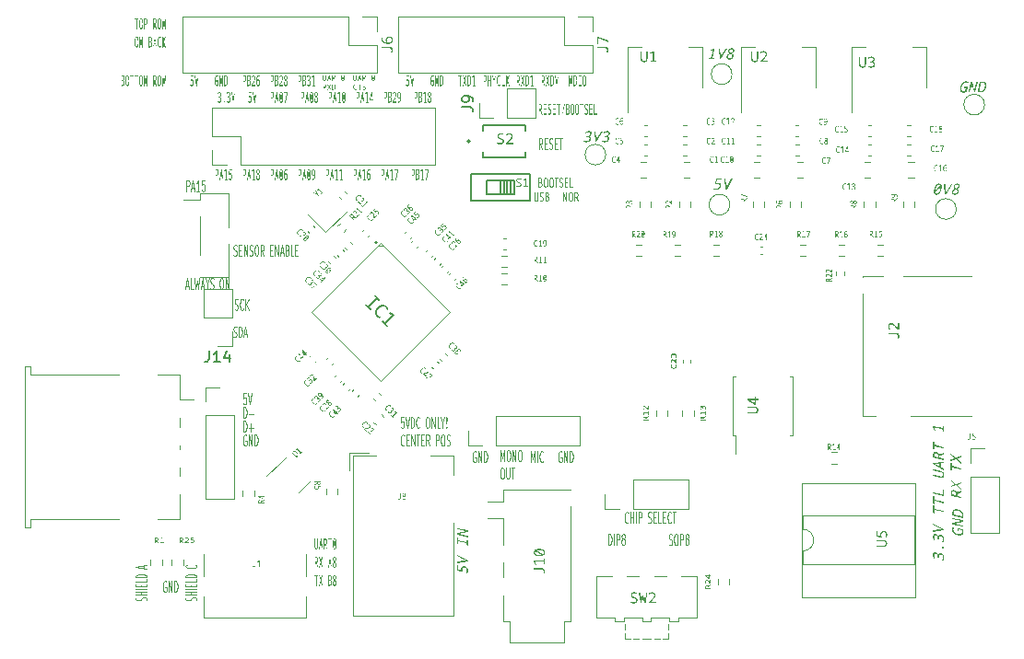
<source format=gbr>
%TF.GenerationSoftware,KiCad,Pcbnew,7.0.1*%
%TF.CreationDate,2024-02-21T01:36:57-05:00*%
%TF.ProjectId,12-30-23-Teacup.kicad_pcb-revC,31322d33-302d-4323-932d-546561637570,B*%
%TF.SameCoordinates,Original*%
%TF.FileFunction,Legend,Top*%
%TF.FilePolarity,Positive*%
%FSLAX46Y46*%
G04 Gerber Fmt 4.6, Leading zero omitted, Abs format (unit mm)*
G04 Created by KiCad (PCBNEW 7.0.1) date 2024-02-21 01:36:57*
%MOMM*%
%LPD*%
G01*
G04 APERTURE LIST*
%ADD10C,0.120000*%
%ADD11C,0.062500*%
%ADD12C,0.150000*%
%ADD13C,0.125000*%
%ADD14C,0.254000*%
%ADD15C,0.127000*%
%ADD16C,0.200000*%
%ADD17C,0.100000*%
%ADD18C,0.175000*%
G04 APERTURE END LIST*
D10*
X172770238Y-77266904D02*
X173008333Y-77266904D01*
X172722619Y-77552619D02*
X172889285Y-76552619D01*
X172889285Y-76552619D02*
X173055952Y-77552619D01*
X173460713Y-77552619D02*
X173222618Y-77552619D01*
X173222618Y-77552619D02*
X173222618Y-76552619D01*
X173579761Y-76552619D02*
X173698809Y-77552619D01*
X173698809Y-77552619D02*
X173794047Y-76838333D01*
X173794047Y-76838333D02*
X173889285Y-77552619D01*
X173889285Y-77552619D02*
X174008333Y-76552619D01*
X174175000Y-77266904D02*
X174413095Y-77266904D01*
X174127381Y-77552619D02*
X174294047Y-76552619D01*
X174294047Y-76552619D02*
X174460714Y-77552619D01*
X174722618Y-77076428D02*
X174722618Y-77552619D01*
X174555952Y-76552619D02*
X174722618Y-77076428D01*
X174722618Y-77076428D02*
X174889285Y-76552619D01*
X175032142Y-77505000D02*
X175103570Y-77552619D01*
X175103570Y-77552619D02*
X175222618Y-77552619D01*
X175222618Y-77552619D02*
X175270237Y-77505000D01*
X175270237Y-77505000D02*
X175294046Y-77457380D01*
X175294046Y-77457380D02*
X175317856Y-77362142D01*
X175317856Y-77362142D02*
X175317856Y-77266904D01*
X175317856Y-77266904D02*
X175294046Y-77171666D01*
X175294046Y-77171666D02*
X175270237Y-77124047D01*
X175270237Y-77124047D02*
X175222618Y-77076428D01*
X175222618Y-77076428D02*
X175127380Y-77028809D01*
X175127380Y-77028809D02*
X175079761Y-76981190D01*
X175079761Y-76981190D02*
X175055951Y-76933571D01*
X175055951Y-76933571D02*
X175032142Y-76838333D01*
X175032142Y-76838333D02*
X175032142Y-76743095D01*
X175032142Y-76743095D02*
X175055951Y-76647857D01*
X175055951Y-76647857D02*
X175079761Y-76600238D01*
X175079761Y-76600238D02*
X175127380Y-76552619D01*
X175127380Y-76552619D02*
X175246427Y-76552619D01*
X175246427Y-76552619D02*
X175317856Y-76600238D01*
X176008331Y-76552619D02*
X176103569Y-76552619D01*
X176103569Y-76552619D02*
X176151188Y-76600238D01*
X176151188Y-76600238D02*
X176198807Y-76695476D01*
X176198807Y-76695476D02*
X176222617Y-76885952D01*
X176222617Y-76885952D02*
X176222617Y-77219285D01*
X176222617Y-77219285D02*
X176198807Y-77409761D01*
X176198807Y-77409761D02*
X176151188Y-77505000D01*
X176151188Y-77505000D02*
X176103569Y-77552619D01*
X176103569Y-77552619D02*
X176008331Y-77552619D01*
X176008331Y-77552619D02*
X175960712Y-77505000D01*
X175960712Y-77505000D02*
X175913093Y-77409761D01*
X175913093Y-77409761D02*
X175889284Y-77219285D01*
X175889284Y-77219285D02*
X175889284Y-76885952D01*
X175889284Y-76885952D02*
X175913093Y-76695476D01*
X175913093Y-76695476D02*
X175960712Y-76600238D01*
X175960712Y-76600238D02*
X176008331Y-76552619D01*
X176436903Y-77552619D02*
X176436903Y-76552619D01*
X176436903Y-76552619D02*
X176722617Y-77552619D01*
X176722617Y-77552619D02*
X176722617Y-76552619D01*
G36*
X180708871Y-66530388D02*
G01*
X180714331Y-66530612D01*
X180719698Y-66530985D01*
X180724969Y-66531508D01*
X180730147Y-66532180D01*
X180735229Y-66533001D01*
X180740218Y-66533972D01*
X180745112Y-66535092D01*
X180754616Y-66537779D01*
X180763743Y-66541064D01*
X180772492Y-66544946D01*
X180780863Y-66549426D01*
X180788856Y-66554502D01*
X180796471Y-66560176D01*
X180803709Y-66566447D01*
X180810569Y-66573316D01*
X180817051Y-66580781D01*
X180823155Y-66588844D01*
X180828881Y-66597504D01*
X180834230Y-66606762D01*
X180839228Y-66616536D01*
X180843904Y-66626809D01*
X180848258Y-66637579D01*
X180852288Y-66648848D01*
X180855997Y-66660614D01*
X180859383Y-66672879D01*
X180862447Y-66685641D01*
X180865188Y-66698902D01*
X180867606Y-66712661D01*
X180869702Y-66726918D01*
X180871476Y-66741672D01*
X180872927Y-66756925D01*
X180874056Y-66772676D01*
X180874862Y-66788925D01*
X180875346Y-66805672D01*
X180875507Y-66822916D01*
X180875440Y-66833233D01*
X180875238Y-66843482D01*
X180874901Y-66853665D01*
X180874431Y-66863781D01*
X180873825Y-66873831D01*
X180873085Y-66883813D01*
X180872211Y-66893729D01*
X180871202Y-66903578D01*
X180870059Y-66913360D01*
X180868781Y-66923075D01*
X180867368Y-66932724D01*
X180865821Y-66942305D01*
X180864140Y-66951820D01*
X180862323Y-66961269D01*
X180860373Y-66970650D01*
X180858288Y-66979965D01*
X180856063Y-66989105D01*
X180853662Y-66998023D01*
X180851086Y-67006721D01*
X180848335Y-67015197D01*
X180845408Y-67023451D01*
X180842305Y-67031485D01*
X180839027Y-67039297D01*
X180835573Y-67046887D01*
X180831944Y-67054256D01*
X180828139Y-67061404D01*
X180824159Y-67068331D01*
X180820003Y-67075036D01*
X180815671Y-67081520D01*
X180811164Y-67087783D01*
X180806482Y-67093824D01*
X180801623Y-67099644D01*
X180796567Y-67105145D01*
X180791289Y-67110291D01*
X180785790Y-67115082D01*
X180780069Y-67119519D01*
X180774127Y-67123600D01*
X180767964Y-67127327D01*
X180761579Y-67130699D01*
X180754973Y-67133715D01*
X180748146Y-67136377D01*
X180741097Y-67138684D01*
X180733827Y-67140636D01*
X180726336Y-67142233D01*
X180718623Y-67143476D01*
X180710689Y-67144363D01*
X180702533Y-67144895D01*
X180694157Y-67145073D01*
X180623448Y-67145073D01*
X180623448Y-67530000D01*
X180560556Y-67530000D01*
X180560556Y-66639490D01*
X180623448Y-66639490D01*
X180623448Y-67035896D01*
X180687196Y-67035896D01*
X180692302Y-67035814D01*
X180697301Y-67035568D01*
X180702194Y-67035158D01*
X180709332Y-67034235D01*
X180716230Y-67032942D01*
X180722887Y-67031281D01*
X180729305Y-67029250D01*
X180735481Y-67026850D01*
X180741418Y-67024081D01*
X180747113Y-67020943D01*
X180752569Y-67017435D01*
X180756072Y-67014891D01*
X180761146Y-67010738D01*
X180765974Y-67006156D01*
X180770555Y-67001144D01*
X180774888Y-66995703D01*
X180778975Y-66989833D01*
X180782815Y-66983533D01*
X180786408Y-66976804D01*
X180789755Y-66969645D01*
X180792854Y-66962058D01*
X180795707Y-66954041D01*
X180797471Y-66948457D01*
X180799916Y-66939655D01*
X180802119Y-66930377D01*
X180804083Y-66920621D01*
X180805806Y-66910390D01*
X180807289Y-66899681D01*
X180808531Y-66888497D01*
X180809533Y-66876835D01*
X180810294Y-66864697D01*
X180810815Y-66852083D01*
X180811095Y-66838992D01*
X180811149Y-66830000D01*
X180811041Y-66817289D01*
X180810716Y-66805049D01*
X180810174Y-66793277D01*
X180809416Y-66781975D01*
X180808442Y-66771143D01*
X180807250Y-66760780D01*
X180805843Y-66750886D01*
X180804218Y-66741461D01*
X180801376Y-66728205D01*
X180798046Y-66716005D01*
X180794229Y-66704861D01*
X180789925Y-66694773D01*
X180785133Y-66685741D01*
X180783427Y-66682965D01*
X180777984Y-66675196D01*
X180772004Y-66668191D01*
X180765488Y-66661949D01*
X180760845Y-66658213D01*
X180755964Y-66654817D01*
X180750844Y-66651760D01*
X180745486Y-66649043D01*
X180739890Y-66646665D01*
X180734055Y-66644627D01*
X180727981Y-66642929D01*
X180721669Y-66641570D01*
X180715118Y-66640551D01*
X180708329Y-66639872D01*
X180701301Y-66639533D01*
X180697698Y-66639490D01*
X180623448Y-66639490D01*
X180560556Y-66639490D01*
X180560556Y-66530314D01*
X180703316Y-66530314D01*
X180708871Y-66530388D01*
G37*
G36*
X180927653Y-67530000D02*
G01*
X181089952Y-66526161D01*
X181156508Y-66526161D01*
X181319662Y-67530000D01*
X181255182Y-67530000D01*
X181143930Y-66813147D01*
X181142617Y-66803068D01*
X181141207Y-66793104D01*
X181139785Y-66783609D01*
X181138188Y-66773389D01*
X181137946Y-66771870D01*
X181136522Y-66762513D01*
X181135089Y-66752762D01*
X181133648Y-66742615D01*
X181132198Y-66732073D01*
X181130740Y-66721137D01*
X181130252Y-66717404D01*
X181128841Y-66706132D01*
X181127447Y-66695032D01*
X181126070Y-66684104D01*
X181124711Y-66673348D01*
X181123368Y-66662764D01*
X181122925Y-66659274D01*
X181121833Y-66669801D01*
X181120664Y-66680500D01*
X181119417Y-66691371D01*
X181118093Y-66702413D01*
X181116692Y-66713627D01*
X181116208Y-66717404D01*
X181114797Y-66728498D01*
X181113403Y-66739248D01*
X181112026Y-66749655D01*
X181110667Y-66759719D01*
X181109325Y-66769439D01*
X181108881Y-66772602D01*
X181107414Y-66783141D01*
X181106006Y-66792745D01*
X181104468Y-66802576D01*
X181102829Y-66812175D01*
X181102653Y-66813147D01*
X180991278Y-67530000D01*
X180927653Y-67530000D01*
G37*
G36*
X181021442Y-67223475D02*
G01*
X181042447Y-67111367D01*
X181201327Y-67111367D01*
X181219523Y-67223475D01*
X181021442Y-67223475D01*
G37*
G36*
X181549794Y-66516627D02*
G01*
X181556887Y-66517334D01*
X181563815Y-66518513D01*
X181570576Y-66520162D01*
X181577172Y-66522283D01*
X181583601Y-66524875D01*
X181589865Y-66527939D01*
X181595962Y-66531474D01*
X181601894Y-66535480D01*
X181607659Y-66539957D01*
X181613259Y-66544906D01*
X181618692Y-66550326D01*
X181623959Y-66556218D01*
X181629061Y-66562580D01*
X181633996Y-66569414D01*
X181638766Y-66576720D01*
X181643374Y-66584444D01*
X181647826Y-66592595D01*
X181652121Y-66601174D01*
X181656260Y-66610181D01*
X181660242Y-66619615D01*
X181664068Y-66629476D01*
X181667737Y-66639765D01*
X181671250Y-66650481D01*
X181674606Y-66661625D01*
X181677806Y-66673196D01*
X181680850Y-66685194D01*
X181683737Y-66697620D01*
X181686467Y-66710473D01*
X181689042Y-66723754D01*
X181691459Y-66737462D01*
X181693720Y-66751598D01*
X181695835Y-66766133D01*
X181697813Y-66781040D01*
X181699655Y-66796320D01*
X181701361Y-66811971D01*
X181702930Y-66827995D01*
X181704362Y-66844391D01*
X181705658Y-66861159D01*
X181706818Y-66878299D01*
X181707841Y-66895811D01*
X181708728Y-66913695D01*
X181709478Y-66931951D01*
X181710092Y-66950579D01*
X181710570Y-66969580D01*
X181710911Y-66988952D01*
X181711030Y-66998778D01*
X181711116Y-67008697D01*
X181711167Y-67018708D01*
X181711184Y-67028813D01*
X181711147Y-67043944D01*
X181711037Y-67058866D01*
X181710853Y-67073581D01*
X181710596Y-67088088D01*
X181710265Y-67102387D01*
X181709861Y-67116477D01*
X181709384Y-67130360D01*
X181708833Y-67144035D01*
X181708208Y-67157501D01*
X181707511Y-67170760D01*
X181706739Y-67183811D01*
X181705894Y-67196654D01*
X181704976Y-67209289D01*
X181703984Y-67221715D01*
X181702919Y-67233934D01*
X181701780Y-67245945D01*
X181700563Y-67257711D01*
X181699264Y-67269255D01*
X181697881Y-67280578D01*
X181696415Y-67291680D01*
X181694866Y-67302560D01*
X181693234Y-67313219D01*
X181691519Y-67323656D01*
X181689721Y-67333872D01*
X181687840Y-67343867D01*
X181685876Y-67353641D01*
X181683829Y-67363193D01*
X181681699Y-67372524D01*
X181679486Y-67381633D01*
X181677190Y-67390522D01*
X181674811Y-67399188D01*
X181672349Y-67407634D01*
X181668508Y-67419813D01*
X181664451Y-67431439D01*
X181660176Y-67442511D01*
X181655685Y-67453029D01*
X181650977Y-67462993D01*
X181646052Y-67472403D01*
X181640911Y-67481259D01*
X181635552Y-67489562D01*
X181629977Y-67497311D01*
X181624185Y-67504506D01*
X181620203Y-67508995D01*
X181614042Y-67515236D01*
X181607650Y-67520864D01*
X181601025Y-67525878D01*
X181594169Y-67530278D01*
X181587080Y-67534064D01*
X181582226Y-67536247D01*
X181577269Y-67538157D01*
X181572208Y-67539794D01*
X181567045Y-67541159D01*
X181561778Y-67542250D01*
X181556409Y-67543069D01*
X181550936Y-67543614D01*
X181545360Y-67543887D01*
X181542534Y-67543921D01*
X181535350Y-67543681D01*
X181528330Y-67542960D01*
X181521474Y-67541758D01*
X181514782Y-67540075D01*
X181508254Y-67537911D01*
X181501891Y-67535266D01*
X181495691Y-67532140D01*
X181489655Y-67528534D01*
X181483784Y-67524447D01*
X181478077Y-67519879D01*
X181472534Y-67514830D01*
X181467155Y-67509300D01*
X181461940Y-67503289D01*
X181456889Y-67496798D01*
X181452002Y-67489825D01*
X181447279Y-67482372D01*
X181442730Y-67474468D01*
X181438332Y-67466141D01*
X181434086Y-67457394D01*
X181429992Y-67448224D01*
X181426049Y-67438633D01*
X181422258Y-67428620D01*
X181418618Y-67418185D01*
X181415131Y-67407329D01*
X181411795Y-67396050D01*
X181408611Y-67384351D01*
X181405578Y-67372229D01*
X181404068Y-67365653D01*
X181469905Y-67365653D01*
X181473337Y-67374340D01*
X181477645Y-67383754D01*
X181482218Y-67392350D01*
X181487056Y-67400126D01*
X181492159Y-67407084D01*
X181497528Y-67413224D01*
X181503161Y-67418545D01*
X181509060Y-67423047D01*
X181515225Y-67426731D01*
X181521654Y-67429596D01*
X181528349Y-67431642D01*
X181535309Y-67432870D01*
X181542534Y-67433279D01*
X181549591Y-67432894D01*
X181556412Y-67431738D01*
X181562997Y-67429810D01*
X181569347Y-67427112D01*
X181575462Y-67423643D01*
X181581340Y-67419403D01*
X181586983Y-67414392D01*
X181592390Y-67408611D01*
X181597562Y-67402058D01*
X181602498Y-67394735D01*
X181607198Y-67386640D01*
X181611662Y-67377775D01*
X181615891Y-67368139D01*
X181619885Y-67357732D01*
X181623642Y-67346554D01*
X181627164Y-67334605D01*
X181630477Y-67321847D01*
X181633576Y-67308242D01*
X181636461Y-67293790D01*
X181639132Y-67278490D01*
X181641590Y-67262344D01*
X181643834Y-67245350D01*
X181645864Y-67227509D01*
X181647681Y-67208820D01*
X181648509Y-67199158D01*
X181649283Y-67189285D01*
X181650005Y-67179199D01*
X181650673Y-67168902D01*
X181651287Y-67158393D01*
X181651848Y-67147672D01*
X181652356Y-67136739D01*
X181652810Y-67125594D01*
X181653210Y-67114238D01*
X181653558Y-67102670D01*
X181653852Y-67090890D01*
X181654092Y-67078898D01*
X181654279Y-67066695D01*
X181654413Y-67054279D01*
X181654493Y-67041652D01*
X181654519Y-67028813D01*
X181654473Y-67012347D01*
X181654332Y-66996226D01*
X181654099Y-66980450D01*
X181653771Y-66965020D01*
X181653351Y-66949935D01*
X181652836Y-66935196D01*
X181652229Y-66920802D01*
X181651527Y-66906753D01*
X181650733Y-66893049D01*
X181649844Y-66879691D01*
X181648863Y-66866679D01*
X181647787Y-66854012D01*
X181646619Y-66841690D01*
X181645356Y-66829713D01*
X181644001Y-66818082D01*
X181642551Y-66806796D01*
X181641020Y-66795853D01*
X181640325Y-66791345D01*
X181469905Y-67365653D01*
X181404068Y-67365653D01*
X181402697Y-67359686D01*
X181399968Y-67346721D01*
X181397391Y-67333334D01*
X181394965Y-67319526D01*
X181392691Y-67305296D01*
X181390576Y-67290678D01*
X181388598Y-67275705D01*
X181386756Y-67260376D01*
X181385051Y-67244693D01*
X181383482Y-67228655D01*
X181382049Y-67212262D01*
X181380753Y-67195515D01*
X181379594Y-67178412D01*
X181378570Y-67160954D01*
X181377683Y-67143142D01*
X181376933Y-67124974D01*
X181376319Y-67106452D01*
X181375842Y-67087575D01*
X181375501Y-67068342D01*
X181375296Y-67048755D01*
X181375245Y-67038829D01*
X181375228Y-67028813D01*
X181433968Y-67028813D01*
X181433992Y-67040892D01*
X181434065Y-67052796D01*
X181434186Y-67064524D01*
X181434355Y-67076078D01*
X181434573Y-67087457D01*
X181434840Y-67098660D01*
X181435154Y-67109688D01*
X181435518Y-67120542D01*
X181435929Y-67131220D01*
X181436389Y-67141723D01*
X181436897Y-67152051D01*
X181437454Y-67162204D01*
X181438060Y-67172182D01*
X181438713Y-67181985D01*
X181440166Y-67201065D01*
X181441812Y-67219446D01*
X181443652Y-67237126D01*
X181444058Y-67240516D01*
X181609627Y-66679952D01*
X181605793Y-66672463D01*
X181601024Y-66664344D01*
X181596016Y-66657024D01*
X181590766Y-66650502D01*
X181585277Y-66644779D01*
X181579546Y-66639855D01*
X181573576Y-66635729D01*
X181567365Y-66632402D01*
X181560913Y-66629873D01*
X181554221Y-66628143D01*
X181547289Y-66627211D01*
X181542534Y-66627034D01*
X181535559Y-66627416D01*
X181528831Y-66628562D01*
X181522350Y-66630473D01*
X181516116Y-66633147D01*
X181510128Y-66636586D01*
X181504388Y-66640790D01*
X181498894Y-66645757D01*
X181493647Y-66651489D01*
X181488647Y-66657984D01*
X181483894Y-66665244D01*
X181480863Y-66670509D01*
X181476527Y-66679016D01*
X181472403Y-66688326D01*
X181468493Y-66698439D01*
X181464794Y-66709355D01*
X181461308Y-66721074D01*
X181458035Y-66733595D01*
X181454974Y-66746919D01*
X181453052Y-66756248D01*
X181451224Y-66765934D01*
X181449490Y-66775977D01*
X181447851Y-66786376D01*
X181446307Y-66797132D01*
X181445570Y-66802644D01*
X181444165Y-66813946D01*
X181442851Y-66825626D01*
X181441627Y-66837684D01*
X181440494Y-66850119D01*
X181439452Y-66862932D01*
X181438500Y-66876123D01*
X181437639Y-66889692D01*
X181436868Y-66903639D01*
X181436189Y-66917963D01*
X181435600Y-66932665D01*
X181435101Y-66947746D01*
X181434693Y-66963203D01*
X181434376Y-66979039D01*
X181434149Y-66995253D01*
X181434013Y-67011844D01*
X181433968Y-67028813D01*
X181375228Y-67028813D01*
X181375244Y-67018709D01*
X181375293Y-67008699D01*
X181375375Y-66998784D01*
X181375489Y-66988963D01*
X181375816Y-66969605D01*
X181376273Y-66950625D01*
X181376862Y-66932022D01*
X181377580Y-66913798D01*
X181378430Y-66895951D01*
X181379410Y-66878482D01*
X181380521Y-66861390D01*
X181381763Y-66844677D01*
X181383136Y-66828341D01*
X181384639Y-66812383D01*
X181386273Y-66796803D01*
X181388037Y-66781601D01*
X181389932Y-66766777D01*
X181391958Y-66752330D01*
X181394143Y-66738281D01*
X181396483Y-66724647D01*
X181398978Y-66711429D01*
X181401629Y-66698627D01*
X181404435Y-66686242D01*
X181407397Y-66674272D01*
X181410515Y-66662718D01*
X181413788Y-66651580D01*
X181417216Y-66640858D01*
X181420800Y-66630552D01*
X181424539Y-66620662D01*
X181428434Y-66611188D01*
X181432485Y-66602130D01*
X181436691Y-66593488D01*
X181441053Y-66585262D01*
X181445570Y-66577452D01*
X181450256Y-66570058D01*
X181455126Y-66563141D01*
X181460178Y-66556701D01*
X181465414Y-66550738D01*
X181470834Y-66545252D01*
X181476436Y-66540244D01*
X181482221Y-66535712D01*
X181488190Y-66531657D01*
X181494342Y-66528079D01*
X181500677Y-66524978D01*
X181507195Y-66522355D01*
X181513897Y-66520208D01*
X181520781Y-66518538D01*
X181527849Y-66517346D01*
X181535100Y-66516630D01*
X181542534Y-66516392D01*
X181549794Y-66516627D01*
G37*
G36*
X182032655Y-66516495D02*
G01*
X182038385Y-66516804D01*
X182043396Y-66517219D01*
X182048622Y-66517777D01*
X182054063Y-66518478D01*
X182059718Y-66519323D01*
X182065340Y-66520270D01*
X182070604Y-66521431D01*
X182075511Y-66522807D01*
X182080926Y-66524742D01*
X182085826Y-66526986D01*
X182089516Y-66529092D01*
X182089516Y-66639490D01*
X182084129Y-66636056D01*
X182079186Y-66633428D01*
X182073942Y-66631093D01*
X182068398Y-66629049D01*
X182063548Y-66627569D01*
X182061550Y-66627034D01*
X182056513Y-66625838D01*
X182051475Y-66624844D01*
X182046438Y-66624053D01*
X182041400Y-66623465D01*
X182036363Y-66623080D01*
X182031325Y-66622898D01*
X182029310Y-66622882D01*
X182023074Y-66623005D01*
X182016976Y-66623374D01*
X182011015Y-66623989D01*
X182005191Y-66624851D01*
X181999505Y-66625958D01*
X181993956Y-66627312D01*
X181988544Y-66628912D01*
X181983270Y-66630758D01*
X181978134Y-66632851D01*
X181973134Y-66635189D01*
X181968272Y-66637774D01*
X181963548Y-66640604D01*
X181956718Y-66645312D01*
X181950198Y-66650574D01*
X181946023Y-66654389D01*
X181939986Y-66660500D01*
X181934194Y-66667020D01*
X181928646Y-66673947D01*
X181923343Y-66681282D01*
X181918285Y-66689025D01*
X181913471Y-66697176D01*
X181908902Y-66705735D01*
X181904578Y-66714702D01*
X181900499Y-66724076D01*
X181896664Y-66733858D01*
X181894244Y-66740607D01*
X181890787Y-66750974D01*
X181887515Y-66761650D01*
X181884427Y-66772635D01*
X181881524Y-66783929D01*
X181878806Y-66795533D01*
X181876272Y-66807445D01*
X181873923Y-66819667D01*
X181871758Y-66832198D01*
X181869778Y-66845038D01*
X181867983Y-66858187D01*
X181866889Y-66867124D01*
X181865392Y-66880716D01*
X181864015Y-66894470D01*
X181862758Y-66908388D01*
X181861622Y-66922468D01*
X181860606Y-66936712D01*
X181859710Y-66951119D01*
X181858934Y-66965689D01*
X181858484Y-66975493D01*
X181858087Y-66985370D01*
X181857744Y-66995319D01*
X181857454Y-67005341D01*
X181857217Y-67015435D01*
X181857119Y-67020509D01*
X181861271Y-67020509D01*
X181863669Y-67011831D01*
X181866286Y-67003381D01*
X181869119Y-66995161D01*
X181872170Y-66987170D01*
X181875439Y-66979407D01*
X181878925Y-66971874D01*
X181882629Y-66964570D01*
X181886550Y-66957494D01*
X181890689Y-66950659D01*
X181895045Y-66944198D01*
X181899619Y-66938111D01*
X181904410Y-66932398D01*
X181909419Y-66927059D01*
X181914646Y-66922094D01*
X181920090Y-66917503D01*
X181925751Y-66913286D01*
X181931621Y-66909508D01*
X181937688Y-66906234D01*
X181943955Y-66903463D01*
X181948785Y-66901716D01*
X181953726Y-66900252D01*
X181958780Y-66899071D01*
X181963945Y-66898174D01*
X181969221Y-66897560D01*
X181974609Y-66897229D01*
X181978263Y-66897166D01*
X181986898Y-66897484D01*
X181995309Y-66898437D01*
X182003495Y-66900026D01*
X182011457Y-66902250D01*
X182019195Y-66905109D01*
X182026709Y-66908604D01*
X182033999Y-66912734D01*
X182041064Y-66917500D01*
X182047905Y-66922901D01*
X182054522Y-66928937D01*
X182060915Y-66935609D01*
X182067084Y-66942916D01*
X182073028Y-66950859D01*
X182078748Y-66959437D01*
X182084244Y-66968650D01*
X182089516Y-66978499D01*
X182094514Y-66988899D01*
X182099190Y-66999825D01*
X182103544Y-67011277D01*
X182107575Y-67023257D01*
X182111283Y-67035763D01*
X182114669Y-67048795D01*
X182117733Y-67062355D01*
X182120474Y-67076441D01*
X182122892Y-67091053D01*
X182124988Y-67106192D01*
X182126762Y-67121858D01*
X182128213Y-67138051D01*
X182129342Y-67154770D01*
X182130148Y-67172016D01*
X182130632Y-67189788D01*
X182130793Y-67208087D01*
X182130715Y-67220924D01*
X182130482Y-67233542D01*
X182130093Y-67245943D01*
X182129549Y-67258127D01*
X182128849Y-67270093D01*
X182127994Y-67281841D01*
X182126983Y-67293372D01*
X182125816Y-67304685D01*
X182124495Y-67315781D01*
X182123017Y-67326660D01*
X182121384Y-67337321D01*
X182119596Y-67347764D01*
X182117652Y-67357990D01*
X182115553Y-67367998D01*
X182113298Y-67377789D01*
X182110887Y-67387362D01*
X182108334Y-67396659D01*
X182105651Y-67405684D01*
X182102839Y-67414435D01*
X182099896Y-67422914D01*
X182096824Y-67431120D01*
X182093622Y-67439053D01*
X182090291Y-67446714D01*
X182086829Y-67454101D01*
X182083238Y-67461216D01*
X182079517Y-67468057D01*
X182075667Y-67474626D01*
X182071686Y-67480922D01*
X182067576Y-67486945D01*
X182063336Y-67492695D01*
X182058966Y-67498173D01*
X182054467Y-67503377D01*
X182049866Y-67508287D01*
X182045161Y-67512880D01*
X182040352Y-67517156D01*
X182035439Y-67521115D01*
X182030422Y-67524758D01*
X182025301Y-67528084D01*
X182020076Y-67531093D01*
X182014747Y-67533785D01*
X182009314Y-67536161D01*
X182003777Y-67538220D01*
X181998136Y-67539962D01*
X181992391Y-67541387D01*
X181986542Y-67542496D01*
X181980589Y-67543288D01*
X181974532Y-67543763D01*
X181968371Y-67543921D01*
X181963425Y-67543815D01*
X181958537Y-67543498D01*
X181951316Y-67542624D01*
X181944229Y-67541274D01*
X181937274Y-67539447D01*
X181930453Y-67537144D01*
X181923764Y-67534364D01*
X181917209Y-67531107D01*
X181910787Y-67527374D01*
X181904498Y-67523165D01*
X181898342Y-67518478D01*
X181896320Y-67516810D01*
X181890362Y-67511437D01*
X181884578Y-67505573D01*
X181878967Y-67499221D01*
X181873531Y-67492378D01*
X181868268Y-67485047D01*
X181863180Y-67477226D01*
X181858265Y-67468915D01*
X181853524Y-67460116D01*
X181848957Y-67450826D01*
X181844564Y-67441047D01*
X181841732Y-67434256D01*
X181837629Y-67423610D01*
X181833703Y-67412460D01*
X181829953Y-67400809D01*
X181826379Y-67388655D01*
X181822980Y-67375999D01*
X181819758Y-67362841D01*
X181817708Y-67353790D01*
X181815736Y-67344515D01*
X181813842Y-67335017D01*
X181812026Y-67325296D01*
X181810289Y-67315352D01*
X181808630Y-67305184D01*
X181807049Y-67294794D01*
X181805570Y-67284182D01*
X181804187Y-67273354D01*
X181802899Y-67262307D01*
X181801706Y-67251044D01*
X181800609Y-67239562D01*
X181799607Y-67227863D01*
X181798701Y-67215947D01*
X181797890Y-67203813D01*
X181797174Y-67191462D01*
X181796813Y-67184152D01*
X181857119Y-67184152D01*
X181857229Y-67195524D01*
X181857560Y-67206897D01*
X181858112Y-67218269D01*
X181858884Y-67229642D01*
X181859877Y-67241014D01*
X181861090Y-67252387D01*
X181861637Y-67256936D01*
X181863186Y-67268225D01*
X181864931Y-67279347D01*
X181866873Y-67290302D01*
X181869012Y-67301091D01*
X181871348Y-67311712D01*
X181873880Y-67322166D01*
X181874949Y-67326301D01*
X181877807Y-67336414D01*
X181880885Y-67346146D01*
X181884185Y-67355496D01*
X181887705Y-67364464D01*
X181891445Y-67373051D01*
X181895406Y-67381256D01*
X181897053Y-67384431D01*
X181901323Y-67392036D01*
X181905813Y-67399128D01*
X181910525Y-67405708D01*
X181915457Y-67411775D01*
X181920609Y-67417328D01*
X181925982Y-67422370D01*
X181928193Y-67424242D01*
X181933861Y-67428464D01*
X181938532Y-67431326D01*
X181943325Y-67433731D01*
X181948240Y-67435677D01*
X181953278Y-67437165D01*
X181958438Y-67438196D01*
X181963719Y-67438768D01*
X181967761Y-67438897D01*
X181973374Y-67438687D01*
X181978857Y-67438057D01*
X181984209Y-67437008D01*
X181989430Y-67435539D01*
X181994520Y-67433650D01*
X181999480Y-67431341D01*
X182004309Y-67428612D01*
X182009007Y-67425464D01*
X182013575Y-67421895D01*
X182020181Y-67415756D01*
X182026494Y-67408672D01*
X182032512Y-67400643D01*
X182038236Y-67391670D01*
X182041889Y-67385163D01*
X182045364Y-67378146D01*
X182048615Y-67370589D01*
X182051642Y-67362492D01*
X182054444Y-67353855D01*
X182057023Y-67344677D01*
X182059377Y-67334960D01*
X182061507Y-67324703D01*
X182063412Y-67313906D01*
X182065094Y-67302568D01*
X182066551Y-67290691D01*
X182067784Y-67278274D01*
X182068793Y-67265317D01*
X182069578Y-67251819D01*
X182070139Y-67237782D01*
X182070475Y-67223205D01*
X182070587Y-67208087D01*
X182070487Y-67195305D01*
X182070188Y-67182908D01*
X182069690Y-67170896D01*
X182068992Y-67159269D01*
X182068095Y-67148028D01*
X182066998Y-67137173D01*
X182065702Y-67126703D01*
X182064206Y-67116618D01*
X182062511Y-67106919D01*
X182060617Y-67097606D01*
X182058523Y-67088677D01*
X182055009Y-67076008D01*
X182051046Y-67064205D01*
X182046634Y-67053270D01*
X182045064Y-67049818D01*
X182040066Y-67040041D01*
X182034642Y-67031225D01*
X182028794Y-67023371D01*
X182022521Y-67016479D01*
X182015823Y-67010548D01*
X182011121Y-67007129D01*
X182006230Y-67004137D01*
X182001151Y-67001572D01*
X181995882Y-66999435D01*
X181990425Y-66997726D01*
X181984779Y-66996443D01*
X181978944Y-66995589D01*
X181972920Y-66995161D01*
X181969837Y-66995108D01*
X181963610Y-66995355D01*
X181957522Y-66996095D01*
X181951574Y-66997329D01*
X181945766Y-66999058D01*
X181940097Y-67001279D01*
X181934567Y-67003995D01*
X181929177Y-67007204D01*
X181923927Y-67010907D01*
X181918816Y-67015104D01*
X181913845Y-67019794D01*
X181910608Y-67023196D01*
X181905923Y-67028597D01*
X181901440Y-67034270D01*
X181897159Y-67040212D01*
X181893080Y-67046425D01*
X181889202Y-67052909D01*
X181885526Y-67059663D01*
X181882052Y-67066688D01*
X181878780Y-67073983D01*
X181874731Y-67084130D01*
X181871041Y-67094759D01*
X181867778Y-67105612D01*
X181864950Y-67116557D01*
X181862557Y-67127594D01*
X181860599Y-67138722D01*
X181859077Y-67149942D01*
X181857989Y-67161254D01*
X181857336Y-67172657D01*
X181857119Y-67184152D01*
X181796813Y-67184152D01*
X181796554Y-67178893D01*
X181796029Y-67166106D01*
X181795600Y-67153102D01*
X181795266Y-67139881D01*
X181795028Y-67126442D01*
X181794885Y-67112785D01*
X181794837Y-67098911D01*
X181794874Y-67085434D01*
X181794984Y-67071991D01*
X181795167Y-67058582D01*
X181795425Y-67045208D01*
X181795755Y-67031868D01*
X181796159Y-67018563D01*
X181796637Y-67005291D01*
X181797188Y-66992055D01*
X181797812Y-66978852D01*
X181798510Y-66965684D01*
X181799281Y-66952550D01*
X181800126Y-66939451D01*
X181801045Y-66926386D01*
X181802036Y-66913355D01*
X181803102Y-66900359D01*
X181804240Y-66887397D01*
X181805492Y-66874528D01*
X181806866Y-66861812D01*
X181808362Y-66849249D01*
X181809980Y-66836838D01*
X181811720Y-66824580D01*
X181813583Y-66812475D01*
X181815567Y-66800522D01*
X181817674Y-66788722D01*
X181819902Y-66777075D01*
X181822253Y-66765580D01*
X181824726Y-66754238D01*
X181827321Y-66743049D01*
X181830038Y-66732012D01*
X181832878Y-66721128D01*
X181835839Y-66710397D01*
X181838923Y-66699818D01*
X181842147Y-66689450D01*
X181845531Y-66679351D01*
X181849074Y-66669521D01*
X181852776Y-66659961D01*
X181856637Y-66650669D01*
X181860658Y-66641646D01*
X181864839Y-66632893D01*
X181869178Y-66624408D01*
X181873677Y-66616193D01*
X181878336Y-66608246D01*
X181883153Y-66600569D01*
X181888130Y-66593160D01*
X181893266Y-66586021D01*
X181898562Y-66579151D01*
X181904017Y-66572549D01*
X181909631Y-66566217D01*
X181915428Y-66560184D01*
X181921433Y-66554539D01*
X181927644Y-66549284D01*
X181934063Y-66544419D01*
X181940689Y-66539942D01*
X181947521Y-66535855D01*
X181954561Y-66532157D01*
X181961807Y-66528848D01*
X181969261Y-66525929D01*
X181976922Y-66523398D01*
X181984790Y-66521257D01*
X181992864Y-66519506D01*
X182001146Y-66518143D01*
X182009635Y-66517170D01*
X182018331Y-66516586D01*
X182027234Y-66516392D01*
X182032655Y-66516495D01*
G37*
X204489047Y-93485619D02*
X204489047Y-92485619D01*
X204489047Y-92485619D02*
X204655714Y-93199904D01*
X204655714Y-93199904D02*
X204822380Y-92485619D01*
X204822380Y-92485619D02*
X204822380Y-93485619D01*
X205060476Y-93485619D02*
X205060476Y-92485619D01*
X205584285Y-93390380D02*
X205560476Y-93438000D01*
X205560476Y-93438000D02*
X205489047Y-93485619D01*
X205489047Y-93485619D02*
X205441428Y-93485619D01*
X205441428Y-93485619D02*
X205370000Y-93438000D01*
X205370000Y-93438000D02*
X205322381Y-93342761D01*
X205322381Y-93342761D02*
X205298571Y-93247523D01*
X205298571Y-93247523D02*
X205274762Y-93057047D01*
X205274762Y-93057047D02*
X205274762Y-92914190D01*
X205274762Y-92914190D02*
X205298571Y-92723714D01*
X205298571Y-92723714D02*
X205322381Y-92628476D01*
X205322381Y-92628476D02*
X205370000Y-92533238D01*
X205370000Y-92533238D02*
X205441428Y-92485619D01*
X205441428Y-92485619D02*
X205489047Y-92485619D01*
X205489047Y-92485619D02*
X205560476Y-92533238D01*
X205560476Y-92533238D02*
X205584285Y-92580857D01*
G36*
X178168871Y-57894388D02*
G01*
X178174331Y-57894612D01*
X178179698Y-57894985D01*
X178184969Y-57895508D01*
X178190147Y-57896180D01*
X178195229Y-57897001D01*
X178200218Y-57897972D01*
X178205112Y-57899092D01*
X178214616Y-57901779D01*
X178223743Y-57905064D01*
X178232492Y-57908946D01*
X178240863Y-57913426D01*
X178248856Y-57918502D01*
X178256471Y-57924176D01*
X178263709Y-57930447D01*
X178270569Y-57937316D01*
X178277051Y-57944781D01*
X178283155Y-57952844D01*
X178288881Y-57961504D01*
X178294230Y-57970762D01*
X178299228Y-57980536D01*
X178303904Y-57990809D01*
X178308258Y-58001579D01*
X178312288Y-58012848D01*
X178315997Y-58024614D01*
X178319383Y-58036879D01*
X178322447Y-58049641D01*
X178325188Y-58062902D01*
X178327606Y-58076661D01*
X178329702Y-58090918D01*
X178331476Y-58105672D01*
X178332927Y-58120925D01*
X178334056Y-58136676D01*
X178334862Y-58152925D01*
X178335346Y-58169672D01*
X178335507Y-58186916D01*
X178335440Y-58197233D01*
X178335238Y-58207482D01*
X178334901Y-58217665D01*
X178334431Y-58227781D01*
X178333825Y-58237831D01*
X178333085Y-58247813D01*
X178332211Y-58257729D01*
X178331202Y-58267578D01*
X178330059Y-58277360D01*
X178328781Y-58287075D01*
X178327368Y-58296724D01*
X178325821Y-58306305D01*
X178324140Y-58315820D01*
X178322323Y-58325269D01*
X178320373Y-58334650D01*
X178318288Y-58343965D01*
X178316063Y-58353105D01*
X178313662Y-58362023D01*
X178311086Y-58370721D01*
X178308335Y-58379197D01*
X178305408Y-58387451D01*
X178302305Y-58395485D01*
X178299027Y-58403297D01*
X178295573Y-58410887D01*
X178291944Y-58418256D01*
X178288139Y-58425404D01*
X178284159Y-58432331D01*
X178280003Y-58439036D01*
X178275671Y-58445520D01*
X178271164Y-58451783D01*
X178266482Y-58457824D01*
X178261623Y-58463644D01*
X178256567Y-58469145D01*
X178251289Y-58474291D01*
X178245790Y-58479082D01*
X178240069Y-58483519D01*
X178234127Y-58487600D01*
X178227964Y-58491327D01*
X178221579Y-58494699D01*
X178214973Y-58497715D01*
X178208146Y-58500377D01*
X178201097Y-58502684D01*
X178193827Y-58504636D01*
X178186336Y-58506233D01*
X178178623Y-58507476D01*
X178170689Y-58508363D01*
X178162533Y-58508895D01*
X178154157Y-58509073D01*
X178083448Y-58509073D01*
X178083448Y-58894000D01*
X178020556Y-58894000D01*
X178020556Y-58003490D01*
X178083448Y-58003490D01*
X178083448Y-58399896D01*
X178147196Y-58399896D01*
X178152302Y-58399814D01*
X178157301Y-58399568D01*
X178162194Y-58399158D01*
X178169332Y-58398235D01*
X178176230Y-58396942D01*
X178182887Y-58395281D01*
X178189305Y-58393250D01*
X178195481Y-58390850D01*
X178201418Y-58388081D01*
X178207113Y-58384943D01*
X178212569Y-58381435D01*
X178216072Y-58378891D01*
X178221146Y-58374738D01*
X178225974Y-58370156D01*
X178230555Y-58365144D01*
X178234888Y-58359703D01*
X178238975Y-58353833D01*
X178242815Y-58347533D01*
X178246408Y-58340804D01*
X178249755Y-58333645D01*
X178252854Y-58326058D01*
X178255707Y-58318041D01*
X178257471Y-58312457D01*
X178259916Y-58303655D01*
X178262119Y-58294377D01*
X178264083Y-58284621D01*
X178265806Y-58274390D01*
X178267289Y-58263681D01*
X178268531Y-58252497D01*
X178269533Y-58240835D01*
X178270294Y-58228697D01*
X178270815Y-58216083D01*
X178271095Y-58202992D01*
X178271149Y-58194000D01*
X178271041Y-58181289D01*
X178270716Y-58169049D01*
X178270174Y-58157277D01*
X178269416Y-58145975D01*
X178268442Y-58135143D01*
X178267250Y-58124780D01*
X178265843Y-58114886D01*
X178264218Y-58105461D01*
X178261376Y-58092205D01*
X178258046Y-58080005D01*
X178254229Y-58068861D01*
X178249925Y-58058773D01*
X178245133Y-58049741D01*
X178243427Y-58046965D01*
X178237984Y-58039196D01*
X178232004Y-58032191D01*
X178225488Y-58025949D01*
X178220845Y-58022213D01*
X178215964Y-58018817D01*
X178210844Y-58015760D01*
X178205486Y-58013043D01*
X178199890Y-58010665D01*
X178194055Y-58008627D01*
X178187981Y-58006929D01*
X178181669Y-58005570D01*
X178175118Y-58004551D01*
X178168329Y-58003872D01*
X178161301Y-58003533D01*
X178157698Y-58003490D01*
X178083448Y-58003490D01*
X178020556Y-58003490D01*
X178020556Y-57894314D01*
X178163316Y-57894314D01*
X178168871Y-57894388D01*
G37*
G36*
X178584004Y-57894530D02*
G01*
X178593257Y-57895180D01*
X178602258Y-57896263D01*
X178611005Y-57897779D01*
X178619500Y-57899728D01*
X178627741Y-57902110D01*
X178635730Y-57904926D01*
X178643467Y-57908174D01*
X178650950Y-57911856D01*
X178658180Y-57915971D01*
X178665158Y-57920519D01*
X178671883Y-57925500D01*
X178678355Y-57930915D01*
X178684574Y-57936762D01*
X178690540Y-57943043D01*
X178696254Y-57949757D01*
X178701681Y-57956966D01*
X178706758Y-57964793D01*
X178711485Y-57973238D01*
X178715862Y-57982302D01*
X178719888Y-57991984D01*
X178723565Y-58002284D01*
X178726891Y-58013203D01*
X178729867Y-58024739D01*
X178732494Y-58036894D01*
X178734769Y-58049667D01*
X178736695Y-58063059D01*
X178738271Y-58077068D01*
X178739496Y-58091696D01*
X178740372Y-58106942D01*
X178740897Y-58122807D01*
X178741072Y-58139289D01*
X178740979Y-58151397D01*
X178740700Y-58163175D01*
X178740235Y-58174623D01*
X178739584Y-58185741D01*
X178738747Y-58196529D01*
X178737723Y-58206986D01*
X178736514Y-58217114D01*
X178735119Y-58226911D01*
X178733537Y-58236378D01*
X178731770Y-58245516D01*
X178728770Y-58258602D01*
X178725351Y-58270946D01*
X178721514Y-58282548D01*
X178717258Y-58293406D01*
X178712655Y-58303526D01*
X178707730Y-58312912D01*
X178702483Y-58321564D01*
X178696914Y-58329482D01*
X178691023Y-58336665D01*
X178684809Y-58343115D01*
X178678274Y-58348830D01*
X178671417Y-58353811D01*
X178666667Y-58356723D01*
X178661773Y-58359310D01*
X178656737Y-58361570D01*
X178651557Y-58363504D01*
X178651557Y-58370343D01*
X178656892Y-58372312D01*
X178662134Y-58374556D01*
X178667285Y-58377075D01*
X178672343Y-58379868D01*
X178677308Y-58382937D01*
X178682181Y-58386280D01*
X178686962Y-58389898D01*
X178691651Y-58393790D01*
X178696247Y-58397958D01*
X178700751Y-58402400D01*
X178703703Y-58405514D01*
X178708016Y-58410428D01*
X178712161Y-58415738D01*
X178716139Y-58421442D01*
X178721182Y-58429662D01*
X178725927Y-58438585D01*
X178729291Y-58445738D01*
X178732488Y-58453285D01*
X178735517Y-58461228D01*
X178738378Y-58469566D01*
X178741072Y-58478298D01*
X178743582Y-58487455D01*
X178745845Y-58497157D01*
X178747861Y-58507405D01*
X178749630Y-58518198D01*
X178751152Y-58529536D01*
X178752428Y-58541419D01*
X178753457Y-58553847D01*
X178754238Y-58566821D01*
X178754773Y-58580340D01*
X178755061Y-58594404D01*
X178755116Y-58604083D01*
X178755041Y-58615370D01*
X178754815Y-58626454D01*
X178754438Y-58637337D01*
X178753910Y-58648016D01*
X178753232Y-58658494D01*
X178752403Y-58668769D01*
X178751423Y-58678843D01*
X178750292Y-58688713D01*
X178749011Y-58698382D01*
X178747579Y-58707848D01*
X178745996Y-58717112D01*
X178743339Y-58730629D01*
X178740343Y-58743691D01*
X178737008Y-58756298D01*
X178735821Y-58760399D01*
X178732080Y-58772312D01*
X178728047Y-58783689D01*
X178723722Y-58794528D01*
X178719105Y-58804832D01*
X178714197Y-58814598D01*
X178708996Y-58823828D01*
X178703504Y-58832522D01*
X178697719Y-58840678D01*
X178691642Y-58848298D01*
X178685274Y-58855381D01*
X178680866Y-58859806D01*
X178676354Y-58863946D01*
X178671732Y-58867820D01*
X178667000Y-58871426D01*
X178662159Y-58874765D01*
X178657208Y-58877837D01*
X178652147Y-58880642D01*
X178646976Y-58883180D01*
X178641696Y-58885451D01*
X178636306Y-58887455D01*
X178630806Y-58889191D01*
X178625196Y-58890660D01*
X178619477Y-58891862D01*
X178613648Y-58892797D01*
X178607710Y-58893465D01*
X178601661Y-58893866D01*
X178595503Y-58894000D01*
X178440165Y-58894000D01*
X178440165Y-58426519D01*
X178499638Y-58426519D01*
X178499638Y-58784823D01*
X178584268Y-58784823D01*
X178591649Y-58784626D01*
X178598740Y-58784037D01*
X178605540Y-58783054D01*
X178612051Y-58781678D01*
X178618271Y-58779909D01*
X178624202Y-58777748D01*
X178629842Y-58775193D01*
X178635193Y-58772244D01*
X178640253Y-58768903D01*
X178645024Y-58765169D01*
X178649504Y-58761042D01*
X178655681Y-58754114D01*
X178661205Y-58746301D01*
X178666076Y-58737604D01*
X178667555Y-58734509D01*
X178671702Y-58724772D01*
X178675440Y-58714519D01*
X178678771Y-58703751D01*
X178681694Y-58692469D01*
X178684210Y-58680671D01*
X178686317Y-58668357D01*
X178688016Y-58655529D01*
X178689308Y-58642185D01*
X178690192Y-58628326D01*
X178690667Y-58613952D01*
X178690758Y-58604083D01*
X178690668Y-58594000D01*
X178690397Y-58584174D01*
X178689756Y-58571473D01*
X178688795Y-58559230D01*
X178687512Y-58547446D01*
X178685909Y-58536119D01*
X178683986Y-58525250D01*
X178681742Y-58514839D01*
X178680500Y-58509806D01*
X178677746Y-58500082D01*
X178674554Y-58490938D01*
X178670923Y-58482374D01*
X178666853Y-58474390D01*
X178662344Y-58466987D01*
X178657396Y-58460163D01*
X178652009Y-58453920D01*
X178646184Y-58448256D01*
X178641515Y-58444372D01*
X178636531Y-58440869D01*
X178631231Y-58437748D01*
X178625616Y-58435010D01*
X178619685Y-58432654D01*
X178613438Y-58430679D01*
X178606876Y-58429087D01*
X178599999Y-58427877D01*
X178592806Y-58427049D01*
X178587835Y-58426710D01*
X178582724Y-58426540D01*
X178580116Y-58426519D01*
X178499638Y-58426519D01*
X178440165Y-58426519D01*
X178440165Y-58003490D01*
X178499638Y-58003490D01*
X178499638Y-58317098D01*
X178580116Y-58317098D01*
X178586562Y-58316942D01*
X178592773Y-58316476D01*
X178598748Y-58315698D01*
X178604487Y-58314610D01*
X178609990Y-58313210D01*
X178615258Y-58311499D01*
X178620291Y-58309478D01*
X178625087Y-58307145D01*
X178631840Y-58303063D01*
X178638063Y-58298281D01*
X178643756Y-58292799D01*
X178648918Y-58286617D01*
X178653550Y-58279736D01*
X178654976Y-58277286D01*
X178658992Y-58269457D01*
X178662613Y-58260897D01*
X178665839Y-58251608D01*
X178668669Y-58241589D01*
X178671105Y-58230840D01*
X178673146Y-58219361D01*
X178674792Y-58207152D01*
X178676042Y-58194213D01*
X178676898Y-58180545D01*
X178677359Y-58166146D01*
X178677447Y-58156142D01*
X178677352Y-58146009D01*
X178677069Y-58136248D01*
X178676290Y-58122303D01*
X178675085Y-58109197D01*
X178673456Y-58096927D01*
X178671402Y-58085495D01*
X178668922Y-58074899D01*
X178666018Y-58065141D01*
X178662688Y-58056221D01*
X178658934Y-58048137D01*
X178654754Y-58040890D01*
X178653267Y-58038661D01*
X178648423Y-58032376D01*
X178642958Y-58026708D01*
X178636874Y-58021659D01*
X178630169Y-58017229D01*
X178625354Y-58014618D01*
X178620263Y-58012283D01*
X178614897Y-58010222D01*
X178609255Y-58008436D01*
X178603338Y-58006925D01*
X178597144Y-58005688D01*
X178590675Y-58004727D01*
X178583930Y-58004040D01*
X178576910Y-58003627D01*
X178569614Y-58003490D01*
X178499638Y-58003490D01*
X178440165Y-58003490D01*
X178440165Y-57894314D01*
X178574498Y-57894314D01*
X178584004Y-57894530D01*
G37*
G36*
X178842189Y-58894000D02*
G01*
X178842189Y-58787510D01*
X178975179Y-58525681D01*
X178979518Y-58517167D01*
X178983775Y-58508722D01*
X178987949Y-58500345D01*
X178992039Y-58492037D01*
X178996047Y-58483797D01*
X178999971Y-58475627D01*
X179003813Y-58467525D01*
X179007572Y-58459491D01*
X179011247Y-58451527D01*
X179014840Y-58443631D01*
X179018349Y-58435804D01*
X179021776Y-58428045D01*
X179025119Y-58420355D01*
X179028380Y-58412734D01*
X179031557Y-58405182D01*
X179034652Y-58397698D01*
X179039152Y-58386543D01*
X179043449Y-58375427D01*
X179047542Y-58364350D01*
X179051430Y-58353311D01*
X179055115Y-58342310D01*
X179058596Y-58331349D01*
X179061873Y-58320426D01*
X179064946Y-58309542D01*
X179067815Y-58298696D01*
X179070480Y-58287889D01*
X179072143Y-58280706D01*
X179074457Y-58269894D01*
X179076542Y-58258984D01*
X179078401Y-58247975D01*
X179080032Y-58236868D01*
X179081435Y-58225662D01*
X179082610Y-58214357D01*
X179083559Y-58202953D01*
X179084279Y-58191450D01*
X179084772Y-58179849D01*
X179085038Y-58168149D01*
X179085088Y-58160294D01*
X179084992Y-58149314D01*
X179084705Y-58138720D01*
X179084225Y-58128515D01*
X179083554Y-58118696D01*
X179082188Y-58104695D01*
X179080390Y-58091565D01*
X179078160Y-58079307D01*
X179075500Y-58067921D01*
X179072407Y-58057405D01*
X179068884Y-58047762D01*
X179064928Y-58038990D01*
X179060542Y-58031090D01*
X179055844Y-58023931D01*
X179050910Y-58017477D01*
X179045740Y-58011727D01*
X179040334Y-58006681D01*
X179034692Y-58002339D01*
X179028814Y-57998701D01*
X179022700Y-57995767D01*
X179016349Y-57993537D01*
X179009762Y-57992012D01*
X179002940Y-57991190D01*
X178998260Y-57991034D01*
X178992134Y-57991268D01*
X178986074Y-57991970D01*
X178980081Y-57993140D01*
X178974154Y-57994777D01*
X178968294Y-57996883D01*
X178962501Y-57999457D01*
X178956774Y-58002499D01*
X178951113Y-58006009D01*
X178945519Y-58009987D01*
X178939992Y-58014432D01*
X178936344Y-58017656D01*
X178930929Y-58022770D01*
X178925582Y-58028129D01*
X178920304Y-58033733D01*
X178915095Y-58039581D01*
X178909955Y-58045674D01*
X178904883Y-58052011D01*
X178899880Y-58058594D01*
X178894945Y-58065421D01*
X178890079Y-58072493D01*
X178885282Y-58079809D01*
X178882122Y-58084823D01*
X178847073Y-57998117D01*
X178851871Y-57989801D01*
X178856797Y-57981707D01*
X178861854Y-57973834D01*
X178867040Y-57966182D01*
X178872356Y-57958752D01*
X178876429Y-57953324D01*
X178880574Y-57948021D01*
X178884792Y-57942843D01*
X178889083Y-57937789D01*
X178893454Y-57932896D01*
X178897910Y-57928200D01*
X178902453Y-57923702D01*
X178907081Y-57919402D01*
X178911795Y-57915299D01*
X178916595Y-57911393D01*
X178921481Y-57907685D01*
X178926452Y-57904175D01*
X178931510Y-57900862D01*
X178936653Y-57897746D01*
X178940130Y-57895779D01*
X178945433Y-57893029D01*
X178950809Y-57890550D01*
X178956258Y-57888341D01*
X178961780Y-57886402D01*
X178967375Y-57884734D01*
X178973043Y-57883337D01*
X178978784Y-57882210D01*
X178984597Y-57881353D01*
X178990484Y-57880767D01*
X178996444Y-57880452D01*
X179000458Y-57880392D01*
X179006015Y-57880518D01*
X179011481Y-57880895D01*
X179016857Y-57881525D01*
X179022142Y-57882407D01*
X179027337Y-57883540D01*
X179032440Y-57884925D01*
X179037454Y-57886563D01*
X179042376Y-57888452D01*
X179047208Y-57890593D01*
X179051949Y-57892985D01*
X179058891Y-57897047D01*
X179065629Y-57901675D01*
X179072163Y-57906870D01*
X179078494Y-57912632D01*
X179084590Y-57918928D01*
X179090422Y-57925726D01*
X179095990Y-57933027D01*
X179101294Y-57940830D01*
X179106334Y-57949136D01*
X179111110Y-57957944D01*
X179115622Y-57967254D01*
X179119870Y-57977066D01*
X179123854Y-57987381D01*
X179127574Y-57998198D01*
X179129907Y-58005688D01*
X179133159Y-58017345D01*
X179136091Y-58029508D01*
X179138703Y-58042177D01*
X179140995Y-58055354D01*
X179142967Y-58069036D01*
X179144620Y-58083226D01*
X179145544Y-58092967D01*
X179146326Y-58102933D01*
X179146966Y-58113125D01*
X179147463Y-58123541D01*
X179147818Y-58134183D01*
X179148032Y-58145050D01*
X179148103Y-58156142D01*
X179147983Y-58170270D01*
X179147622Y-58184260D01*
X179147021Y-58198113D01*
X179146179Y-58211829D01*
X179145097Y-58225408D01*
X179143775Y-58238849D01*
X179142212Y-58252152D01*
X179140409Y-58265318D01*
X179138366Y-58278347D01*
X179136081Y-58291239D01*
X179134425Y-58299757D01*
X179131777Y-58312464D01*
X179128917Y-58325125D01*
X179125844Y-58337738D01*
X179122558Y-58350303D01*
X179119060Y-58362822D01*
X179115350Y-58375294D01*
X179112758Y-58383582D01*
X179110072Y-58391849D01*
X179107291Y-58400095D01*
X179104416Y-58408320D01*
X179101447Y-58416524D01*
X179098383Y-58424707D01*
X179095224Y-58432869D01*
X179091994Y-58441009D01*
X179088685Y-58449187D01*
X179085297Y-58457404D01*
X179081829Y-58465659D01*
X179078282Y-58473951D01*
X179074656Y-58482282D01*
X179070951Y-58490652D01*
X179067167Y-58499059D01*
X179063303Y-58507504D01*
X179059361Y-58515988D01*
X179055339Y-58524510D01*
X179051238Y-58533070D01*
X179047057Y-58541668D01*
X179042798Y-58550304D01*
X179038459Y-58558978D01*
X179034041Y-58567691D01*
X178926941Y-58776519D01*
X178926941Y-58781892D01*
X179174725Y-58781892D01*
X179174725Y-58894000D01*
X178842189Y-58894000D01*
G37*
G36*
X179492655Y-57880495D02*
G01*
X179498385Y-57880804D01*
X179503396Y-57881219D01*
X179508622Y-57881777D01*
X179514063Y-57882478D01*
X179519718Y-57883323D01*
X179525340Y-57884270D01*
X179530604Y-57885431D01*
X179535511Y-57886807D01*
X179540926Y-57888742D01*
X179545826Y-57890986D01*
X179549516Y-57893092D01*
X179549516Y-58003490D01*
X179544129Y-58000056D01*
X179539186Y-57997428D01*
X179533942Y-57995093D01*
X179528398Y-57993049D01*
X179523548Y-57991569D01*
X179521550Y-57991034D01*
X179516513Y-57989838D01*
X179511475Y-57988844D01*
X179506438Y-57988053D01*
X179501400Y-57987465D01*
X179496363Y-57987080D01*
X179491325Y-57986898D01*
X179489310Y-57986882D01*
X179483074Y-57987005D01*
X179476976Y-57987374D01*
X179471015Y-57987989D01*
X179465191Y-57988851D01*
X179459505Y-57989958D01*
X179453956Y-57991312D01*
X179448544Y-57992912D01*
X179443270Y-57994758D01*
X179438134Y-57996851D01*
X179433134Y-57999189D01*
X179428272Y-58001774D01*
X179423548Y-58004604D01*
X179416718Y-58009312D01*
X179410198Y-58014574D01*
X179406023Y-58018389D01*
X179399986Y-58024500D01*
X179394194Y-58031020D01*
X179388646Y-58037947D01*
X179383343Y-58045282D01*
X179378285Y-58053025D01*
X179373471Y-58061176D01*
X179368902Y-58069735D01*
X179364578Y-58078702D01*
X179360499Y-58088076D01*
X179356664Y-58097858D01*
X179354244Y-58104607D01*
X179350787Y-58114974D01*
X179347515Y-58125650D01*
X179344427Y-58136635D01*
X179341524Y-58147929D01*
X179338806Y-58159533D01*
X179336272Y-58171445D01*
X179333923Y-58183667D01*
X179331758Y-58196198D01*
X179329778Y-58209038D01*
X179327983Y-58222187D01*
X179326889Y-58231124D01*
X179325392Y-58244716D01*
X179324015Y-58258470D01*
X179322758Y-58272388D01*
X179321622Y-58286468D01*
X179320606Y-58300712D01*
X179319710Y-58315119D01*
X179318934Y-58329689D01*
X179318484Y-58339493D01*
X179318087Y-58349370D01*
X179317744Y-58359319D01*
X179317454Y-58369341D01*
X179317217Y-58379435D01*
X179317119Y-58384509D01*
X179321271Y-58384509D01*
X179323669Y-58375831D01*
X179326286Y-58367381D01*
X179329119Y-58359161D01*
X179332170Y-58351170D01*
X179335439Y-58343407D01*
X179338925Y-58335874D01*
X179342629Y-58328570D01*
X179346550Y-58321494D01*
X179350689Y-58314659D01*
X179355045Y-58308198D01*
X179359619Y-58302111D01*
X179364410Y-58296398D01*
X179369419Y-58291059D01*
X179374646Y-58286094D01*
X179380090Y-58281503D01*
X179385751Y-58277286D01*
X179391621Y-58273508D01*
X179397688Y-58270234D01*
X179403955Y-58267463D01*
X179408785Y-58265716D01*
X179413726Y-58264252D01*
X179418780Y-58263071D01*
X179423945Y-58262174D01*
X179429221Y-58261560D01*
X179434609Y-58261229D01*
X179438263Y-58261166D01*
X179446898Y-58261484D01*
X179455309Y-58262437D01*
X179463495Y-58264026D01*
X179471457Y-58266250D01*
X179479195Y-58269109D01*
X179486709Y-58272604D01*
X179493999Y-58276734D01*
X179501064Y-58281500D01*
X179507905Y-58286901D01*
X179514522Y-58292937D01*
X179520915Y-58299609D01*
X179527084Y-58306916D01*
X179533028Y-58314859D01*
X179538748Y-58323437D01*
X179544244Y-58332650D01*
X179549516Y-58342499D01*
X179554514Y-58352899D01*
X179559190Y-58363825D01*
X179563544Y-58375277D01*
X179567575Y-58387257D01*
X179571283Y-58399763D01*
X179574669Y-58412795D01*
X179577733Y-58426355D01*
X179580474Y-58440441D01*
X179582892Y-58455053D01*
X179584988Y-58470192D01*
X179586762Y-58485858D01*
X179588213Y-58502051D01*
X179589342Y-58518770D01*
X179590148Y-58536016D01*
X179590632Y-58553788D01*
X179590793Y-58572087D01*
X179590715Y-58584924D01*
X179590482Y-58597542D01*
X179590093Y-58609943D01*
X179589549Y-58622127D01*
X179588849Y-58634093D01*
X179587994Y-58645841D01*
X179586983Y-58657372D01*
X179585816Y-58668685D01*
X179584495Y-58679781D01*
X179583017Y-58690660D01*
X179581384Y-58701321D01*
X179579596Y-58711764D01*
X179577652Y-58721990D01*
X179575553Y-58731998D01*
X179573298Y-58741789D01*
X179570887Y-58751362D01*
X179568334Y-58760659D01*
X179565651Y-58769684D01*
X179562839Y-58778435D01*
X179559896Y-58786914D01*
X179556824Y-58795120D01*
X179553622Y-58803053D01*
X179550291Y-58810714D01*
X179546829Y-58818101D01*
X179543238Y-58825216D01*
X179539517Y-58832057D01*
X179535667Y-58838626D01*
X179531686Y-58844922D01*
X179527576Y-58850945D01*
X179523336Y-58856695D01*
X179518966Y-58862173D01*
X179514467Y-58867377D01*
X179509866Y-58872287D01*
X179505161Y-58876880D01*
X179500352Y-58881156D01*
X179495439Y-58885115D01*
X179490422Y-58888758D01*
X179485301Y-58892084D01*
X179480076Y-58895093D01*
X179474747Y-58897785D01*
X179469314Y-58900161D01*
X179463777Y-58902220D01*
X179458136Y-58903962D01*
X179452391Y-58905387D01*
X179446542Y-58906496D01*
X179440589Y-58907288D01*
X179434532Y-58907763D01*
X179428371Y-58907921D01*
X179423425Y-58907815D01*
X179418537Y-58907498D01*
X179411316Y-58906624D01*
X179404229Y-58905274D01*
X179397274Y-58903447D01*
X179390453Y-58901144D01*
X179383764Y-58898364D01*
X179377209Y-58895107D01*
X179370787Y-58891374D01*
X179364498Y-58887165D01*
X179358342Y-58882478D01*
X179356320Y-58880810D01*
X179350362Y-58875437D01*
X179344578Y-58869573D01*
X179338967Y-58863221D01*
X179333531Y-58856378D01*
X179328268Y-58849047D01*
X179323180Y-58841226D01*
X179318265Y-58832915D01*
X179313524Y-58824116D01*
X179308957Y-58814826D01*
X179304564Y-58805047D01*
X179301732Y-58798256D01*
X179297629Y-58787610D01*
X179293703Y-58776460D01*
X179289953Y-58764809D01*
X179286379Y-58752655D01*
X179282980Y-58739999D01*
X179279758Y-58726841D01*
X179277708Y-58717790D01*
X179275736Y-58708515D01*
X179273842Y-58699017D01*
X179272026Y-58689296D01*
X179270289Y-58679352D01*
X179268630Y-58669184D01*
X179267049Y-58658794D01*
X179265570Y-58648182D01*
X179264187Y-58637354D01*
X179262899Y-58626307D01*
X179261706Y-58615044D01*
X179260609Y-58603562D01*
X179259607Y-58591863D01*
X179258701Y-58579947D01*
X179257890Y-58567813D01*
X179257174Y-58555462D01*
X179256813Y-58548152D01*
X179317119Y-58548152D01*
X179317229Y-58559524D01*
X179317560Y-58570897D01*
X179318112Y-58582269D01*
X179318884Y-58593642D01*
X179319877Y-58605014D01*
X179321090Y-58616387D01*
X179321637Y-58620936D01*
X179323186Y-58632225D01*
X179324931Y-58643347D01*
X179326873Y-58654302D01*
X179329012Y-58665091D01*
X179331348Y-58675712D01*
X179333880Y-58686166D01*
X179334949Y-58690301D01*
X179337807Y-58700414D01*
X179340885Y-58710146D01*
X179344185Y-58719496D01*
X179347705Y-58728464D01*
X179351445Y-58737051D01*
X179355406Y-58745256D01*
X179357053Y-58748431D01*
X179361323Y-58756036D01*
X179365813Y-58763128D01*
X179370525Y-58769708D01*
X179375457Y-58775775D01*
X179380609Y-58781328D01*
X179385982Y-58786370D01*
X179388193Y-58788242D01*
X179393861Y-58792464D01*
X179398532Y-58795326D01*
X179403325Y-58797731D01*
X179408240Y-58799677D01*
X179413278Y-58801165D01*
X179418438Y-58802196D01*
X179423719Y-58802768D01*
X179427761Y-58802897D01*
X179433374Y-58802687D01*
X179438857Y-58802057D01*
X179444209Y-58801008D01*
X179449430Y-58799539D01*
X179454520Y-58797650D01*
X179459480Y-58795341D01*
X179464309Y-58792612D01*
X179469007Y-58789464D01*
X179473575Y-58785895D01*
X179480181Y-58779756D01*
X179486494Y-58772672D01*
X179492512Y-58764643D01*
X179498236Y-58755670D01*
X179501889Y-58749163D01*
X179505364Y-58742146D01*
X179508615Y-58734589D01*
X179511642Y-58726492D01*
X179514444Y-58717855D01*
X179517023Y-58708677D01*
X179519377Y-58698960D01*
X179521507Y-58688703D01*
X179523412Y-58677906D01*
X179525094Y-58666568D01*
X179526551Y-58654691D01*
X179527784Y-58642274D01*
X179528793Y-58629317D01*
X179529578Y-58615819D01*
X179530139Y-58601782D01*
X179530475Y-58587205D01*
X179530587Y-58572087D01*
X179530487Y-58559305D01*
X179530188Y-58546908D01*
X179529690Y-58534896D01*
X179528992Y-58523269D01*
X179528095Y-58512028D01*
X179526998Y-58501173D01*
X179525702Y-58490703D01*
X179524206Y-58480618D01*
X179522511Y-58470919D01*
X179520617Y-58461606D01*
X179518523Y-58452677D01*
X179515009Y-58440008D01*
X179511046Y-58428205D01*
X179506634Y-58417270D01*
X179505064Y-58413818D01*
X179500066Y-58404041D01*
X179494642Y-58395225D01*
X179488794Y-58387371D01*
X179482521Y-58380479D01*
X179475823Y-58374548D01*
X179471121Y-58371129D01*
X179466230Y-58368137D01*
X179461151Y-58365572D01*
X179455882Y-58363435D01*
X179450425Y-58361726D01*
X179444779Y-58360443D01*
X179438944Y-58359589D01*
X179432920Y-58359161D01*
X179429837Y-58359108D01*
X179423610Y-58359355D01*
X179417522Y-58360095D01*
X179411574Y-58361329D01*
X179405766Y-58363058D01*
X179400097Y-58365279D01*
X179394567Y-58367995D01*
X179389177Y-58371204D01*
X179383927Y-58374907D01*
X179378816Y-58379104D01*
X179373845Y-58383794D01*
X179370608Y-58387196D01*
X179365923Y-58392597D01*
X179361440Y-58398270D01*
X179357159Y-58404212D01*
X179353080Y-58410425D01*
X179349202Y-58416909D01*
X179345526Y-58423663D01*
X179342052Y-58430688D01*
X179338780Y-58437983D01*
X179334731Y-58448130D01*
X179331041Y-58458759D01*
X179327778Y-58469612D01*
X179324950Y-58480557D01*
X179322557Y-58491594D01*
X179320599Y-58502722D01*
X179319077Y-58513942D01*
X179317989Y-58525254D01*
X179317336Y-58536657D01*
X179317119Y-58548152D01*
X179256813Y-58548152D01*
X179256554Y-58542893D01*
X179256029Y-58530106D01*
X179255600Y-58517102D01*
X179255266Y-58503881D01*
X179255028Y-58490442D01*
X179254885Y-58476785D01*
X179254837Y-58462911D01*
X179254874Y-58449434D01*
X179254984Y-58435991D01*
X179255167Y-58422582D01*
X179255425Y-58409208D01*
X179255755Y-58395868D01*
X179256159Y-58382563D01*
X179256637Y-58369291D01*
X179257188Y-58356055D01*
X179257812Y-58342852D01*
X179258510Y-58329684D01*
X179259281Y-58316550D01*
X179260126Y-58303451D01*
X179261045Y-58290386D01*
X179262036Y-58277355D01*
X179263102Y-58264359D01*
X179264240Y-58251397D01*
X179265492Y-58238528D01*
X179266866Y-58225812D01*
X179268362Y-58213249D01*
X179269980Y-58200838D01*
X179271720Y-58188580D01*
X179273583Y-58176475D01*
X179275567Y-58164522D01*
X179277674Y-58152722D01*
X179279902Y-58141075D01*
X179282253Y-58129580D01*
X179284726Y-58118238D01*
X179287321Y-58107049D01*
X179290038Y-58096012D01*
X179292878Y-58085128D01*
X179295839Y-58074397D01*
X179298923Y-58063818D01*
X179302147Y-58053450D01*
X179305531Y-58043351D01*
X179309074Y-58033521D01*
X179312776Y-58023961D01*
X179316637Y-58014669D01*
X179320658Y-58005646D01*
X179324839Y-57996893D01*
X179329178Y-57988408D01*
X179333677Y-57980193D01*
X179338336Y-57972246D01*
X179343153Y-57964569D01*
X179348130Y-57957160D01*
X179353266Y-57950021D01*
X179358562Y-57943151D01*
X179364017Y-57936549D01*
X179369631Y-57930217D01*
X179375428Y-57924184D01*
X179381433Y-57918539D01*
X179387644Y-57913284D01*
X179394063Y-57908419D01*
X179400689Y-57903942D01*
X179407521Y-57899855D01*
X179414561Y-57896157D01*
X179421807Y-57892848D01*
X179429261Y-57889929D01*
X179436922Y-57887398D01*
X179444790Y-57885257D01*
X179452864Y-57883506D01*
X179461146Y-57882143D01*
X179469635Y-57881170D01*
X179478331Y-57880586D01*
X179487234Y-57880392D01*
X179492655Y-57880495D01*
G37*
G36*
X190868871Y-66530388D02*
G01*
X190874331Y-66530612D01*
X190879698Y-66530985D01*
X190884969Y-66531508D01*
X190890147Y-66532180D01*
X190895229Y-66533001D01*
X190900218Y-66533972D01*
X190905112Y-66535092D01*
X190914616Y-66537779D01*
X190923743Y-66541064D01*
X190932492Y-66544946D01*
X190940863Y-66549426D01*
X190948856Y-66554502D01*
X190956471Y-66560176D01*
X190963709Y-66566447D01*
X190970569Y-66573316D01*
X190977051Y-66580781D01*
X190983155Y-66588844D01*
X190988881Y-66597504D01*
X190994230Y-66606762D01*
X190999228Y-66616536D01*
X191003904Y-66626809D01*
X191008258Y-66637579D01*
X191012288Y-66648848D01*
X191015997Y-66660614D01*
X191019383Y-66672879D01*
X191022447Y-66685641D01*
X191025188Y-66698902D01*
X191027606Y-66712661D01*
X191029702Y-66726918D01*
X191031476Y-66741672D01*
X191032927Y-66756925D01*
X191034056Y-66772676D01*
X191034862Y-66788925D01*
X191035346Y-66805672D01*
X191035507Y-66822916D01*
X191035440Y-66833233D01*
X191035238Y-66843482D01*
X191034901Y-66853665D01*
X191034431Y-66863781D01*
X191033825Y-66873831D01*
X191033085Y-66883813D01*
X191032211Y-66893729D01*
X191031202Y-66903578D01*
X191030059Y-66913360D01*
X191028781Y-66923075D01*
X191027368Y-66932724D01*
X191025821Y-66942305D01*
X191024140Y-66951820D01*
X191022323Y-66961269D01*
X191020373Y-66970650D01*
X191018288Y-66979965D01*
X191016063Y-66989105D01*
X191013662Y-66998023D01*
X191011086Y-67006721D01*
X191008335Y-67015197D01*
X191005408Y-67023451D01*
X191002305Y-67031485D01*
X190999027Y-67039297D01*
X190995573Y-67046887D01*
X190991944Y-67054256D01*
X190988139Y-67061404D01*
X190984159Y-67068331D01*
X190980003Y-67075036D01*
X190975671Y-67081520D01*
X190971164Y-67087783D01*
X190966482Y-67093824D01*
X190961623Y-67099644D01*
X190956567Y-67105145D01*
X190951289Y-67110291D01*
X190945790Y-67115082D01*
X190940069Y-67119519D01*
X190934127Y-67123600D01*
X190927964Y-67127327D01*
X190921579Y-67130699D01*
X190914973Y-67133715D01*
X190908146Y-67136377D01*
X190901097Y-67138684D01*
X190893827Y-67140636D01*
X190886336Y-67142233D01*
X190878623Y-67143476D01*
X190870689Y-67144363D01*
X190862533Y-67144895D01*
X190854157Y-67145073D01*
X190783448Y-67145073D01*
X190783448Y-67530000D01*
X190720556Y-67530000D01*
X190720556Y-66639490D01*
X190783448Y-66639490D01*
X190783448Y-67035896D01*
X190847196Y-67035896D01*
X190852302Y-67035814D01*
X190857301Y-67035568D01*
X190862194Y-67035158D01*
X190869332Y-67034235D01*
X190876230Y-67032942D01*
X190882887Y-67031281D01*
X190889305Y-67029250D01*
X190895481Y-67026850D01*
X190901418Y-67024081D01*
X190907113Y-67020943D01*
X190912569Y-67017435D01*
X190916072Y-67014891D01*
X190921146Y-67010738D01*
X190925974Y-67006156D01*
X190930555Y-67001144D01*
X190934888Y-66995703D01*
X190938975Y-66989833D01*
X190942815Y-66983533D01*
X190946408Y-66976804D01*
X190949755Y-66969645D01*
X190952854Y-66962058D01*
X190955707Y-66954041D01*
X190957471Y-66948457D01*
X190959916Y-66939655D01*
X190962119Y-66930377D01*
X190964083Y-66920621D01*
X190965806Y-66910390D01*
X190967289Y-66899681D01*
X190968531Y-66888497D01*
X190969533Y-66876835D01*
X190970294Y-66864697D01*
X190970815Y-66852083D01*
X190971095Y-66838992D01*
X190971149Y-66830000D01*
X190971041Y-66817289D01*
X190970716Y-66805049D01*
X190970174Y-66793277D01*
X190969416Y-66781975D01*
X190968442Y-66771143D01*
X190967250Y-66760780D01*
X190965843Y-66750886D01*
X190964218Y-66741461D01*
X190961376Y-66728205D01*
X190958046Y-66716005D01*
X190954229Y-66704861D01*
X190949925Y-66694773D01*
X190945133Y-66685741D01*
X190943427Y-66682965D01*
X190937984Y-66675196D01*
X190932004Y-66668191D01*
X190925488Y-66661949D01*
X190920845Y-66658213D01*
X190915964Y-66654817D01*
X190910844Y-66651760D01*
X190905486Y-66649043D01*
X190899890Y-66646665D01*
X190894055Y-66644627D01*
X190887981Y-66642929D01*
X190881669Y-66641570D01*
X190875118Y-66640551D01*
X190868329Y-66639872D01*
X190861301Y-66639533D01*
X190857698Y-66639490D01*
X190783448Y-66639490D01*
X190720556Y-66639490D01*
X190720556Y-66530314D01*
X190863316Y-66530314D01*
X190868871Y-66530388D01*
G37*
G36*
X191087653Y-67530000D02*
G01*
X191249952Y-66526161D01*
X191316508Y-66526161D01*
X191479662Y-67530000D01*
X191415182Y-67530000D01*
X191303930Y-66813147D01*
X191302617Y-66803068D01*
X191301207Y-66793104D01*
X191299785Y-66783609D01*
X191298188Y-66773389D01*
X191297946Y-66771870D01*
X191296522Y-66762513D01*
X191295089Y-66752762D01*
X191293648Y-66742615D01*
X191292198Y-66732073D01*
X191290740Y-66721137D01*
X191290252Y-66717404D01*
X191288841Y-66706132D01*
X191287447Y-66695032D01*
X191286070Y-66684104D01*
X191284711Y-66673348D01*
X191283368Y-66662764D01*
X191282925Y-66659274D01*
X191281833Y-66669801D01*
X191280664Y-66680500D01*
X191279417Y-66691371D01*
X191278093Y-66702413D01*
X191276692Y-66713627D01*
X191276208Y-66717404D01*
X191274797Y-66728498D01*
X191273403Y-66739248D01*
X191272026Y-66749655D01*
X191270667Y-66759719D01*
X191269325Y-66769439D01*
X191268881Y-66772602D01*
X191267414Y-66783141D01*
X191266006Y-66792745D01*
X191264468Y-66802576D01*
X191262829Y-66812175D01*
X191262653Y-66813147D01*
X191151278Y-67530000D01*
X191087653Y-67530000D01*
G37*
G36*
X191181442Y-67223475D02*
G01*
X191202447Y-67111367D01*
X191361327Y-67111367D01*
X191379523Y-67223475D01*
X191181442Y-67223475D01*
G37*
G36*
X191691299Y-66905715D02*
G01*
X191691305Y-66895789D01*
X191691322Y-66885672D01*
X191691350Y-66875364D01*
X191691390Y-66864865D01*
X191691442Y-66854176D01*
X191691505Y-66843295D01*
X191691579Y-66832224D01*
X191691665Y-66820963D01*
X191691761Y-66809594D01*
X191691864Y-66798324D01*
X191691974Y-66787154D01*
X191692093Y-66776083D01*
X191692219Y-66765111D01*
X191692352Y-66754238D01*
X191692493Y-66743465D01*
X191692642Y-66732791D01*
X191692825Y-66722292D01*
X191693009Y-66712168D01*
X191693238Y-66700038D01*
X191693467Y-66688492D01*
X191693696Y-66677531D01*
X191693924Y-66667154D01*
X191694108Y-66659274D01*
X191689292Y-66664536D01*
X191684674Y-66669425D01*
X191680256Y-66673940D01*
X191675449Y-66678641D01*
X191673713Y-66680279D01*
X191668622Y-66685057D01*
X191664053Y-66689462D01*
X191658839Y-66694571D01*
X191654003Y-66699366D01*
X191648719Y-66704650D01*
X191646480Y-66706901D01*
X191588473Y-66766985D01*
X191561117Y-66671730D01*
X191700458Y-66530314D01*
X191751505Y-66530314D01*
X191751505Y-67530000D01*
X191691299Y-67530000D01*
X191691299Y-66905715D01*
G37*
G36*
X191586274Y-67530000D02*
G01*
X191586274Y-67445980D01*
X191691299Y-67432058D01*
X191751505Y-67432058D01*
X191857262Y-67445980D01*
X191857262Y-67530000D01*
X191586274Y-67530000D01*
G37*
G36*
X192034582Y-67530000D02*
G01*
X192227168Y-66642421D01*
X191954837Y-66642421D01*
X191954837Y-66530314D01*
X192290793Y-66530314D01*
X192290793Y-66629720D01*
X192101138Y-67530000D01*
X192034582Y-67530000D01*
G37*
G36*
X175850693Y-60431921D02*
G01*
X175845016Y-60431816D01*
X175839251Y-60431501D01*
X175833399Y-60430975D01*
X175827458Y-60430238D01*
X175821429Y-60429292D01*
X175815312Y-60428135D01*
X175809107Y-60426767D01*
X175802814Y-60425189D01*
X175796433Y-60423401D01*
X175789964Y-60421403D01*
X175785602Y-60419953D01*
X175779068Y-60417588D01*
X175772609Y-60414887D01*
X175766226Y-60411852D01*
X175759917Y-60408482D01*
X175753683Y-60404777D01*
X175747525Y-60400736D01*
X175741442Y-60396362D01*
X175735433Y-60391652D01*
X175729500Y-60386607D01*
X175723643Y-60381228D01*
X175719779Y-60377455D01*
X175719779Y-60258509D01*
X175725592Y-60264150D01*
X175731491Y-60269534D01*
X175737476Y-60274660D01*
X175743547Y-60279529D01*
X175749704Y-60284140D01*
X175755946Y-60288494D01*
X175762274Y-60292589D01*
X175768689Y-60296428D01*
X175775189Y-60300008D01*
X175781775Y-60303331D01*
X175786213Y-60305404D01*
X175792896Y-60308241D01*
X175799528Y-60310799D01*
X175806108Y-60313078D01*
X175812637Y-60315078D01*
X175819114Y-60316799D01*
X175825540Y-60318241D01*
X175831914Y-60319403D01*
X175838237Y-60320287D01*
X175844508Y-60320892D01*
X175850727Y-60321217D01*
X175854845Y-60321279D01*
X175862334Y-60321077D01*
X175869565Y-60320470D01*
X175876538Y-60319459D01*
X175883254Y-60318043D01*
X175889712Y-60316223D01*
X175895912Y-60313998D01*
X175901855Y-60311368D01*
X175907541Y-60308334D01*
X175912968Y-60304896D01*
X175918139Y-60301053D01*
X175923051Y-60296805D01*
X175927706Y-60292153D01*
X175932103Y-60287097D01*
X175936243Y-60281636D01*
X175941970Y-60272686D01*
X175943750Y-60269500D01*
X175948769Y-60259508D01*
X175953295Y-60248949D01*
X175957327Y-60237824D01*
X175960866Y-60226131D01*
X175963910Y-60213873D01*
X175966461Y-60201047D01*
X175968519Y-60187655D01*
X175970082Y-60173696D01*
X175971152Y-60159170D01*
X175971591Y-60149171D01*
X175971810Y-60138921D01*
X175971838Y-60133701D01*
X175971705Y-60121882D01*
X175971305Y-60110514D01*
X175970640Y-60099597D01*
X175969708Y-60089130D01*
X175968510Y-60079115D01*
X175967046Y-60069550D01*
X175964680Y-60057498D01*
X175961841Y-60046248D01*
X175958528Y-60035799D01*
X175956695Y-60030875D01*
X175952737Y-60021559D01*
X175948375Y-60012907D01*
X175943608Y-60004920D01*
X175938437Y-59997596D01*
X175932862Y-59990937D01*
X175928415Y-59986378D01*
X175923740Y-59982193D01*
X175918838Y-59978381D01*
X175913708Y-59974943D01*
X175908353Y-59971800D01*
X175902774Y-59968967D01*
X175896972Y-59966442D01*
X175890947Y-59964227D01*
X175884699Y-59962321D01*
X175878228Y-59960723D01*
X175871533Y-59959435D01*
X175864615Y-59958457D01*
X175857474Y-59957787D01*
X175852589Y-59957512D01*
X175847605Y-59957375D01*
X175845076Y-59957357D01*
X175793296Y-59957357D01*
X175793296Y-59845494D01*
X175845076Y-59845494D01*
X175851794Y-59845290D01*
X175858302Y-59844679D01*
X175864599Y-59843659D01*
X175870687Y-59842231D01*
X175876564Y-59840396D01*
X175882230Y-59838153D01*
X175887686Y-59835502D01*
X175892932Y-59832443D01*
X175897967Y-59828976D01*
X175902792Y-59825101D01*
X175905892Y-59822291D01*
X175910393Y-59817782D01*
X175914689Y-59812955D01*
X175920101Y-59806024D01*
X175925150Y-59798529D01*
X175929836Y-59790469D01*
X175934160Y-59781844D01*
X175938121Y-59772655D01*
X175941720Y-59762900D01*
X175943383Y-59757811D01*
X175946446Y-59747305D01*
X175949100Y-59736425D01*
X175951346Y-59725170D01*
X175953184Y-59713542D01*
X175954613Y-59701540D01*
X175955634Y-59689164D01*
X175956246Y-59676413D01*
X175956438Y-59666605D01*
X175956450Y-59663289D01*
X175956256Y-59650462D01*
X175955673Y-59638176D01*
X175954702Y-59626431D01*
X175953342Y-59615227D01*
X175951593Y-59604563D01*
X175949456Y-59594441D01*
X175946931Y-59584860D01*
X175944017Y-59575820D01*
X175940714Y-59567320D01*
X175937023Y-59559362D01*
X175934346Y-59554357D01*
X175930022Y-59547329D01*
X175925336Y-59540993D01*
X175920290Y-59535348D01*
X175914883Y-59530394D01*
X175909116Y-59526132D01*
X175902988Y-59522560D01*
X175896499Y-59519680D01*
X175889650Y-59517491D01*
X175882440Y-59515994D01*
X175877433Y-59515379D01*
X175872266Y-59515072D01*
X175869622Y-59515034D01*
X175862966Y-59515248D01*
X175856414Y-59515892D01*
X175849968Y-59516966D01*
X175843627Y-59518468D01*
X175837392Y-59520400D01*
X175831261Y-59522762D01*
X175825236Y-59525552D01*
X175819316Y-59528772D01*
X175813501Y-59532422D01*
X175807791Y-59536500D01*
X175804043Y-59539458D01*
X175798555Y-59544070D01*
X175793219Y-59548746D01*
X175788036Y-59553486D01*
X175783005Y-59558291D01*
X175778127Y-59563161D01*
X175773401Y-59568094D01*
X175768828Y-59573093D01*
X175764407Y-59578155D01*
X175760138Y-59583282D01*
X175754684Y-59590218D01*
X175753362Y-59591970D01*
X175721855Y-59506485D01*
X175726951Y-59498757D01*
X175732255Y-59491235D01*
X175737767Y-59483919D01*
X175743488Y-59476810D01*
X175749416Y-59469906D01*
X175755553Y-59463208D01*
X175761899Y-59456717D01*
X175768452Y-59450431D01*
X175772937Y-59446356D01*
X175777514Y-59442371D01*
X175782184Y-59438479D01*
X175786946Y-59434678D01*
X175791807Y-59431010D01*
X175796744Y-59427579D01*
X175801756Y-59424385D01*
X175806844Y-59421428D01*
X175812007Y-59418707D01*
X175817245Y-59416222D01*
X175822559Y-59413974D01*
X175827948Y-59411963D01*
X175833412Y-59410189D01*
X175838952Y-59408651D01*
X175844568Y-59407349D01*
X175850258Y-59406285D01*
X175856024Y-59405456D01*
X175861865Y-59404865D01*
X175867782Y-59404510D01*
X175873774Y-59404392D01*
X175879757Y-59404518D01*
X175885616Y-59404895D01*
X175891351Y-59405525D01*
X175896962Y-59406407D01*
X175902449Y-59407540D01*
X175907812Y-59408925D01*
X175913050Y-59410563D01*
X175918165Y-59412452D01*
X175923156Y-59414593D01*
X175928023Y-59416985D01*
X175932765Y-59419630D01*
X175939647Y-59424069D01*
X175946249Y-59429075D01*
X175952573Y-59434648D01*
X175954618Y-59436632D01*
X175960589Y-59442881D01*
X175966275Y-59449537D01*
X175971675Y-59456602D01*
X175976789Y-59464075D01*
X175981618Y-59471955D01*
X175986162Y-59480243D01*
X175990419Y-59488940D01*
X175994392Y-59498044D01*
X175998079Y-59507555D01*
X176001480Y-59517475D01*
X176003589Y-59524315D01*
X176006535Y-59534819D01*
X176009192Y-59545633D01*
X176011559Y-59556755D01*
X176013636Y-59568187D01*
X176015423Y-59579928D01*
X176016920Y-59591978D01*
X176018127Y-59604337D01*
X176019045Y-59617005D01*
X176019673Y-59629982D01*
X176020011Y-59643269D01*
X176020076Y-59652298D01*
X176019962Y-59664740D01*
X176019620Y-59676876D01*
X176019052Y-59688708D01*
X176018255Y-59700235D01*
X176017231Y-59711457D01*
X176015980Y-59722374D01*
X176014501Y-59732986D01*
X176012794Y-59743294D01*
X176010860Y-59753297D01*
X176008698Y-59762995D01*
X176007131Y-59769290D01*
X176004611Y-59778422D01*
X176001907Y-59787222D01*
X175999018Y-59795692D01*
X175995945Y-59803832D01*
X175992687Y-59811641D01*
X175989245Y-59819119D01*
X175985618Y-59826267D01*
X175981806Y-59833084D01*
X175977809Y-59839570D01*
X175973628Y-59845726D01*
X175970739Y-59849646D01*
X175966271Y-59855245D01*
X175961662Y-59860500D01*
X175956912Y-59865412D01*
X175952020Y-59869980D01*
X175946986Y-59874204D01*
X175941810Y-59878085D01*
X175936493Y-59881623D01*
X175931034Y-59884817D01*
X175925433Y-59887668D01*
X175919691Y-59890175D01*
X175915784Y-59891656D01*
X175915784Y-59895808D01*
X175920635Y-59897112D01*
X175927727Y-59899374D01*
X175934598Y-59902006D01*
X175941248Y-59905007D01*
X175947677Y-59908377D01*
X175953885Y-59912117D01*
X175959872Y-59916225D01*
X175965637Y-59920703D01*
X175971182Y-59925551D01*
X175976505Y-59930767D01*
X175981607Y-59936353D01*
X175986484Y-59942303D01*
X175991131Y-59948614D01*
X175995549Y-59955286D01*
X175999737Y-59962319D01*
X176003695Y-59969712D01*
X176007423Y-59977466D01*
X176010922Y-59985580D01*
X176014191Y-59994055D01*
X176017230Y-60002891D01*
X176020040Y-60012087D01*
X176021785Y-60018418D01*
X176024230Y-60028168D01*
X176026434Y-60038273D01*
X176028397Y-60048736D01*
X176030120Y-60059554D01*
X176031603Y-60070729D01*
X176032845Y-60082260D01*
X176033847Y-60094148D01*
X176034608Y-60106391D01*
X176035129Y-60118992D01*
X176035409Y-60131948D01*
X176035463Y-60140784D01*
X176035386Y-60151216D01*
X176035156Y-60161506D01*
X176034772Y-60171656D01*
X176034234Y-60181664D01*
X176033543Y-60191531D01*
X176032698Y-60201257D01*
X176031700Y-60210841D01*
X176029914Y-60224954D01*
X176027783Y-60238748D01*
X176025306Y-60252225D01*
X176022483Y-60265384D01*
X176019315Y-60278225D01*
X176015801Y-60290749D01*
X176011952Y-60302823D01*
X176007731Y-60314408D01*
X176003139Y-60325503D01*
X175998176Y-60336109D01*
X175994660Y-60342908D01*
X175990980Y-60349489D01*
X175987135Y-60355853D01*
X175983124Y-60361999D01*
X175978949Y-60367928D01*
X175974608Y-60373639D01*
X175970103Y-60379132D01*
X175965432Y-60384408D01*
X175960596Y-60389467D01*
X175955595Y-60394308D01*
X175950434Y-60398863D01*
X175945087Y-60403124D01*
X175939554Y-60407091D01*
X175933835Y-60410764D01*
X175927930Y-60414143D01*
X175921838Y-60417229D01*
X175915561Y-60420020D01*
X175909098Y-60422518D01*
X175902448Y-60424722D01*
X175895613Y-60426632D01*
X175888591Y-60428248D01*
X175881384Y-60429571D01*
X175873990Y-60430599D01*
X175866411Y-60431334D01*
X175858645Y-60431774D01*
X175850693Y-60431921D01*
G37*
G36*
X176297658Y-60431921D02*
G01*
X176292105Y-60431379D01*
X176286822Y-60429751D01*
X176281806Y-60427038D01*
X176277059Y-60423239D01*
X176272580Y-60418356D01*
X176268370Y-60412387D01*
X176266761Y-60409695D01*
X176263137Y-60401993D01*
X176260128Y-60392932D01*
X176257732Y-60382511D01*
X176256258Y-60373196D01*
X176255177Y-60363010D01*
X176254489Y-60351954D01*
X176254195Y-60340028D01*
X176254182Y-60336911D01*
X176254379Y-60324103D01*
X176254968Y-60312303D01*
X176255951Y-60301511D01*
X176257327Y-60291726D01*
X176259599Y-60280912D01*
X176262486Y-60271671D01*
X176265987Y-60264005D01*
X176266761Y-60262661D01*
X176270864Y-60256610D01*
X176275235Y-60251584D01*
X176279875Y-60247584D01*
X176284783Y-60244610D01*
X176289960Y-60242661D01*
X176295405Y-60241738D01*
X176297658Y-60241656D01*
X176303207Y-60242169D01*
X176308482Y-60243707D01*
X176313482Y-60246271D01*
X176318208Y-60249861D01*
X176322660Y-60254477D01*
X176326838Y-60260117D01*
X176328432Y-60262661D01*
X176332056Y-60270012D01*
X176335065Y-60278938D01*
X176337461Y-60289437D01*
X176338935Y-60298970D01*
X176340016Y-60309511D01*
X176340704Y-60321059D01*
X176340998Y-60333615D01*
X176341011Y-60336911D01*
X176340814Y-60349054D01*
X176340225Y-60360328D01*
X176339242Y-60370731D01*
X176337866Y-60380264D01*
X176335594Y-60390957D01*
X176332707Y-60400290D01*
X176329206Y-60408264D01*
X176328432Y-60409695D01*
X176324364Y-60416098D01*
X176320022Y-60421416D01*
X176315405Y-60425649D01*
X176310515Y-60428796D01*
X176305350Y-60430858D01*
X176299910Y-60431835D01*
X176297658Y-60431921D01*
G37*
G36*
X176689912Y-60431921D02*
G01*
X176684235Y-60431816D01*
X176678470Y-60431501D01*
X176672617Y-60430975D01*
X176666676Y-60430238D01*
X176660647Y-60429292D01*
X176654530Y-60428135D01*
X176648325Y-60426767D01*
X176642032Y-60425189D01*
X176635651Y-60423401D01*
X176629182Y-60421403D01*
X176624821Y-60419953D01*
X176618287Y-60417588D01*
X176611828Y-60414887D01*
X176605444Y-60411852D01*
X176599135Y-60408482D01*
X176592902Y-60404777D01*
X176586743Y-60400736D01*
X176580660Y-60396362D01*
X176574652Y-60391652D01*
X176568719Y-60386607D01*
X176562861Y-60381228D01*
X176558997Y-60377455D01*
X176558997Y-60258509D01*
X176564811Y-60264150D01*
X176570710Y-60269534D01*
X176576695Y-60274660D01*
X176582765Y-60279529D01*
X176588922Y-60284140D01*
X176595164Y-60288494D01*
X176601493Y-60292589D01*
X176607907Y-60296428D01*
X176614407Y-60300008D01*
X176620993Y-60303331D01*
X176625431Y-60305404D01*
X176632115Y-60308241D01*
X176638747Y-60310799D01*
X176645327Y-60313078D01*
X176651855Y-60315078D01*
X176658333Y-60316799D01*
X176664758Y-60318241D01*
X176671133Y-60319403D01*
X176677455Y-60320287D01*
X176683726Y-60320892D01*
X176689946Y-60321217D01*
X176694064Y-60321279D01*
X176701552Y-60321077D01*
X176708783Y-60320470D01*
X176715756Y-60319459D01*
X176722472Y-60318043D01*
X176728930Y-60316223D01*
X176735131Y-60313998D01*
X176741074Y-60311368D01*
X176746759Y-60308334D01*
X176752187Y-60304896D01*
X176757357Y-60301053D01*
X176762269Y-60296805D01*
X176766924Y-60292153D01*
X176771322Y-60287097D01*
X176775461Y-60281636D01*
X176781188Y-60272686D01*
X176782968Y-60269500D01*
X176787988Y-60259508D01*
X176792514Y-60248949D01*
X176796546Y-60237824D01*
X176800084Y-60226131D01*
X176803129Y-60213873D01*
X176805680Y-60201047D01*
X176807737Y-60187655D01*
X176809301Y-60173696D01*
X176810370Y-60159170D01*
X176810809Y-60149171D01*
X176811029Y-60138921D01*
X176811056Y-60133701D01*
X176810923Y-60121882D01*
X176810524Y-60110514D01*
X176809858Y-60099597D01*
X176808927Y-60089130D01*
X176807729Y-60079115D01*
X176806265Y-60069550D01*
X176803899Y-60057498D01*
X176801059Y-60046248D01*
X176797747Y-60035799D01*
X176795913Y-60030875D01*
X176791955Y-60021559D01*
X176787593Y-60012907D01*
X176782827Y-60004920D01*
X176777656Y-59997596D01*
X176772080Y-59990937D01*
X176767633Y-59986378D01*
X176762958Y-59982193D01*
X176758056Y-59978381D01*
X176752926Y-59974943D01*
X176747571Y-59971800D01*
X176741993Y-59968967D01*
X176736191Y-59966442D01*
X176730166Y-59964227D01*
X176723918Y-59962321D01*
X176717446Y-59960723D01*
X176710751Y-59959435D01*
X176703833Y-59958457D01*
X176696692Y-59957787D01*
X176691807Y-59957512D01*
X176686823Y-59957375D01*
X176684294Y-59957357D01*
X176632515Y-59957357D01*
X176632515Y-59845494D01*
X176684294Y-59845494D01*
X176691012Y-59845290D01*
X176697520Y-59844679D01*
X176703818Y-59843659D01*
X176709905Y-59842231D01*
X176715782Y-59840396D01*
X176721448Y-59838153D01*
X176726905Y-59835502D01*
X176732150Y-59832443D01*
X176737186Y-59828976D01*
X176742011Y-59825101D01*
X176745110Y-59822291D01*
X176749611Y-59817782D01*
X176753907Y-59812955D01*
X176759319Y-59806024D01*
X176764368Y-59798529D01*
X176769054Y-59790469D01*
X176773378Y-59781844D01*
X176777340Y-59772655D01*
X176780938Y-59762900D01*
X176782602Y-59757811D01*
X176785664Y-59747305D01*
X176788319Y-59736425D01*
X176790564Y-59725170D01*
X176792402Y-59713542D01*
X176793831Y-59701540D01*
X176794852Y-59689164D01*
X176795465Y-59676413D01*
X176795656Y-59666605D01*
X176795669Y-59663289D01*
X176795474Y-59650462D01*
X176794892Y-59638176D01*
X176793920Y-59626431D01*
X176792560Y-59615227D01*
X176790812Y-59604563D01*
X176788675Y-59594441D01*
X176786149Y-59584860D01*
X176783235Y-59575820D01*
X176779933Y-59567320D01*
X176776241Y-59559362D01*
X176773565Y-59554357D01*
X176769240Y-59547329D01*
X176764554Y-59540993D01*
X176759508Y-59535348D01*
X176754102Y-59530394D01*
X176748334Y-59526132D01*
X176742206Y-59522560D01*
X176735718Y-59519680D01*
X176728868Y-59517491D01*
X176721658Y-59515994D01*
X176716651Y-59515379D01*
X176711484Y-59515072D01*
X176708840Y-59515034D01*
X176702184Y-59515248D01*
X176695633Y-59515892D01*
X176689187Y-59516966D01*
X176682846Y-59518468D01*
X176676610Y-59520400D01*
X176670479Y-59522762D01*
X176664454Y-59525552D01*
X176658534Y-59528772D01*
X176652719Y-59532422D01*
X176647009Y-59536500D01*
X176643261Y-59539458D01*
X176637773Y-59544070D01*
X176632438Y-59548746D01*
X176627255Y-59553486D01*
X176622224Y-59558291D01*
X176617346Y-59563161D01*
X176612620Y-59568094D01*
X176608046Y-59573093D01*
X176603625Y-59578155D01*
X176599357Y-59583282D01*
X176593902Y-59590218D01*
X176592581Y-59591970D01*
X176561073Y-59506485D01*
X176566169Y-59498757D01*
X176571473Y-59491235D01*
X176576986Y-59483919D01*
X176582706Y-59476810D01*
X176588635Y-59469906D01*
X176594772Y-59463208D01*
X176601117Y-59456717D01*
X176607670Y-59450431D01*
X176612155Y-59446356D01*
X176616732Y-59442371D01*
X176621402Y-59438479D01*
X176626164Y-59434678D01*
X176631026Y-59431010D01*
X176635963Y-59427579D01*
X176640975Y-59424385D01*
X176646062Y-59421428D01*
X176651225Y-59418707D01*
X176656464Y-59416222D01*
X176661777Y-59413974D01*
X176667166Y-59411963D01*
X176672631Y-59410189D01*
X176678171Y-59408651D01*
X176683786Y-59407349D01*
X176689477Y-59406285D01*
X176695242Y-59405456D01*
X176701084Y-59404865D01*
X176707000Y-59404510D01*
X176712993Y-59404392D01*
X176718976Y-59404518D01*
X176724834Y-59404895D01*
X176730569Y-59405525D01*
X176736180Y-59406407D01*
X176741667Y-59407540D01*
X176747030Y-59408925D01*
X176752269Y-59410563D01*
X176757384Y-59412452D01*
X176762374Y-59414593D01*
X176767241Y-59416985D01*
X176771984Y-59419630D01*
X176778865Y-59424069D01*
X176785468Y-59429075D01*
X176791791Y-59434648D01*
X176793837Y-59436632D01*
X176799808Y-59442881D01*
X176805493Y-59449537D01*
X176810893Y-59456602D01*
X176816008Y-59464075D01*
X176820837Y-59471955D01*
X176825380Y-59480243D01*
X176829638Y-59488940D01*
X176833610Y-59498044D01*
X176837297Y-59507555D01*
X176840699Y-59517475D01*
X176842808Y-59524315D01*
X176845754Y-59534819D01*
X176848410Y-59545633D01*
X176850777Y-59556755D01*
X176852854Y-59568187D01*
X176854641Y-59579928D01*
X176856138Y-59591978D01*
X176857346Y-59604337D01*
X176858264Y-59617005D01*
X176858891Y-59629982D01*
X176859230Y-59643269D01*
X176859294Y-59652298D01*
X176859180Y-59664740D01*
X176858839Y-59676876D01*
X176858270Y-59688708D01*
X176857474Y-59700235D01*
X176856450Y-59711457D01*
X176855198Y-59722374D01*
X176853719Y-59732986D01*
X176852012Y-59743294D01*
X176850078Y-59753297D01*
X176847917Y-59762995D01*
X176846349Y-59769290D01*
X176843830Y-59778422D01*
X176841126Y-59787222D01*
X176838237Y-59795692D01*
X176835164Y-59803832D01*
X176831906Y-59811641D01*
X176828463Y-59819119D01*
X176824836Y-59826267D01*
X176821024Y-59833084D01*
X176817028Y-59839570D01*
X176812847Y-59845726D01*
X176809957Y-59849646D01*
X176805490Y-59855245D01*
X176800881Y-59860500D01*
X176796130Y-59865412D01*
X176791238Y-59869980D01*
X176786204Y-59874204D01*
X176781028Y-59878085D01*
X176775711Y-59881623D01*
X176770252Y-59884817D01*
X176764652Y-59887668D01*
X176758909Y-59890175D01*
X176755002Y-59891656D01*
X176755002Y-59895808D01*
X176759853Y-59897112D01*
X176766946Y-59899374D01*
X176773817Y-59902006D01*
X176780467Y-59905007D01*
X176786896Y-59908377D01*
X176793103Y-59912117D01*
X176799090Y-59916225D01*
X176804856Y-59920703D01*
X176810400Y-59925551D01*
X176815723Y-59930767D01*
X176820826Y-59936353D01*
X176825703Y-59942303D01*
X176830350Y-59948614D01*
X176834767Y-59955286D01*
X176838955Y-59962319D01*
X176842913Y-59969712D01*
X176846642Y-59977466D01*
X176850140Y-59985580D01*
X176853409Y-59994055D01*
X176856449Y-60002891D01*
X176859258Y-60012087D01*
X176861004Y-60018418D01*
X176863448Y-60028168D01*
X176865652Y-60038273D01*
X176867615Y-60048736D01*
X176869338Y-60059554D01*
X176870821Y-60070729D01*
X176872063Y-60082260D01*
X176873065Y-60094148D01*
X176873826Y-60106391D01*
X176874347Y-60118992D01*
X176874628Y-60131948D01*
X176874681Y-60140784D01*
X176874604Y-60151216D01*
X176874374Y-60161506D01*
X176873990Y-60171656D01*
X176873452Y-60181664D01*
X176872761Y-60191531D01*
X176871916Y-60201257D01*
X176870918Y-60210841D01*
X176869132Y-60224954D01*
X176867001Y-60238748D01*
X176864524Y-60252225D01*
X176861702Y-60265384D01*
X176858533Y-60278225D01*
X176855020Y-60290749D01*
X176851170Y-60302823D01*
X176846950Y-60314408D01*
X176842358Y-60325503D01*
X176837394Y-60336109D01*
X176833879Y-60342908D01*
X176830199Y-60349489D01*
X176826353Y-60355853D01*
X176822343Y-60361999D01*
X176818167Y-60367928D01*
X176813827Y-60373639D01*
X176809321Y-60379132D01*
X176804650Y-60384408D01*
X176799815Y-60389467D01*
X176794814Y-60394308D01*
X176789653Y-60398863D01*
X176784306Y-60403124D01*
X176778773Y-60407091D01*
X176773053Y-60410764D01*
X176767148Y-60414143D01*
X176761057Y-60417229D01*
X176754780Y-60420020D01*
X176748316Y-60422518D01*
X176741667Y-60424722D01*
X176734831Y-60426632D01*
X176727810Y-60428248D01*
X176720602Y-60429571D01*
X176713209Y-60430599D01*
X176705629Y-60431334D01*
X176697863Y-60431774D01*
X176689912Y-60431921D01*
G37*
G36*
X177105369Y-60418000D02*
G01*
X176944290Y-59418314D01*
X177010114Y-59418314D01*
X177107445Y-60068000D01*
X177108987Y-60078128D01*
X177110498Y-60088241D01*
X177111978Y-60098339D01*
X177113429Y-60108422D01*
X177114848Y-60118489D01*
X177116237Y-60128541D01*
X177117596Y-60138578D01*
X177118924Y-60148600D01*
X177120231Y-60158511D01*
X177121527Y-60168338D01*
X177122811Y-60178081D01*
X177124084Y-60187740D01*
X177125345Y-60197315D01*
X177126595Y-60206806D01*
X177128141Y-60218552D01*
X177129060Y-60225536D01*
X177130586Y-60237048D01*
X177132035Y-60248381D01*
X177133405Y-60259536D01*
X177134699Y-60270511D01*
X177135915Y-60281308D01*
X177137053Y-60291925D01*
X177137487Y-60296122D01*
X177139685Y-60296122D01*
X177140780Y-60285576D01*
X177141929Y-60274851D01*
X177143132Y-60263947D01*
X177144388Y-60252865D01*
X177145698Y-60241603D01*
X177147062Y-60230162D01*
X177147623Y-60225536D01*
X177149088Y-60213833D01*
X177150281Y-60204325D01*
X177151494Y-60194687D01*
X177152726Y-60184919D01*
X177153976Y-60175022D01*
X177155246Y-60164994D01*
X177156535Y-60154837D01*
X177157515Y-60147134D01*
X177158843Y-60136803D01*
X177160201Y-60126450D01*
X177161590Y-60116073D01*
X177163010Y-60105674D01*
X177164460Y-60095252D01*
X177165941Y-60084806D01*
X177167452Y-60074338D01*
X177168994Y-60063847D01*
X177262783Y-59418314D01*
X177329339Y-59418314D01*
X177171070Y-60418000D01*
X177105369Y-60418000D01*
G37*
G36*
X183248871Y-57894388D02*
G01*
X183254331Y-57894612D01*
X183259698Y-57894985D01*
X183264969Y-57895508D01*
X183270147Y-57896180D01*
X183275229Y-57897001D01*
X183280218Y-57897972D01*
X183285112Y-57899092D01*
X183294616Y-57901779D01*
X183303743Y-57905064D01*
X183312492Y-57908946D01*
X183320863Y-57913426D01*
X183328856Y-57918502D01*
X183336471Y-57924176D01*
X183343709Y-57930447D01*
X183350569Y-57937316D01*
X183357051Y-57944781D01*
X183363155Y-57952844D01*
X183368881Y-57961504D01*
X183374230Y-57970762D01*
X183379228Y-57980536D01*
X183383904Y-57990809D01*
X183388258Y-58001579D01*
X183392288Y-58012848D01*
X183395997Y-58024614D01*
X183399383Y-58036879D01*
X183402447Y-58049641D01*
X183405188Y-58062902D01*
X183407606Y-58076661D01*
X183409702Y-58090918D01*
X183411476Y-58105672D01*
X183412927Y-58120925D01*
X183414056Y-58136676D01*
X183414862Y-58152925D01*
X183415346Y-58169672D01*
X183415507Y-58186916D01*
X183415440Y-58197233D01*
X183415238Y-58207482D01*
X183414901Y-58217665D01*
X183414431Y-58227781D01*
X183413825Y-58237831D01*
X183413085Y-58247813D01*
X183412211Y-58257729D01*
X183411202Y-58267578D01*
X183410059Y-58277360D01*
X183408781Y-58287075D01*
X183407368Y-58296724D01*
X183405821Y-58306305D01*
X183404140Y-58315820D01*
X183402323Y-58325269D01*
X183400373Y-58334650D01*
X183398288Y-58343965D01*
X183396063Y-58353105D01*
X183393662Y-58362023D01*
X183391086Y-58370721D01*
X183388335Y-58379197D01*
X183385408Y-58387451D01*
X183382305Y-58395485D01*
X183379027Y-58403297D01*
X183375573Y-58410887D01*
X183371944Y-58418256D01*
X183368139Y-58425404D01*
X183364159Y-58432331D01*
X183360003Y-58439036D01*
X183355671Y-58445520D01*
X183351164Y-58451783D01*
X183346482Y-58457824D01*
X183341623Y-58463644D01*
X183336567Y-58469145D01*
X183331289Y-58474291D01*
X183325790Y-58479082D01*
X183320069Y-58483519D01*
X183314127Y-58487600D01*
X183307964Y-58491327D01*
X183301579Y-58494699D01*
X183294973Y-58497715D01*
X183288146Y-58500377D01*
X183281097Y-58502684D01*
X183273827Y-58504636D01*
X183266336Y-58506233D01*
X183258623Y-58507476D01*
X183250689Y-58508363D01*
X183242533Y-58508895D01*
X183234157Y-58509073D01*
X183163448Y-58509073D01*
X183163448Y-58894000D01*
X183100556Y-58894000D01*
X183100556Y-58003490D01*
X183163448Y-58003490D01*
X183163448Y-58399896D01*
X183227196Y-58399896D01*
X183232302Y-58399814D01*
X183237301Y-58399568D01*
X183242194Y-58399158D01*
X183249332Y-58398235D01*
X183256230Y-58396942D01*
X183262887Y-58395281D01*
X183269305Y-58393250D01*
X183275481Y-58390850D01*
X183281418Y-58388081D01*
X183287113Y-58384943D01*
X183292569Y-58381435D01*
X183296072Y-58378891D01*
X183301146Y-58374738D01*
X183305974Y-58370156D01*
X183310555Y-58365144D01*
X183314888Y-58359703D01*
X183318975Y-58353833D01*
X183322815Y-58347533D01*
X183326408Y-58340804D01*
X183329755Y-58333645D01*
X183332854Y-58326058D01*
X183335707Y-58318041D01*
X183337471Y-58312457D01*
X183339916Y-58303655D01*
X183342119Y-58294377D01*
X183344083Y-58284621D01*
X183345806Y-58274390D01*
X183347289Y-58263681D01*
X183348531Y-58252497D01*
X183349533Y-58240835D01*
X183350294Y-58228697D01*
X183350815Y-58216083D01*
X183351095Y-58202992D01*
X183351149Y-58194000D01*
X183351041Y-58181289D01*
X183350716Y-58169049D01*
X183350174Y-58157277D01*
X183349416Y-58145975D01*
X183348442Y-58135143D01*
X183347250Y-58124780D01*
X183345843Y-58114886D01*
X183344218Y-58105461D01*
X183341376Y-58092205D01*
X183338046Y-58080005D01*
X183334229Y-58068861D01*
X183329925Y-58058773D01*
X183325133Y-58049741D01*
X183323427Y-58046965D01*
X183317984Y-58039196D01*
X183312004Y-58032191D01*
X183305488Y-58025949D01*
X183300845Y-58022213D01*
X183295964Y-58018817D01*
X183290844Y-58015760D01*
X183285486Y-58013043D01*
X183279890Y-58010665D01*
X183274055Y-58008627D01*
X183267981Y-58006929D01*
X183261669Y-58005570D01*
X183255118Y-58004551D01*
X183248329Y-58003872D01*
X183241301Y-58003533D01*
X183237698Y-58003490D01*
X183163448Y-58003490D01*
X183100556Y-58003490D01*
X183100556Y-57894314D01*
X183243316Y-57894314D01*
X183248871Y-57894388D01*
G37*
G36*
X183664004Y-57894530D02*
G01*
X183673257Y-57895180D01*
X183682258Y-57896263D01*
X183691005Y-57897779D01*
X183699500Y-57899728D01*
X183707741Y-57902110D01*
X183715730Y-57904926D01*
X183723467Y-57908174D01*
X183730950Y-57911856D01*
X183738180Y-57915971D01*
X183745158Y-57920519D01*
X183751883Y-57925500D01*
X183758355Y-57930915D01*
X183764574Y-57936762D01*
X183770540Y-57943043D01*
X183776254Y-57949757D01*
X183781681Y-57956966D01*
X183786758Y-57964793D01*
X183791485Y-57973238D01*
X183795862Y-57982302D01*
X183799888Y-57991984D01*
X183803565Y-58002284D01*
X183806891Y-58013203D01*
X183809867Y-58024739D01*
X183812494Y-58036894D01*
X183814769Y-58049667D01*
X183816695Y-58063059D01*
X183818271Y-58077068D01*
X183819496Y-58091696D01*
X183820372Y-58106942D01*
X183820897Y-58122807D01*
X183821072Y-58139289D01*
X183820979Y-58151397D01*
X183820700Y-58163175D01*
X183820235Y-58174623D01*
X183819584Y-58185741D01*
X183818747Y-58196529D01*
X183817723Y-58206986D01*
X183816514Y-58217114D01*
X183815119Y-58226911D01*
X183813537Y-58236378D01*
X183811770Y-58245516D01*
X183808770Y-58258602D01*
X183805351Y-58270946D01*
X183801514Y-58282548D01*
X183797258Y-58293406D01*
X183792655Y-58303526D01*
X183787730Y-58312912D01*
X183782483Y-58321564D01*
X183776914Y-58329482D01*
X183771023Y-58336665D01*
X183764809Y-58343115D01*
X183758274Y-58348830D01*
X183751417Y-58353811D01*
X183746667Y-58356723D01*
X183741773Y-58359310D01*
X183736737Y-58361570D01*
X183731557Y-58363504D01*
X183731557Y-58370343D01*
X183736892Y-58372312D01*
X183742134Y-58374556D01*
X183747285Y-58377075D01*
X183752343Y-58379868D01*
X183757308Y-58382937D01*
X183762181Y-58386280D01*
X183766962Y-58389898D01*
X183771651Y-58393790D01*
X183776247Y-58397958D01*
X183780751Y-58402400D01*
X183783703Y-58405514D01*
X183788016Y-58410428D01*
X183792161Y-58415738D01*
X183796139Y-58421442D01*
X183801182Y-58429662D01*
X183805927Y-58438585D01*
X183809291Y-58445738D01*
X183812488Y-58453285D01*
X183815517Y-58461228D01*
X183818378Y-58469566D01*
X183821072Y-58478298D01*
X183823582Y-58487455D01*
X183825845Y-58497157D01*
X183827861Y-58507405D01*
X183829630Y-58518198D01*
X183831152Y-58529536D01*
X183832428Y-58541419D01*
X183833457Y-58553847D01*
X183834238Y-58566821D01*
X183834773Y-58580340D01*
X183835061Y-58594404D01*
X183835116Y-58604083D01*
X183835041Y-58615370D01*
X183834815Y-58626454D01*
X183834438Y-58637337D01*
X183833910Y-58648016D01*
X183833232Y-58658494D01*
X183832403Y-58668769D01*
X183831423Y-58678843D01*
X183830292Y-58688713D01*
X183829011Y-58698382D01*
X183827579Y-58707848D01*
X183825996Y-58717112D01*
X183823339Y-58730629D01*
X183820343Y-58743691D01*
X183817008Y-58756298D01*
X183815821Y-58760399D01*
X183812080Y-58772312D01*
X183808047Y-58783689D01*
X183803722Y-58794528D01*
X183799105Y-58804832D01*
X183794197Y-58814598D01*
X183788996Y-58823828D01*
X183783504Y-58832522D01*
X183777719Y-58840678D01*
X183771642Y-58848298D01*
X183765274Y-58855381D01*
X183760866Y-58859806D01*
X183756354Y-58863946D01*
X183751732Y-58867820D01*
X183747000Y-58871426D01*
X183742159Y-58874765D01*
X183737208Y-58877837D01*
X183732147Y-58880642D01*
X183726976Y-58883180D01*
X183721696Y-58885451D01*
X183716306Y-58887455D01*
X183710806Y-58889191D01*
X183705196Y-58890660D01*
X183699477Y-58891862D01*
X183693648Y-58892797D01*
X183687710Y-58893465D01*
X183681661Y-58893866D01*
X183675503Y-58894000D01*
X183520165Y-58894000D01*
X183520165Y-58426519D01*
X183579638Y-58426519D01*
X183579638Y-58784823D01*
X183664268Y-58784823D01*
X183671649Y-58784626D01*
X183678740Y-58784037D01*
X183685540Y-58783054D01*
X183692051Y-58781678D01*
X183698271Y-58779909D01*
X183704202Y-58777748D01*
X183709842Y-58775193D01*
X183715193Y-58772244D01*
X183720253Y-58768903D01*
X183725024Y-58765169D01*
X183729504Y-58761042D01*
X183735681Y-58754114D01*
X183741205Y-58746301D01*
X183746076Y-58737604D01*
X183747555Y-58734509D01*
X183751702Y-58724772D01*
X183755440Y-58714519D01*
X183758771Y-58703751D01*
X183761694Y-58692469D01*
X183764210Y-58680671D01*
X183766317Y-58668357D01*
X183768016Y-58655529D01*
X183769308Y-58642185D01*
X183770192Y-58628326D01*
X183770667Y-58613952D01*
X183770758Y-58604083D01*
X183770668Y-58594000D01*
X183770397Y-58584174D01*
X183769756Y-58571473D01*
X183768795Y-58559230D01*
X183767512Y-58547446D01*
X183765909Y-58536119D01*
X183763986Y-58525250D01*
X183761742Y-58514839D01*
X183760500Y-58509806D01*
X183757746Y-58500082D01*
X183754554Y-58490938D01*
X183750923Y-58482374D01*
X183746853Y-58474390D01*
X183742344Y-58466987D01*
X183737396Y-58460163D01*
X183732009Y-58453920D01*
X183726184Y-58448256D01*
X183721515Y-58444372D01*
X183716531Y-58440869D01*
X183711231Y-58437748D01*
X183705616Y-58435010D01*
X183699685Y-58432654D01*
X183693438Y-58430679D01*
X183686876Y-58429087D01*
X183679999Y-58427877D01*
X183672806Y-58427049D01*
X183667835Y-58426710D01*
X183662724Y-58426540D01*
X183660116Y-58426519D01*
X183579638Y-58426519D01*
X183520165Y-58426519D01*
X183520165Y-58003490D01*
X183579638Y-58003490D01*
X183579638Y-58317098D01*
X183660116Y-58317098D01*
X183666562Y-58316942D01*
X183672773Y-58316476D01*
X183678748Y-58315698D01*
X183684487Y-58314610D01*
X183689990Y-58313210D01*
X183695258Y-58311499D01*
X183700291Y-58309478D01*
X183705087Y-58307145D01*
X183711840Y-58303063D01*
X183718063Y-58298281D01*
X183723756Y-58292799D01*
X183728918Y-58286617D01*
X183733550Y-58279736D01*
X183734976Y-58277286D01*
X183738992Y-58269457D01*
X183742613Y-58260897D01*
X183745839Y-58251608D01*
X183748669Y-58241589D01*
X183751105Y-58230840D01*
X183753146Y-58219361D01*
X183754792Y-58207152D01*
X183756042Y-58194213D01*
X183756898Y-58180545D01*
X183757359Y-58166146D01*
X183757447Y-58156142D01*
X183757352Y-58146009D01*
X183757069Y-58136248D01*
X183756290Y-58122303D01*
X183755085Y-58109197D01*
X183753456Y-58096927D01*
X183751402Y-58085495D01*
X183748922Y-58074899D01*
X183746018Y-58065141D01*
X183742688Y-58056221D01*
X183738934Y-58048137D01*
X183734754Y-58040890D01*
X183733267Y-58038661D01*
X183728423Y-58032376D01*
X183722958Y-58026708D01*
X183716874Y-58021659D01*
X183710169Y-58017229D01*
X183705354Y-58014618D01*
X183700263Y-58012283D01*
X183694897Y-58010222D01*
X183689255Y-58008436D01*
X183683338Y-58006925D01*
X183677144Y-58005688D01*
X183670675Y-58004727D01*
X183663930Y-58004040D01*
X183656910Y-58003627D01*
X183649614Y-58003490D01*
X183579638Y-58003490D01*
X183520165Y-58003490D01*
X183520165Y-57894314D01*
X183654498Y-57894314D01*
X183664004Y-57894530D01*
G37*
G36*
X184055912Y-58907921D02*
G01*
X184050235Y-58907816D01*
X184044470Y-58907501D01*
X184038617Y-58906975D01*
X184032676Y-58906238D01*
X184026647Y-58905292D01*
X184020530Y-58904135D01*
X184014325Y-58902767D01*
X184008032Y-58901189D01*
X184001651Y-58899401D01*
X183995182Y-58897403D01*
X183990821Y-58895953D01*
X183984287Y-58893588D01*
X183977828Y-58890887D01*
X183971444Y-58887852D01*
X183965135Y-58884482D01*
X183958902Y-58880777D01*
X183952743Y-58876736D01*
X183946660Y-58872362D01*
X183940652Y-58867652D01*
X183934719Y-58862607D01*
X183928861Y-58857228D01*
X183924997Y-58853455D01*
X183924997Y-58734509D01*
X183930811Y-58740150D01*
X183936710Y-58745534D01*
X183942695Y-58750660D01*
X183948765Y-58755529D01*
X183954922Y-58760140D01*
X183961164Y-58764494D01*
X183967493Y-58768589D01*
X183973907Y-58772428D01*
X183980407Y-58776008D01*
X183986993Y-58779331D01*
X183991431Y-58781404D01*
X183998115Y-58784241D01*
X184004747Y-58786799D01*
X184011327Y-58789078D01*
X184017855Y-58791078D01*
X184024333Y-58792799D01*
X184030758Y-58794241D01*
X184037133Y-58795403D01*
X184043455Y-58796287D01*
X184049726Y-58796892D01*
X184055946Y-58797217D01*
X184060064Y-58797279D01*
X184067552Y-58797077D01*
X184074783Y-58796470D01*
X184081756Y-58795459D01*
X184088472Y-58794043D01*
X184094930Y-58792223D01*
X184101131Y-58789998D01*
X184107074Y-58787368D01*
X184112759Y-58784334D01*
X184118187Y-58780896D01*
X184123357Y-58777053D01*
X184128269Y-58772805D01*
X184132924Y-58768153D01*
X184137322Y-58763097D01*
X184141461Y-58757636D01*
X184147188Y-58748686D01*
X184148968Y-58745500D01*
X184153988Y-58735508D01*
X184158514Y-58724949D01*
X184162546Y-58713824D01*
X184166084Y-58702131D01*
X184169129Y-58689873D01*
X184171680Y-58677047D01*
X184173737Y-58663655D01*
X184175301Y-58649696D01*
X184176370Y-58635170D01*
X184176809Y-58625171D01*
X184177029Y-58614921D01*
X184177056Y-58609701D01*
X184176923Y-58597882D01*
X184176524Y-58586514D01*
X184175858Y-58575597D01*
X184174927Y-58565130D01*
X184173729Y-58555115D01*
X184172265Y-58545550D01*
X184169899Y-58533498D01*
X184167059Y-58522248D01*
X184163747Y-58511799D01*
X184161913Y-58506875D01*
X184157955Y-58497559D01*
X184153593Y-58488907D01*
X184148827Y-58480920D01*
X184143656Y-58473596D01*
X184138080Y-58466937D01*
X184133633Y-58462378D01*
X184128958Y-58458193D01*
X184124056Y-58454381D01*
X184118926Y-58450943D01*
X184113571Y-58447800D01*
X184107993Y-58444967D01*
X184102191Y-58442442D01*
X184096166Y-58440227D01*
X184089918Y-58438321D01*
X184083446Y-58436723D01*
X184076751Y-58435435D01*
X184069833Y-58434457D01*
X184062692Y-58433787D01*
X184057807Y-58433512D01*
X184052823Y-58433375D01*
X184050294Y-58433357D01*
X183998515Y-58433357D01*
X183998515Y-58321494D01*
X184050294Y-58321494D01*
X184057012Y-58321290D01*
X184063520Y-58320679D01*
X184069818Y-58319659D01*
X184075905Y-58318231D01*
X184081782Y-58316396D01*
X184087448Y-58314153D01*
X184092905Y-58311502D01*
X184098150Y-58308443D01*
X184103186Y-58304976D01*
X184108011Y-58301101D01*
X184111110Y-58298291D01*
X184115611Y-58293782D01*
X184119907Y-58288955D01*
X184125319Y-58282024D01*
X184130368Y-58274529D01*
X184135054Y-58266469D01*
X184139378Y-58257844D01*
X184143340Y-58248655D01*
X184146938Y-58238900D01*
X184148602Y-58233811D01*
X184151664Y-58223305D01*
X184154319Y-58212425D01*
X184156564Y-58201170D01*
X184158402Y-58189542D01*
X184159831Y-58177540D01*
X184160852Y-58165164D01*
X184161465Y-58152413D01*
X184161656Y-58142605D01*
X184161669Y-58139289D01*
X184161474Y-58126462D01*
X184160892Y-58114176D01*
X184159920Y-58102431D01*
X184158560Y-58091227D01*
X184156812Y-58080563D01*
X184154675Y-58070441D01*
X184152149Y-58060860D01*
X184149235Y-58051820D01*
X184145933Y-58043320D01*
X184142241Y-58035362D01*
X184139565Y-58030357D01*
X184135240Y-58023329D01*
X184130554Y-58016993D01*
X184125508Y-58011348D01*
X184120102Y-58006394D01*
X184114334Y-58002132D01*
X184108206Y-57998560D01*
X184101718Y-57995680D01*
X184094868Y-57993491D01*
X184087658Y-57991994D01*
X184082651Y-57991379D01*
X184077484Y-57991072D01*
X184074840Y-57991034D01*
X184068184Y-57991248D01*
X184061633Y-57991892D01*
X184055187Y-57992966D01*
X184048846Y-57994468D01*
X184042610Y-57996400D01*
X184036479Y-57998762D01*
X184030454Y-58001552D01*
X184024534Y-58004772D01*
X184018719Y-58008422D01*
X184013009Y-58012500D01*
X184009261Y-58015458D01*
X184003773Y-58020070D01*
X183998438Y-58024746D01*
X183993255Y-58029486D01*
X183988224Y-58034291D01*
X183983346Y-58039161D01*
X183978620Y-58044094D01*
X183974046Y-58049093D01*
X183969625Y-58054155D01*
X183965357Y-58059282D01*
X183959902Y-58066218D01*
X183958581Y-58067970D01*
X183927073Y-57982485D01*
X183932169Y-57974757D01*
X183937473Y-57967235D01*
X183942986Y-57959919D01*
X183948706Y-57952810D01*
X183954635Y-57945906D01*
X183960772Y-57939208D01*
X183967117Y-57932717D01*
X183973670Y-57926431D01*
X183978155Y-57922356D01*
X183982732Y-57918371D01*
X183987402Y-57914479D01*
X183992164Y-57910678D01*
X183997026Y-57907010D01*
X184001963Y-57903579D01*
X184006975Y-57900385D01*
X184012062Y-57897428D01*
X184017225Y-57894707D01*
X184022464Y-57892222D01*
X184027777Y-57889974D01*
X184033166Y-57887963D01*
X184038631Y-57886189D01*
X184044171Y-57884651D01*
X184049786Y-57883349D01*
X184055477Y-57882285D01*
X184061242Y-57881456D01*
X184067084Y-57880865D01*
X184073000Y-57880510D01*
X184078993Y-57880392D01*
X184084976Y-57880518D01*
X184090834Y-57880895D01*
X184096569Y-57881525D01*
X184102180Y-57882407D01*
X184107667Y-57883540D01*
X184113030Y-57884925D01*
X184118269Y-57886563D01*
X184123384Y-57888452D01*
X184128374Y-57890593D01*
X184133241Y-57892985D01*
X184137984Y-57895630D01*
X184144865Y-57900069D01*
X184151468Y-57905075D01*
X184157791Y-57910648D01*
X184159837Y-57912632D01*
X184165808Y-57918881D01*
X184171493Y-57925537D01*
X184176893Y-57932602D01*
X184182008Y-57940075D01*
X184186837Y-57947955D01*
X184191380Y-57956243D01*
X184195638Y-57964940D01*
X184199610Y-57974044D01*
X184203297Y-57983555D01*
X184206699Y-57993475D01*
X184208808Y-58000315D01*
X184211754Y-58010819D01*
X184214410Y-58021633D01*
X184216777Y-58032755D01*
X184218854Y-58044187D01*
X184220641Y-58055928D01*
X184222138Y-58067978D01*
X184223346Y-58080337D01*
X184224264Y-58093005D01*
X184224891Y-58105982D01*
X184225230Y-58119269D01*
X184225294Y-58128298D01*
X184225180Y-58140740D01*
X184224839Y-58152876D01*
X184224270Y-58164708D01*
X184223474Y-58176235D01*
X184222450Y-58187457D01*
X184221198Y-58198374D01*
X184219719Y-58208986D01*
X184218012Y-58219294D01*
X184216078Y-58229297D01*
X184213917Y-58238995D01*
X184212349Y-58245290D01*
X184209830Y-58254422D01*
X184207126Y-58263222D01*
X184204237Y-58271692D01*
X184201164Y-58279832D01*
X184197906Y-58287641D01*
X184194463Y-58295119D01*
X184190836Y-58302267D01*
X184187024Y-58309084D01*
X184183028Y-58315570D01*
X184178847Y-58321726D01*
X184175957Y-58325646D01*
X184171490Y-58331245D01*
X184166881Y-58336500D01*
X184162130Y-58341412D01*
X184157238Y-58345980D01*
X184152204Y-58350204D01*
X184147028Y-58354085D01*
X184141711Y-58357623D01*
X184136252Y-58360817D01*
X184130652Y-58363668D01*
X184124909Y-58366175D01*
X184121002Y-58367656D01*
X184121002Y-58371808D01*
X184125853Y-58373112D01*
X184132946Y-58375374D01*
X184139817Y-58378006D01*
X184146467Y-58381007D01*
X184152896Y-58384377D01*
X184159103Y-58388117D01*
X184165090Y-58392225D01*
X184170856Y-58396703D01*
X184176400Y-58401551D01*
X184181723Y-58406767D01*
X184186826Y-58412353D01*
X184191703Y-58418303D01*
X184196350Y-58424614D01*
X184200767Y-58431286D01*
X184204955Y-58438319D01*
X184208913Y-58445712D01*
X184212642Y-58453466D01*
X184216140Y-58461580D01*
X184219409Y-58470055D01*
X184222449Y-58478891D01*
X184225258Y-58488087D01*
X184227004Y-58494418D01*
X184229448Y-58504168D01*
X184231652Y-58514273D01*
X184233615Y-58524736D01*
X184235338Y-58535554D01*
X184236821Y-58546729D01*
X184238063Y-58558260D01*
X184239065Y-58570148D01*
X184239826Y-58582391D01*
X184240347Y-58594992D01*
X184240628Y-58607948D01*
X184240681Y-58616784D01*
X184240604Y-58627216D01*
X184240374Y-58637506D01*
X184239990Y-58647656D01*
X184239452Y-58657664D01*
X184238761Y-58667531D01*
X184237916Y-58677257D01*
X184236918Y-58686841D01*
X184235132Y-58700954D01*
X184233001Y-58714748D01*
X184230524Y-58728225D01*
X184227702Y-58741384D01*
X184224533Y-58754225D01*
X184221020Y-58766749D01*
X184217170Y-58778823D01*
X184212950Y-58790408D01*
X184208358Y-58801503D01*
X184203394Y-58812109D01*
X184199879Y-58818908D01*
X184196199Y-58825489D01*
X184192353Y-58831853D01*
X184188343Y-58837999D01*
X184184167Y-58843928D01*
X184179827Y-58849639D01*
X184175321Y-58855132D01*
X184170650Y-58860408D01*
X184165815Y-58865467D01*
X184160814Y-58870308D01*
X184155653Y-58874863D01*
X184150306Y-58879124D01*
X184144773Y-58883091D01*
X184139053Y-58886764D01*
X184133148Y-58890143D01*
X184127057Y-58893229D01*
X184120780Y-58896020D01*
X184114316Y-58898518D01*
X184107667Y-58900722D01*
X184100831Y-58902632D01*
X184093810Y-58904248D01*
X184086602Y-58905571D01*
X184079209Y-58906599D01*
X184071629Y-58907334D01*
X184063863Y-58907774D01*
X184055912Y-58907921D01*
G37*
G36*
X184490908Y-58269715D02*
G01*
X184490914Y-58259789D01*
X184490931Y-58249672D01*
X184490960Y-58239364D01*
X184491000Y-58228865D01*
X184491051Y-58218176D01*
X184491114Y-58207295D01*
X184491189Y-58196224D01*
X184491274Y-58184963D01*
X184491370Y-58173594D01*
X184491473Y-58162324D01*
X184491584Y-58151154D01*
X184491702Y-58140083D01*
X184491828Y-58129111D01*
X184491961Y-58118238D01*
X184492103Y-58107465D01*
X184492251Y-58096791D01*
X184492435Y-58086292D01*
X184492618Y-58076168D01*
X184492847Y-58064038D01*
X184493076Y-58052492D01*
X184493305Y-58041531D01*
X184493534Y-58031154D01*
X184493717Y-58023274D01*
X184488901Y-58028536D01*
X184484283Y-58033425D01*
X184479865Y-58037940D01*
X184475058Y-58042641D01*
X184473323Y-58044279D01*
X184468232Y-58049057D01*
X184463662Y-58053462D01*
X184458449Y-58058571D01*
X184453612Y-58063366D01*
X184448328Y-58068650D01*
X184446090Y-58070901D01*
X184388082Y-58130985D01*
X184360727Y-58035730D01*
X184500067Y-57894314D01*
X184551114Y-57894314D01*
X184551114Y-58894000D01*
X184490908Y-58894000D01*
X184490908Y-58269715D01*
G37*
G36*
X184385884Y-58894000D02*
G01*
X184385884Y-58809980D01*
X184490908Y-58796058D01*
X184551114Y-58796058D01*
X184656871Y-58809980D01*
X184656871Y-58894000D01*
X184385884Y-58894000D01*
G37*
G36*
X180708871Y-57894388D02*
G01*
X180714331Y-57894612D01*
X180719698Y-57894985D01*
X180724969Y-57895508D01*
X180730147Y-57896180D01*
X180735229Y-57897001D01*
X180740218Y-57897972D01*
X180745112Y-57899092D01*
X180754616Y-57901779D01*
X180763743Y-57905064D01*
X180772492Y-57908946D01*
X180780863Y-57913426D01*
X180788856Y-57918502D01*
X180796471Y-57924176D01*
X180803709Y-57930447D01*
X180810569Y-57937316D01*
X180817051Y-57944781D01*
X180823155Y-57952844D01*
X180828881Y-57961504D01*
X180834230Y-57970762D01*
X180839228Y-57980536D01*
X180843904Y-57990809D01*
X180848258Y-58001579D01*
X180852288Y-58012848D01*
X180855997Y-58024614D01*
X180859383Y-58036879D01*
X180862447Y-58049641D01*
X180865188Y-58062902D01*
X180867606Y-58076661D01*
X180869702Y-58090918D01*
X180871476Y-58105672D01*
X180872927Y-58120925D01*
X180874056Y-58136676D01*
X180874862Y-58152925D01*
X180875346Y-58169672D01*
X180875507Y-58186916D01*
X180875440Y-58197233D01*
X180875238Y-58207482D01*
X180874901Y-58217665D01*
X180874431Y-58227781D01*
X180873825Y-58237831D01*
X180873085Y-58247813D01*
X180872211Y-58257729D01*
X180871202Y-58267578D01*
X180870059Y-58277360D01*
X180868781Y-58287075D01*
X180867368Y-58296724D01*
X180865821Y-58306305D01*
X180864140Y-58315820D01*
X180862323Y-58325269D01*
X180860373Y-58334650D01*
X180858288Y-58343965D01*
X180856063Y-58353105D01*
X180853662Y-58362023D01*
X180851086Y-58370721D01*
X180848335Y-58379197D01*
X180845408Y-58387451D01*
X180842305Y-58395485D01*
X180839027Y-58403297D01*
X180835573Y-58410887D01*
X180831944Y-58418256D01*
X180828139Y-58425404D01*
X180824159Y-58432331D01*
X180820003Y-58439036D01*
X180815671Y-58445520D01*
X180811164Y-58451783D01*
X180806482Y-58457824D01*
X180801623Y-58463644D01*
X180796567Y-58469145D01*
X180791289Y-58474291D01*
X180785790Y-58479082D01*
X180780069Y-58483519D01*
X180774127Y-58487600D01*
X180767964Y-58491327D01*
X180761579Y-58494699D01*
X180754973Y-58497715D01*
X180748146Y-58500377D01*
X180741097Y-58502684D01*
X180733827Y-58504636D01*
X180726336Y-58506233D01*
X180718623Y-58507476D01*
X180710689Y-58508363D01*
X180702533Y-58508895D01*
X180694157Y-58509073D01*
X180623448Y-58509073D01*
X180623448Y-58894000D01*
X180560556Y-58894000D01*
X180560556Y-58003490D01*
X180623448Y-58003490D01*
X180623448Y-58399896D01*
X180687196Y-58399896D01*
X180692302Y-58399814D01*
X180697301Y-58399568D01*
X180702194Y-58399158D01*
X180709332Y-58398235D01*
X180716230Y-58396942D01*
X180722887Y-58395281D01*
X180729305Y-58393250D01*
X180735481Y-58390850D01*
X180741418Y-58388081D01*
X180747113Y-58384943D01*
X180752569Y-58381435D01*
X180756072Y-58378891D01*
X180761146Y-58374738D01*
X180765974Y-58370156D01*
X180770555Y-58365144D01*
X180774888Y-58359703D01*
X180778975Y-58353833D01*
X180782815Y-58347533D01*
X180786408Y-58340804D01*
X180789755Y-58333645D01*
X180792854Y-58326058D01*
X180795707Y-58318041D01*
X180797471Y-58312457D01*
X180799916Y-58303655D01*
X180802119Y-58294377D01*
X180804083Y-58284621D01*
X180805806Y-58274390D01*
X180807289Y-58263681D01*
X180808531Y-58252497D01*
X180809533Y-58240835D01*
X180810294Y-58228697D01*
X180810815Y-58216083D01*
X180811095Y-58202992D01*
X180811149Y-58194000D01*
X180811041Y-58181289D01*
X180810716Y-58169049D01*
X180810174Y-58157277D01*
X180809416Y-58145975D01*
X180808442Y-58135143D01*
X180807250Y-58124780D01*
X180805843Y-58114886D01*
X180804218Y-58105461D01*
X180801376Y-58092205D01*
X180798046Y-58080005D01*
X180794229Y-58068861D01*
X180789925Y-58058773D01*
X180785133Y-58049741D01*
X180783427Y-58046965D01*
X180777984Y-58039196D01*
X180772004Y-58032191D01*
X180765488Y-58025949D01*
X180760845Y-58022213D01*
X180755964Y-58018817D01*
X180750844Y-58015760D01*
X180745486Y-58013043D01*
X180739890Y-58010665D01*
X180734055Y-58008627D01*
X180727981Y-58006929D01*
X180721669Y-58005570D01*
X180715118Y-58004551D01*
X180708329Y-58003872D01*
X180701301Y-58003533D01*
X180697698Y-58003490D01*
X180623448Y-58003490D01*
X180560556Y-58003490D01*
X180560556Y-57894314D01*
X180703316Y-57894314D01*
X180708871Y-57894388D01*
G37*
G36*
X181124004Y-57894530D02*
G01*
X181133257Y-57895180D01*
X181142258Y-57896263D01*
X181151005Y-57897779D01*
X181159500Y-57899728D01*
X181167741Y-57902110D01*
X181175730Y-57904926D01*
X181183467Y-57908174D01*
X181190950Y-57911856D01*
X181198180Y-57915971D01*
X181205158Y-57920519D01*
X181211883Y-57925500D01*
X181218355Y-57930915D01*
X181224574Y-57936762D01*
X181230540Y-57943043D01*
X181236254Y-57949757D01*
X181241681Y-57956966D01*
X181246758Y-57964793D01*
X181251485Y-57973238D01*
X181255862Y-57982302D01*
X181259888Y-57991984D01*
X181263565Y-58002284D01*
X181266891Y-58013203D01*
X181269867Y-58024739D01*
X181272494Y-58036894D01*
X181274769Y-58049667D01*
X181276695Y-58063059D01*
X181278271Y-58077068D01*
X181279496Y-58091696D01*
X181280372Y-58106942D01*
X181280897Y-58122807D01*
X181281072Y-58139289D01*
X181280979Y-58151397D01*
X181280700Y-58163175D01*
X181280235Y-58174623D01*
X181279584Y-58185741D01*
X181278747Y-58196529D01*
X181277723Y-58206986D01*
X181276514Y-58217114D01*
X181275119Y-58226911D01*
X181273537Y-58236378D01*
X181271770Y-58245516D01*
X181268770Y-58258602D01*
X181265351Y-58270946D01*
X181261514Y-58282548D01*
X181257258Y-58293406D01*
X181252655Y-58303526D01*
X181247730Y-58312912D01*
X181242483Y-58321564D01*
X181236914Y-58329482D01*
X181231023Y-58336665D01*
X181224809Y-58343115D01*
X181218274Y-58348830D01*
X181211417Y-58353811D01*
X181206667Y-58356723D01*
X181201773Y-58359310D01*
X181196737Y-58361570D01*
X181191557Y-58363504D01*
X181191557Y-58370343D01*
X181196892Y-58372312D01*
X181202134Y-58374556D01*
X181207285Y-58377075D01*
X181212343Y-58379868D01*
X181217308Y-58382937D01*
X181222181Y-58386280D01*
X181226962Y-58389898D01*
X181231651Y-58393790D01*
X181236247Y-58397958D01*
X181240751Y-58402400D01*
X181243703Y-58405514D01*
X181248016Y-58410428D01*
X181252161Y-58415738D01*
X181256139Y-58421442D01*
X181261182Y-58429662D01*
X181265927Y-58438585D01*
X181269291Y-58445738D01*
X181272488Y-58453285D01*
X181275517Y-58461228D01*
X181278378Y-58469566D01*
X181281072Y-58478298D01*
X181283582Y-58487455D01*
X181285845Y-58497157D01*
X181287861Y-58507405D01*
X181289630Y-58518198D01*
X181291152Y-58529536D01*
X181292428Y-58541419D01*
X181293457Y-58553847D01*
X181294238Y-58566821D01*
X181294773Y-58580340D01*
X181295061Y-58594404D01*
X181295116Y-58604083D01*
X181295041Y-58615370D01*
X181294815Y-58626454D01*
X181294438Y-58637337D01*
X181293910Y-58648016D01*
X181293232Y-58658494D01*
X181292403Y-58668769D01*
X181291423Y-58678843D01*
X181290292Y-58688713D01*
X181289011Y-58698382D01*
X181287579Y-58707848D01*
X181285996Y-58717112D01*
X181283339Y-58730629D01*
X181280343Y-58743691D01*
X181277008Y-58756298D01*
X181275821Y-58760399D01*
X181272080Y-58772312D01*
X181268047Y-58783689D01*
X181263722Y-58794528D01*
X181259105Y-58804832D01*
X181254197Y-58814598D01*
X181248996Y-58823828D01*
X181243504Y-58832522D01*
X181237719Y-58840678D01*
X181231642Y-58848298D01*
X181225274Y-58855381D01*
X181220866Y-58859806D01*
X181216354Y-58863946D01*
X181211732Y-58867820D01*
X181207000Y-58871426D01*
X181202159Y-58874765D01*
X181197208Y-58877837D01*
X181192147Y-58880642D01*
X181186976Y-58883180D01*
X181181696Y-58885451D01*
X181176306Y-58887455D01*
X181170806Y-58889191D01*
X181165196Y-58890660D01*
X181159477Y-58891862D01*
X181153648Y-58892797D01*
X181147710Y-58893465D01*
X181141661Y-58893866D01*
X181135503Y-58894000D01*
X180980165Y-58894000D01*
X180980165Y-58426519D01*
X181039638Y-58426519D01*
X181039638Y-58784823D01*
X181124268Y-58784823D01*
X181131649Y-58784626D01*
X181138740Y-58784037D01*
X181145540Y-58783054D01*
X181152051Y-58781678D01*
X181158271Y-58779909D01*
X181164202Y-58777748D01*
X181169842Y-58775193D01*
X181175193Y-58772244D01*
X181180253Y-58768903D01*
X181185024Y-58765169D01*
X181189504Y-58761042D01*
X181195681Y-58754114D01*
X181201205Y-58746301D01*
X181206076Y-58737604D01*
X181207555Y-58734509D01*
X181211702Y-58724772D01*
X181215440Y-58714519D01*
X181218771Y-58703751D01*
X181221694Y-58692469D01*
X181224210Y-58680671D01*
X181226317Y-58668357D01*
X181228016Y-58655529D01*
X181229308Y-58642185D01*
X181230192Y-58628326D01*
X181230667Y-58613952D01*
X181230758Y-58604083D01*
X181230668Y-58594000D01*
X181230397Y-58584174D01*
X181229756Y-58571473D01*
X181228795Y-58559230D01*
X181227512Y-58547446D01*
X181225909Y-58536119D01*
X181223986Y-58525250D01*
X181221742Y-58514839D01*
X181220500Y-58509806D01*
X181217746Y-58500082D01*
X181214554Y-58490938D01*
X181210923Y-58482374D01*
X181206853Y-58474390D01*
X181202344Y-58466987D01*
X181197396Y-58460163D01*
X181192009Y-58453920D01*
X181186184Y-58448256D01*
X181181515Y-58444372D01*
X181176531Y-58440869D01*
X181171231Y-58437748D01*
X181165616Y-58435010D01*
X181159685Y-58432654D01*
X181153438Y-58430679D01*
X181146876Y-58429087D01*
X181139999Y-58427877D01*
X181132806Y-58427049D01*
X181127835Y-58426710D01*
X181122724Y-58426540D01*
X181120116Y-58426519D01*
X181039638Y-58426519D01*
X180980165Y-58426519D01*
X180980165Y-58003490D01*
X181039638Y-58003490D01*
X181039638Y-58317098D01*
X181120116Y-58317098D01*
X181126562Y-58316942D01*
X181132773Y-58316476D01*
X181138748Y-58315698D01*
X181144487Y-58314610D01*
X181149990Y-58313210D01*
X181155258Y-58311499D01*
X181160291Y-58309478D01*
X181165087Y-58307145D01*
X181171840Y-58303063D01*
X181178063Y-58298281D01*
X181183756Y-58292799D01*
X181188918Y-58286617D01*
X181193550Y-58279736D01*
X181194976Y-58277286D01*
X181198992Y-58269457D01*
X181202613Y-58260897D01*
X181205839Y-58251608D01*
X181208669Y-58241589D01*
X181211105Y-58230840D01*
X181213146Y-58219361D01*
X181214792Y-58207152D01*
X181216042Y-58194213D01*
X181216898Y-58180545D01*
X181217359Y-58166146D01*
X181217447Y-58156142D01*
X181217352Y-58146009D01*
X181217069Y-58136248D01*
X181216290Y-58122303D01*
X181215085Y-58109197D01*
X181213456Y-58096927D01*
X181211402Y-58085495D01*
X181208922Y-58074899D01*
X181206018Y-58065141D01*
X181202688Y-58056221D01*
X181198934Y-58048137D01*
X181194754Y-58040890D01*
X181193267Y-58038661D01*
X181188423Y-58032376D01*
X181182958Y-58026708D01*
X181176874Y-58021659D01*
X181170169Y-58017229D01*
X181165354Y-58014618D01*
X181160263Y-58012283D01*
X181154897Y-58010222D01*
X181149255Y-58008436D01*
X181143338Y-58006925D01*
X181137144Y-58005688D01*
X181130675Y-58004727D01*
X181123930Y-58004040D01*
X181116910Y-58003627D01*
X181109614Y-58003490D01*
X181039638Y-58003490D01*
X180980165Y-58003490D01*
X180980165Y-57894314D01*
X181114498Y-57894314D01*
X181124004Y-57894530D01*
G37*
G36*
X181382189Y-58894000D02*
G01*
X181382189Y-58787510D01*
X181515179Y-58525681D01*
X181519518Y-58517167D01*
X181523775Y-58508722D01*
X181527949Y-58500345D01*
X181532039Y-58492037D01*
X181536047Y-58483797D01*
X181539971Y-58475627D01*
X181543813Y-58467525D01*
X181547572Y-58459491D01*
X181551247Y-58451527D01*
X181554840Y-58443631D01*
X181558349Y-58435804D01*
X181561776Y-58428045D01*
X181565119Y-58420355D01*
X181568380Y-58412734D01*
X181571557Y-58405182D01*
X181574652Y-58397698D01*
X181579152Y-58386543D01*
X181583449Y-58375427D01*
X181587542Y-58364350D01*
X181591430Y-58353311D01*
X181595115Y-58342310D01*
X181598596Y-58331349D01*
X181601873Y-58320426D01*
X181604946Y-58309542D01*
X181607815Y-58298696D01*
X181610480Y-58287889D01*
X181612143Y-58280706D01*
X181614457Y-58269894D01*
X181616542Y-58258984D01*
X181618401Y-58247975D01*
X181620032Y-58236868D01*
X181621435Y-58225662D01*
X181622610Y-58214357D01*
X181623559Y-58202953D01*
X181624279Y-58191450D01*
X181624772Y-58179849D01*
X181625038Y-58168149D01*
X181625088Y-58160294D01*
X181624992Y-58149314D01*
X181624705Y-58138720D01*
X181624225Y-58128515D01*
X181623554Y-58118696D01*
X181622188Y-58104695D01*
X181620390Y-58091565D01*
X181618160Y-58079307D01*
X181615500Y-58067921D01*
X181612407Y-58057405D01*
X181608884Y-58047762D01*
X181604928Y-58038990D01*
X181600542Y-58031090D01*
X181595844Y-58023931D01*
X181590910Y-58017477D01*
X181585740Y-58011727D01*
X181580334Y-58006681D01*
X181574692Y-58002339D01*
X181568814Y-57998701D01*
X181562700Y-57995767D01*
X181556349Y-57993537D01*
X181549762Y-57992012D01*
X181542940Y-57991190D01*
X181538260Y-57991034D01*
X181532134Y-57991268D01*
X181526074Y-57991970D01*
X181520081Y-57993140D01*
X181514154Y-57994777D01*
X181508294Y-57996883D01*
X181502501Y-57999457D01*
X181496774Y-58002499D01*
X181491113Y-58006009D01*
X181485519Y-58009987D01*
X181479992Y-58014432D01*
X181476344Y-58017656D01*
X181470929Y-58022770D01*
X181465582Y-58028129D01*
X181460304Y-58033733D01*
X181455095Y-58039581D01*
X181449955Y-58045674D01*
X181444883Y-58052011D01*
X181439880Y-58058594D01*
X181434945Y-58065421D01*
X181430079Y-58072493D01*
X181425282Y-58079809D01*
X181422122Y-58084823D01*
X181387073Y-57998117D01*
X181391871Y-57989801D01*
X181396797Y-57981707D01*
X181401854Y-57973834D01*
X181407040Y-57966182D01*
X181412356Y-57958752D01*
X181416429Y-57953324D01*
X181420574Y-57948021D01*
X181424792Y-57942843D01*
X181429083Y-57937789D01*
X181433454Y-57932896D01*
X181437910Y-57928200D01*
X181442453Y-57923702D01*
X181447081Y-57919402D01*
X181451795Y-57915299D01*
X181456595Y-57911393D01*
X181461481Y-57907685D01*
X181466452Y-57904175D01*
X181471510Y-57900862D01*
X181476653Y-57897746D01*
X181480130Y-57895779D01*
X181485433Y-57893029D01*
X181490809Y-57890550D01*
X181496258Y-57888341D01*
X181501780Y-57886402D01*
X181507375Y-57884734D01*
X181513043Y-57883337D01*
X181518784Y-57882210D01*
X181524597Y-57881353D01*
X181530484Y-57880767D01*
X181536444Y-57880452D01*
X181540458Y-57880392D01*
X181546015Y-57880518D01*
X181551481Y-57880895D01*
X181556857Y-57881525D01*
X181562142Y-57882407D01*
X181567337Y-57883540D01*
X181572440Y-57884925D01*
X181577454Y-57886563D01*
X181582376Y-57888452D01*
X181587208Y-57890593D01*
X181591949Y-57892985D01*
X181598891Y-57897047D01*
X181605629Y-57901675D01*
X181612163Y-57906870D01*
X181618494Y-57912632D01*
X181624590Y-57918928D01*
X181630422Y-57925726D01*
X181635990Y-57933027D01*
X181641294Y-57940830D01*
X181646334Y-57949136D01*
X181651110Y-57957944D01*
X181655622Y-57967254D01*
X181659870Y-57977066D01*
X181663854Y-57987381D01*
X181667574Y-57998198D01*
X181669907Y-58005688D01*
X181673159Y-58017345D01*
X181676091Y-58029508D01*
X181678703Y-58042177D01*
X181680995Y-58055354D01*
X181682967Y-58069036D01*
X181684620Y-58083226D01*
X181685544Y-58092967D01*
X181686326Y-58102933D01*
X181686966Y-58113125D01*
X181687463Y-58123541D01*
X181687818Y-58134183D01*
X181688032Y-58145050D01*
X181688103Y-58156142D01*
X181687983Y-58170270D01*
X181687622Y-58184260D01*
X181687021Y-58198113D01*
X181686179Y-58211829D01*
X181685097Y-58225408D01*
X181683775Y-58238849D01*
X181682212Y-58252152D01*
X181680409Y-58265318D01*
X181678366Y-58278347D01*
X181676081Y-58291239D01*
X181674425Y-58299757D01*
X181671777Y-58312464D01*
X181668917Y-58325125D01*
X181665844Y-58337738D01*
X181662558Y-58350303D01*
X181659060Y-58362822D01*
X181655350Y-58375294D01*
X181652758Y-58383582D01*
X181650072Y-58391849D01*
X181647291Y-58400095D01*
X181644416Y-58408320D01*
X181641447Y-58416524D01*
X181638383Y-58424707D01*
X181635224Y-58432869D01*
X181631994Y-58441009D01*
X181628685Y-58449187D01*
X181625297Y-58457404D01*
X181621829Y-58465659D01*
X181618282Y-58473951D01*
X181614656Y-58482282D01*
X181610951Y-58490652D01*
X181607167Y-58499059D01*
X181603303Y-58507504D01*
X181599361Y-58515988D01*
X181595339Y-58524510D01*
X181591238Y-58533070D01*
X181587057Y-58541668D01*
X181582798Y-58550304D01*
X181578459Y-58558978D01*
X181574041Y-58567691D01*
X181466941Y-58776519D01*
X181466941Y-58781892D01*
X181714725Y-58781892D01*
X181714725Y-58894000D01*
X181382189Y-58894000D01*
G37*
G36*
X181970781Y-57880626D02*
G01*
X181977964Y-57881328D01*
X181985035Y-57882498D01*
X181991994Y-57884135D01*
X181998842Y-57886241D01*
X182005578Y-57888815D01*
X182012203Y-57891857D01*
X182018716Y-57895367D01*
X182025117Y-57899345D01*
X182031407Y-57903790D01*
X182035538Y-57907014D01*
X182041606Y-57912240D01*
X182047444Y-57917934D01*
X182053052Y-57924095D01*
X182058430Y-57930725D01*
X182063579Y-57937822D01*
X182068498Y-57945388D01*
X182073188Y-57953421D01*
X182077647Y-57961923D01*
X182081877Y-57970892D01*
X182085878Y-57980330D01*
X182088417Y-57986882D01*
X182091996Y-57997042D01*
X182095223Y-58007650D01*
X182098098Y-58018704D01*
X182100621Y-58030204D01*
X182102792Y-58042151D01*
X182104611Y-58054544D01*
X182106078Y-58067384D01*
X182107193Y-58080671D01*
X182107956Y-58094404D01*
X182108366Y-58108583D01*
X182108445Y-58118284D01*
X182108339Y-58129721D01*
X182108023Y-58140888D01*
X182107496Y-58151787D01*
X182106758Y-58162416D01*
X182105809Y-58172776D01*
X182104649Y-58182867D01*
X182103279Y-58192690D01*
X182101698Y-58202243D01*
X182099905Y-58211527D01*
X182097902Y-58220542D01*
X182095688Y-58229288D01*
X182091972Y-58241902D01*
X182087781Y-58253912D01*
X182084724Y-58261581D01*
X182081456Y-58268982D01*
X182078029Y-58276168D01*
X182074497Y-58283194D01*
X182070859Y-58290059D01*
X182067114Y-58296765D01*
X182063264Y-58303310D01*
X182059308Y-58309694D01*
X182055246Y-58315919D01*
X182051078Y-58321983D01*
X182046804Y-58327887D01*
X182042425Y-58333630D01*
X182037939Y-58339213D01*
X182033348Y-58344636D01*
X182028650Y-58349899D01*
X182023847Y-58355001D01*
X182018938Y-58359943D01*
X182013923Y-58364725D01*
X182019644Y-58370564D01*
X182025266Y-58376540D01*
X182030789Y-58382654D01*
X182036214Y-58388905D01*
X182041540Y-58395294D01*
X182046767Y-58401820D01*
X182051895Y-58408483D01*
X182056925Y-58415284D01*
X182061856Y-58422222D01*
X182066688Y-58429297D01*
X182069854Y-58434090D01*
X182074501Y-58441429D01*
X182078961Y-58448974D01*
X182083233Y-58456725D01*
X182087320Y-58464682D01*
X182091219Y-58472845D01*
X182094932Y-58481214D01*
X182098458Y-58489789D01*
X182101797Y-58498570D01*
X182104949Y-58507558D01*
X182107915Y-58516751D01*
X182109788Y-58522995D01*
X182112429Y-58532589D01*
X182114810Y-58542506D01*
X182116931Y-58552745D01*
X182118793Y-58563306D01*
X182120394Y-58574189D01*
X182121736Y-58585394D01*
X182122819Y-58596921D01*
X182123641Y-58608770D01*
X182124204Y-58620941D01*
X182124507Y-58633433D01*
X182124565Y-58641941D01*
X182124386Y-58656262D01*
X182123848Y-58670283D01*
X182122952Y-58684003D01*
X182121697Y-58697422D01*
X182120084Y-58710541D01*
X182118112Y-58723360D01*
X182115782Y-58735878D01*
X182113093Y-58748095D01*
X182110046Y-58760012D01*
X182106640Y-58771628D01*
X182104170Y-58779205D01*
X182100225Y-58790246D01*
X182095989Y-58800835D01*
X182091463Y-58810974D01*
X182086648Y-58820662D01*
X182081543Y-58829899D01*
X182076148Y-58838685D01*
X182070463Y-58847021D01*
X182064489Y-58854905D01*
X182058224Y-58862339D01*
X182053887Y-58867045D01*
X182049421Y-58871550D01*
X182047140Y-58873727D01*
X182042489Y-58877868D01*
X182037727Y-58881742D01*
X182032853Y-58885348D01*
X182027867Y-58888687D01*
X182022770Y-58891759D01*
X182017562Y-58894564D01*
X182012241Y-58897102D01*
X182006809Y-58899373D01*
X182001266Y-58901376D01*
X181995610Y-58903113D01*
X181989843Y-58904582D01*
X181983965Y-58905784D01*
X181977975Y-58906719D01*
X181971873Y-58907387D01*
X181965659Y-58907788D01*
X181959334Y-58907921D01*
X181953339Y-58907796D01*
X181947443Y-58907421D01*
X181941646Y-58906796D01*
X181935948Y-58905922D01*
X181930350Y-58904797D01*
X181924850Y-58903422D01*
X181919450Y-58901797D01*
X181914150Y-58899922D01*
X181908948Y-58897798D01*
X181903846Y-58895423D01*
X181898842Y-58892798D01*
X181893938Y-58889924D01*
X181889134Y-58886799D01*
X181884428Y-58883425D01*
X181879822Y-58879800D01*
X181875315Y-58875926D01*
X181868769Y-58869640D01*
X181862505Y-58862874D01*
X181856522Y-58855627D01*
X181850820Y-58847899D01*
X181845399Y-58839690D01*
X181840260Y-58831000D01*
X181835402Y-58821830D01*
X181830825Y-58812178D01*
X181826529Y-58802046D01*
X181822514Y-58791433D01*
X181819994Y-58784090D01*
X181816502Y-58772727D01*
X181813354Y-58760986D01*
X181810549Y-58748868D01*
X181808087Y-58736371D01*
X181805969Y-58723497D01*
X181804194Y-58710245D01*
X181802763Y-58696615D01*
X181801676Y-58682607D01*
X181800932Y-58668222D01*
X181800626Y-58658422D01*
X181800474Y-58648453D01*
X181800454Y-58643406D01*
X181800468Y-58641941D01*
X181862004Y-58641941D01*
X181862213Y-58655136D01*
X181862841Y-58667884D01*
X181863887Y-58680186D01*
X181865352Y-58692041D01*
X181867236Y-58703450D01*
X181869538Y-58714412D01*
X181872259Y-58724928D01*
X181875399Y-58734997D01*
X181878957Y-58744620D01*
X181882934Y-58753796D01*
X181885817Y-58759666D01*
X181890528Y-58767916D01*
X181895731Y-58775354D01*
X181901425Y-58781981D01*
X181907610Y-58787796D01*
X181914288Y-58792800D01*
X181919012Y-58795685D01*
X181923955Y-58798209D01*
X181929117Y-58800373D01*
X181934497Y-58802176D01*
X181940095Y-58803619D01*
X181945912Y-58804701D01*
X181951948Y-58805422D01*
X181958202Y-58805783D01*
X181961411Y-58805828D01*
X181967532Y-58805639D01*
X181973470Y-58805072D01*
X181979225Y-58804128D01*
X181984797Y-58802805D01*
X181990185Y-58801105D01*
X181995391Y-58799027D01*
X182000413Y-58796571D01*
X182005252Y-58793738D01*
X182009908Y-58790526D01*
X182016548Y-58785001D01*
X182022777Y-58778625D01*
X182028593Y-58771400D01*
X182033996Y-58763324D01*
X182037370Y-58757468D01*
X182042062Y-58748175D01*
X182046293Y-58738431D01*
X182050062Y-58728237D01*
X182053370Y-58717591D01*
X182056216Y-58706495D01*
X182058601Y-58694948D01*
X182060524Y-58682951D01*
X182061985Y-58670502D01*
X182062985Y-58657603D01*
X182063524Y-58644253D01*
X182063626Y-58635102D01*
X182063433Y-58622707D01*
X182062855Y-58610800D01*
X182061892Y-58599382D01*
X182060543Y-58588452D01*
X182058808Y-58578010D01*
X182056688Y-58568057D01*
X182054183Y-58558593D01*
X182051292Y-58549617D01*
X182048052Y-58540950D01*
X182044438Y-58532413D01*
X182040450Y-58524006D01*
X182036088Y-58515728D01*
X182031352Y-58507581D01*
X182026242Y-58499563D01*
X182022164Y-58493634D01*
X182017875Y-58487779D01*
X182014900Y-58483916D01*
X182010274Y-58478065D01*
X182005419Y-58472146D01*
X182000334Y-58466159D01*
X181995019Y-58460102D01*
X181989474Y-58453977D01*
X181983700Y-58447783D01*
X181977696Y-58441521D01*
X181971463Y-58435189D01*
X181964999Y-58428789D01*
X181960563Y-58424485D01*
X181956024Y-58420149D01*
X181953717Y-58417970D01*
X181948538Y-58422743D01*
X181943487Y-58427627D01*
X181938566Y-58432623D01*
X181933773Y-58437731D01*
X181929109Y-58442950D01*
X181924574Y-58448281D01*
X181920167Y-58453724D01*
X181915890Y-58459278D01*
X181911741Y-58464944D01*
X181907721Y-58470721D01*
X181905113Y-58474635D01*
X181900100Y-58482664D01*
X181895381Y-58490999D01*
X181890956Y-58499639D01*
X181886825Y-58508584D01*
X181882988Y-58517835D01*
X181879444Y-58527391D01*
X181876195Y-58537252D01*
X181873239Y-58547419D01*
X181870606Y-58557925D01*
X181868323Y-58568805D01*
X181866392Y-58580060D01*
X181864812Y-58591688D01*
X181863584Y-58603690D01*
X181862706Y-58616066D01*
X181862179Y-58628817D01*
X181862015Y-58638625D01*
X181862004Y-58641941D01*
X181800468Y-58641941D01*
X181800577Y-58630212D01*
X181800944Y-58617374D01*
X181801556Y-58604893D01*
X181802412Y-58592768D01*
X181803513Y-58580999D01*
X181804859Y-58569587D01*
X181806450Y-58558531D01*
X181808286Y-58547831D01*
X181810366Y-58537488D01*
X181812690Y-58527501D01*
X181814376Y-58521041D01*
X181817089Y-58511548D01*
X181819961Y-58502305D01*
X181822991Y-58493310D01*
X181826180Y-58484565D01*
X181829528Y-58476068D01*
X181833035Y-58467821D01*
X181836701Y-58459822D01*
X181840526Y-58452073D01*
X181844509Y-58444572D01*
X181848651Y-58437321D01*
X181851501Y-58432625D01*
X181855873Y-58425769D01*
X181860333Y-58419124D01*
X181864880Y-58412689D01*
X181869516Y-58406464D01*
X181874240Y-58400450D01*
X181879052Y-58394646D01*
X181883951Y-58389052D01*
X181888939Y-58383669D01*
X181894015Y-58378497D01*
X181899179Y-58373534D01*
X181902670Y-58370343D01*
X181898478Y-58365272D01*
X181894330Y-58360042D01*
X181890224Y-58354653D01*
X181886161Y-58349105D01*
X181882141Y-58343399D01*
X181878164Y-58337533D01*
X181874230Y-58331509D01*
X181870338Y-58325326D01*
X181866490Y-58318984D01*
X181862685Y-58312483D01*
X181860172Y-58308061D01*
X181856510Y-58301276D01*
X181852991Y-58294294D01*
X181849612Y-58287114D01*
X181846376Y-58279736D01*
X181843281Y-58272162D01*
X181839375Y-58261754D01*
X181835721Y-58250996D01*
X181832319Y-58239887D01*
X181829933Y-58231325D01*
X181828420Y-58225507D01*
X181826303Y-58216596D01*
X181824395Y-58207449D01*
X181822694Y-58198066D01*
X181821202Y-58188447D01*
X181819918Y-58178591D01*
X181818842Y-58168500D01*
X181817974Y-58158172D01*
X181817315Y-58147609D01*
X181816864Y-58136809D01*
X181816621Y-58125773D01*
X181816619Y-58125367D01*
X181877391Y-58125367D01*
X181877588Y-58138053D01*
X181878177Y-58150219D01*
X181879160Y-58161866D01*
X181880536Y-58172995D01*
X181882304Y-58183604D01*
X181884466Y-58193694D01*
X181887021Y-58203265D01*
X181889969Y-58212318D01*
X181893252Y-58220878D01*
X181896747Y-58229094D01*
X181900457Y-58236967D01*
X181904380Y-58244497D01*
X181908517Y-58251683D01*
X181912867Y-58258525D01*
X181917432Y-58265025D01*
X181922210Y-58271180D01*
X181927155Y-58277038D01*
X181932162Y-58282767D01*
X181937230Y-58288365D01*
X181942360Y-58293834D01*
X181947550Y-58299173D01*
X181952801Y-58304382D01*
X181958113Y-58309461D01*
X181963487Y-58314411D01*
X181969364Y-58309095D01*
X181975088Y-58303649D01*
X181980660Y-58298074D01*
X181986079Y-58292368D01*
X181991346Y-58286533D01*
X181996459Y-58280568D01*
X182001421Y-58274474D01*
X182006229Y-58268249D01*
X182010839Y-58261807D01*
X182015205Y-58255060D01*
X182019327Y-58248008D01*
X182023204Y-58240650D01*
X182026837Y-58232987D01*
X182030226Y-58225018D01*
X182033371Y-58216745D01*
X182036271Y-58208166D01*
X182038904Y-58199178D01*
X182041186Y-58189802D01*
X182043117Y-58180036D01*
X182044697Y-58169881D01*
X182045926Y-58159336D01*
X182046804Y-58148402D01*
X182047331Y-58137079D01*
X182047506Y-58125367D01*
X182047303Y-58112789D01*
X182046695Y-58100789D01*
X182045680Y-58089370D01*
X182044260Y-58078530D01*
X182042435Y-58068270D01*
X182040203Y-58058589D01*
X182037566Y-58049488D01*
X182034523Y-58040966D01*
X182031074Y-58033024D01*
X182027220Y-58025662D01*
X182024425Y-58021076D01*
X182019956Y-58014703D01*
X182015203Y-58008957D01*
X182010167Y-58003838D01*
X182004848Y-57999346D01*
X181999245Y-57995480D01*
X181993359Y-57992242D01*
X181987189Y-57989630D01*
X181980736Y-57987645D01*
X181974000Y-57986287D01*
X181966980Y-57985555D01*
X181962143Y-57985416D01*
X181955065Y-57985725D01*
X181948254Y-57986653D01*
X181941712Y-57988198D01*
X181935439Y-57990362D01*
X181929433Y-57993144D01*
X181923696Y-57996544D01*
X181918228Y-58000563D01*
X181913028Y-58005200D01*
X181908096Y-58010455D01*
X181903432Y-58016328D01*
X181900472Y-58020587D01*
X181896347Y-58027443D01*
X181892628Y-58034912D01*
X181889315Y-58042996D01*
X181886407Y-58051694D01*
X181883905Y-58061005D01*
X181881809Y-58070931D01*
X181880118Y-58081470D01*
X181878834Y-58092623D01*
X181877954Y-58104391D01*
X181877481Y-58116772D01*
X181877391Y-58125367D01*
X181816619Y-58125367D01*
X181816575Y-58118284D01*
X181816753Y-58103807D01*
X181817287Y-58089776D01*
X181818178Y-58076192D01*
X181819425Y-58063055D01*
X181821029Y-58050364D01*
X181822989Y-58038119D01*
X181825305Y-58026321D01*
X181827978Y-58014969D01*
X181831007Y-58004064D01*
X181834392Y-57993606D01*
X181836847Y-57986882D01*
X181840765Y-57977132D01*
X181844917Y-57967851D01*
X181849303Y-57959037D01*
X181853923Y-57950692D01*
X181858777Y-57942814D01*
X181863865Y-57935405D01*
X181869187Y-57928463D01*
X181874742Y-57921989D01*
X181880532Y-57915984D01*
X181886556Y-57910446D01*
X181890702Y-57907014D01*
X181897048Y-57902256D01*
X181903493Y-57897967D01*
X181910037Y-57894145D01*
X181916680Y-57890791D01*
X181923421Y-57887905D01*
X181930261Y-57885487D01*
X181937200Y-57883538D01*
X181944237Y-57882056D01*
X181951373Y-57881042D01*
X181958608Y-57880496D01*
X181963487Y-57880392D01*
X181970781Y-57880626D01*
G37*
G36*
X173307884Y-58907921D02*
G01*
X173301717Y-58907799D01*
X173295535Y-58907432D01*
X173289338Y-58906820D01*
X173283126Y-58905964D01*
X173276899Y-58904862D01*
X173270657Y-58903516D01*
X173264400Y-58901926D01*
X173258128Y-58900090D01*
X173251840Y-58898010D01*
X173245538Y-58895685D01*
X173241328Y-58894000D01*
X173235118Y-58891278D01*
X173229082Y-58888332D01*
X173223220Y-58885164D01*
X173217532Y-58881772D01*
X173212017Y-58878157D01*
X173206677Y-58874319D01*
X173201510Y-58870257D01*
X173196517Y-58865973D01*
X173191698Y-58861465D01*
X173187053Y-58856733D01*
X173184053Y-58853455D01*
X173184053Y-58734509D01*
X173188558Y-58740150D01*
X173193187Y-58745534D01*
X173197940Y-58750660D01*
X173202818Y-58755529D01*
X173207820Y-58760140D01*
X173212947Y-58764494D01*
X173218199Y-58768589D01*
X173223575Y-58772428D01*
X173229075Y-58776008D01*
X173234700Y-58779331D01*
X173238519Y-58781404D01*
X173244330Y-58784241D01*
X173250174Y-58786799D01*
X173256053Y-58789078D01*
X173261967Y-58791078D01*
X173267914Y-58792799D01*
X173273896Y-58794241D01*
X173279913Y-58795403D01*
X173285964Y-58796287D01*
X173292049Y-58796892D01*
X173298168Y-58797217D01*
X173302267Y-58797279D01*
X173309523Y-58797086D01*
X173316576Y-58796505D01*
X173323426Y-58795536D01*
X173330072Y-58794181D01*
X173336516Y-58792437D01*
X173342756Y-58790307D01*
X173348793Y-58787789D01*
X173354626Y-58784884D01*
X173360257Y-58781591D01*
X173365684Y-58777912D01*
X173370908Y-58773844D01*
X173375929Y-58769390D01*
X173380746Y-58764548D01*
X173385361Y-58759319D01*
X173389772Y-58753702D01*
X173393980Y-58747698D01*
X173397973Y-58741289D01*
X173401708Y-58734455D01*
X173405186Y-58727199D01*
X173408406Y-58719519D01*
X173411368Y-58711415D01*
X173414073Y-58702887D01*
X173416520Y-58693936D01*
X173418710Y-58684561D01*
X173420642Y-58674763D01*
X173422316Y-58664541D01*
X173423733Y-58653895D01*
X173424892Y-58642826D01*
X173425794Y-58631333D01*
X173426438Y-58619417D01*
X173426824Y-58607077D01*
X173426953Y-58594314D01*
X173426823Y-58581418D01*
X173426433Y-58568926D01*
X173425784Y-58556837D01*
X173424875Y-58545152D01*
X173423706Y-58533871D01*
X173422277Y-58522993D01*
X173420589Y-58512518D01*
X173418641Y-58502448D01*
X173416433Y-58492781D01*
X173413965Y-58483517D01*
X173412176Y-58477565D01*
X173409320Y-58468977D01*
X173406247Y-58460796D01*
X173402957Y-58453023D01*
X173399451Y-58445657D01*
X173395727Y-58438700D01*
X173391787Y-58432151D01*
X173387630Y-58426009D01*
X173383256Y-58420275D01*
X173378666Y-58414949D01*
X173373858Y-58410031D01*
X173370533Y-58406979D01*
X173365390Y-58402702D01*
X173360081Y-58398845D01*
X173354608Y-58395409D01*
X173348969Y-58392393D01*
X173343164Y-58389799D01*
X173337195Y-58387625D01*
X173331060Y-58385872D01*
X173324760Y-58384539D01*
X173318295Y-58383628D01*
X173311664Y-58383137D01*
X173307152Y-58383043D01*
X173302221Y-58383143D01*
X173297199Y-58383440D01*
X173292085Y-58383936D01*
X173286879Y-58384631D01*
X173281582Y-58385524D01*
X173276194Y-58386616D01*
X173270714Y-58387905D01*
X173265142Y-58389394D01*
X173259631Y-58390958D01*
X173254273Y-58392599D01*
X173249068Y-58394317D01*
X173244015Y-58396110D01*
X173239115Y-58397980D01*
X173233204Y-58400425D01*
X173227532Y-58402989D01*
X173225330Y-58404048D01*
X173194556Y-58364725D01*
X173213362Y-57894314D01*
X173462612Y-57894314D01*
X173462612Y-58006421D01*
X173267340Y-58006421D01*
X173254029Y-58294872D01*
X173259760Y-58292344D01*
X173264897Y-58290435D01*
X173270363Y-58288705D01*
X173276156Y-58287153D01*
X173281026Y-58286041D01*
X173286107Y-58285043D01*
X173290055Y-58284369D01*
X173295315Y-58283511D01*
X173300412Y-58282767D01*
X173305345Y-58282137D01*
X173311280Y-58281511D01*
X173316958Y-58281063D01*
X173322380Y-58280795D01*
X173327546Y-58280706D01*
X173333192Y-58280837D01*
X173338773Y-58281232D01*
X173344290Y-58281891D01*
X173349741Y-58282812D01*
X173355128Y-58283997D01*
X173360450Y-58285446D01*
X173365707Y-58287157D01*
X173370899Y-58289132D01*
X173376026Y-58291370D01*
X173381089Y-58293872D01*
X173386086Y-58296637D01*
X173391019Y-58299665D01*
X173395886Y-58302957D01*
X173400689Y-58306511D01*
X173405427Y-58310330D01*
X173410100Y-58314411D01*
X173414681Y-58318758D01*
X173419145Y-58323372D01*
X173423489Y-58328253D01*
X173427716Y-58333401D01*
X173431824Y-58338816D01*
X173435814Y-58344499D01*
X173441577Y-58353523D01*
X173447074Y-58363149D01*
X173452305Y-58373376D01*
X173455644Y-58380528D01*
X173458865Y-58387946D01*
X173461968Y-58395632D01*
X173464952Y-58403586D01*
X173467818Y-58411806D01*
X173469207Y-58416016D01*
X173471883Y-58424637D01*
X173474387Y-58433525D01*
X173476719Y-58442681D01*
X173478877Y-58452103D01*
X173480863Y-58461793D01*
X173482676Y-58471749D01*
X173484317Y-58481973D01*
X173485785Y-58492464D01*
X173487080Y-58503222D01*
X173488202Y-58514248D01*
X173489152Y-58525540D01*
X173489929Y-58537100D01*
X173490534Y-58548926D01*
X173490965Y-58561020D01*
X173491224Y-58573381D01*
X173491311Y-58586009D01*
X173491227Y-58598152D01*
X173490977Y-58610094D01*
X173490559Y-58621836D01*
X173489975Y-58633377D01*
X173489224Y-58644718D01*
X173488305Y-58655859D01*
X173487220Y-58666799D01*
X173485968Y-58677539D01*
X173484549Y-58688079D01*
X173482963Y-58698418D01*
X173481209Y-58708557D01*
X173479289Y-58718496D01*
X173477202Y-58728234D01*
X173474948Y-58737772D01*
X173472527Y-58747109D01*
X173469939Y-58756247D01*
X173467192Y-58765127D01*
X173464291Y-58773756D01*
X173461238Y-58782132D01*
X173458033Y-58790257D01*
X173454674Y-58798130D01*
X173451163Y-58805752D01*
X173447500Y-58813121D01*
X173443683Y-58820238D01*
X173439714Y-58827104D01*
X173435593Y-58833717D01*
X173431319Y-58840079D01*
X173426892Y-58846189D01*
X173422312Y-58852047D01*
X173417580Y-58857653D01*
X173412695Y-58863007D01*
X173407658Y-58868110D01*
X173402474Y-58872931D01*
X173397149Y-58877441D01*
X173391685Y-58881639D01*
X173386080Y-58885527D01*
X173380335Y-58889104D01*
X173374450Y-58892370D01*
X173368425Y-58895325D01*
X173362259Y-58897968D01*
X173355953Y-58900301D01*
X173349507Y-58902323D01*
X173342920Y-58904033D01*
X173336194Y-58905433D01*
X173329327Y-58906522D01*
X173322319Y-58907299D01*
X173315172Y-58907766D01*
X173307884Y-58907921D01*
G37*
G36*
X173726150Y-58894000D02*
G01*
X173565072Y-57894314D01*
X173630896Y-57894314D01*
X173728226Y-58544000D01*
X173729768Y-58554128D01*
X173731279Y-58564241D01*
X173732760Y-58574339D01*
X173734210Y-58584422D01*
X173735630Y-58594489D01*
X173737019Y-58604541D01*
X173738378Y-58614578D01*
X173739706Y-58624600D01*
X173741013Y-58634511D01*
X173742308Y-58644338D01*
X173743593Y-58654081D01*
X173744865Y-58663740D01*
X173746127Y-58673315D01*
X173747376Y-58682806D01*
X173748923Y-58694552D01*
X173749842Y-58701536D01*
X173751368Y-58713048D01*
X173752816Y-58724381D01*
X173754187Y-58735536D01*
X173755480Y-58746511D01*
X173756696Y-58757308D01*
X173757835Y-58767925D01*
X173758268Y-58772122D01*
X173760466Y-58772122D01*
X173761562Y-58761576D01*
X173762711Y-58750851D01*
X173763914Y-58739947D01*
X173765170Y-58728865D01*
X173766480Y-58717603D01*
X173767844Y-58706162D01*
X173768404Y-58701536D01*
X173769869Y-58689833D01*
X173771063Y-58680325D01*
X173772276Y-58670687D01*
X173773507Y-58660919D01*
X173774758Y-58651022D01*
X173776028Y-58640994D01*
X173777317Y-58630837D01*
X173778296Y-58623134D01*
X173779624Y-58612803D01*
X173780983Y-58602450D01*
X173782372Y-58592073D01*
X173783792Y-58581674D01*
X173785242Y-58571252D01*
X173786722Y-58560806D01*
X173788234Y-58550338D01*
X173789775Y-58539847D01*
X173883565Y-57894314D01*
X173950121Y-57894314D01*
X173791852Y-58894000D01*
X173726150Y-58894000D01*
G37*
G36*
X180708871Y-59418388D02*
G01*
X180714331Y-59418612D01*
X180719698Y-59418985D01*
X180724969Y-59419508D01*
X180730147Y-59420180D01*
X180735229Y-59421001D01*
X180740218Y-59421972D01*
X180745112Y-59423092D01*
X180754616Y-59425779D01*
X180763743Y-59429064D01*
X180772492Y-59432946D01*
X180780863Y-59437426D01*
X180788856Y-59442502D01*
X180796471Y-59448176D01*
X180803709Y-59454447D01*
X180810569Y-59461316D01*
X180817051Y-59468781D01*
X180823155Y-59476844D01*
X180828881Y-59485504D01*
X180834230Y-59494762D01*
X180839228Y-59504536D01*
X180843904Y-59514809D01*
X180848258Y-59525579D01*
X180852288Y-59536848D01*
X180855997Y-59548614D01*
X180859383Y-59560879D01*
X180862447Y-59573641D01*
X180865188Y-59586902D01*
X180867606Y-59600661D01*
X180869702Y-59614918D01*
X180871476Y-59629672D01*
X180872927Y-59644925D01*
X180874056Y-59660676D01*
X180874862Y-59676925D01*
X180875346Y-59693672D01*
X180875507Y-59710916D01*
X180875440Y-59721233D01*
X180875238Y-59731482D01*
X180874901Y-59741665D01*
X180874431Y-59751781D01*
X180873825Y-59761831D01*
X180873085Y-59771813D01*
X180872211Y-59781729D01*
X180871202Y-59791578D01*
X180870059Y-59801360D01*
X180868781Y-59811075D01*
X180867368Y-59820724D01*
X180865821Y-59830305D01*
X180864140Y-59839820D01*
X180862323Y-59849269D01*
X180860373Y-59858650D01*
X180858288Y-59867965D01*
X180856063Y-59877105D01*
X180853662Y-59886023D01*
X180851086Y-59894721D01*
X180848335Y-59903197D01*
X180845408Y-59911451D01*
X180842305Y-59919485D01*
X180839027Y-59927297D01*
X180835573Y-59934887D01*
X180831944Y-59942256D01*
X180828139Y-59949404D01*
X180824159Y-59956331D01*
X180820003Y-59963036D01*
X180815671Y-59969520D01*
X180811164Y-59975783D01*
X180806482Y-59981824D01*
X180801623Y-59987644D01*
X180796567Y-59993145D01*
X180791289Y-59998291D01*
X180785790Y-60003082D01*
X180780069Y-60007519D01*
X180774127Y-60011600D01*
X180767964Y-60015327D01*
X180761579Y-60018699D01*
X180754973Y-60021715D01*
X180748146Y-60024377D01*
X180741097Y-60026684D01*
X180733827Y-60028636D01*
X180726336Y-60030233D01*
X180718623Y-60031476D01*
X180710689Y-60032363D01*
X180702533Y-60032895D01*
X180694157Y-60033073D01*
X180623448Y-60033073D01*
X180623448Y-60418000D01*
X180560556Y-60418000D01*
X180560556Y-59527490D01*
X180623448Y-59527490D01*
X180623448Y-59923896D01*
X180687196Y-59923896D01*
X180692302Y-59923814D01*
X180697301Y-59923568D01*
X180702194Y-59923158D01*
X180709332Y-59922235D01*
X180716230Y-59920942D01*
X180722887Y-59919281D01*
X180729305Y-59917250D01*
X180735481Y-59914850D01*
X180741418Y-59912081D01*
X180747113Y-59908943D01*
X180752569Y-59905435D01*
X180756072Y-59902891D01*
X180761146Y-59898738D01*
X180765974Y-59894156D01*
X180770555Y-59889144D01*
X180774888Y-59883703D01*
X180778975Y-59877833D01*
X180782815Y-59871533D01*
X180786408Y-59864804D01*
X180789755Y-59857645D01*
X180792854Y-59850058D01*
X180795707Y-59842041D01*
X180797471Y-59836457D01*
X180799916Y-59827655D01*
X180802119Y-59818377D01*
X180804083Y-59808621D01*
X180805806Y-59798390D01*
X180807289Y-59787681D01*
X180808531Y-59776497D01*
X180809533Y-59764835D01*
X180810294Y-59752697D01*
X180810815Y-59740083D01*
X180811095Y-59726992D01*
X180811149Y-59718000D01*
X180811041Y-59705289D01*
X180810716Y-59693049D01*
X180810174Y-59681277D01*
X180809416Y-59669975D01*
X180808442Y-59659143D01*
X180807250Y-59648780D01*
X180805843Y-59638886D01*
X180804218Y-59629461D01*
X180801376Y-59616205D01*
X180798046Y-59604005D01*
X180794229Y-59592861D01*
X180789925Y-59582773D01*
X180785133Y-59573741D01*
X180783427Y-59570965D01*
X180777984Y-59563196D01*
X180772004Y-59556191D01*
X180765488Y-59549949D01*
X180760845Y-59546213D01*
X180755964Y-59542817D01*
X180750844Y-59539760D01*
X180745486Y-59537043D01*
X180739890Y-59534665D01*
X180734055Y-59532627D01*
X180727981Y-59530929D01*
X180721669Y-59529570D01*
X180715118Y-59528551D01*
X180708329Y-59527872D01*
X180701301Y-59527533D01*
X180697698Y-59527490D01*
X180623448Y-59527490D01*
X180560556Y-59527490D01*
X180560556Y-59418314D01*
X180703316Y-59418314D01*
X180708871Y-59418388D01*
G37*
G36*
X180927653Y-60418000D02*
G01*
X181089952Y-59414161D01*
X181156508Y-59414161D01*
X181319662Y-60418000D01*
X181255182Y-60418000D01*
X181143930Y-59701147D01*
X181142617Y-59691068D01*
X181141207Y-59681104D01*
X181139785Y-59671609D01*
X181138188Y-59661389D01*
X181137946Y-59659870D01*
X181136522Y-59650513D01*
X181135089Y-59640762D01*
X181133648Y-59630615D01*
X181132198Y-59620073D01*
X181130740Y-59609137D01*
X181130252Y-59605404D01*
X181128841Y-59594132D01*
X181127447Y-59583032D01*
X181126070Y-59572104D01*
X181124711Y-59561348D01*
X181123368Y-59550764D01*
X181122925Y-59547274D01*
X181121833Y-59557801D01*
X181120664Y-59568500D01*
X181119417Y-59579371D01*
X181118093Y-59590413D01*
X181116692Y-59601627D01*
X181116208Y-59605404D01*
X181114797Y-59616498D01*
X181113403Y-59627248D01*
X181112026Y-59637655D01*
X181110667Y-59647719D01*
X181109325Y-59657439D01*
X181108881Y-59660602D01*
X181107414Y-59671141D01*
X181106006Y-59680745D01*
X181104468Y-59690576D01*
X181102829Y-59700175D01*
X181102653Y-59701147D01*
X180991278Y-60418000D01*
X180927653Y-60418000D01*
G37*
G36*
X181021442Y-60111475D02*
G01*
X181042447Y-59999367D01*
X181201327Y-59999367D01*
X181219523Y-60111475D01*
X181021442Y-60111475D01*
G37*
G36*
X181549794Y-59404627D02*
G01*
X181556887Y-59405334D01*
X181563815Y-59406513D01*
X181570576Y-59408162D01*
X181577172Y-59410283D01*
X181583601Y-59412875D01*
X181589865Y-59415939D01*
X181595962Y-59419474D01*
X181601894Y-59423480D01*
X181607659Y-59427957D01*
X181613259Y-59432906D01*
X181618692Y-59438326D01*
X181623959Y-59444218D01*
X181629061Y-59450580D01*
X181633996Y-59457414D01*
X181638766Y-59464720D01*
X181643374Y-59472444D01*
X181647826Y-59480595D01*
X181652121Y-59489174D01*
X181656260Y-59498181D01*
X181660242Y-59507615D01*
X181664068Y-59517476D01*
X181667737Y-59527765D01*
X181671250Y-59538481D01*
X181674606Y-59549625D01*
X181677806Y-59561196D01*
X181680850Y-59573194D01*
X181683737Y-59585620D01*
X181686467Y-59598473D01*
X181689042Y-59611754D01*
X181691459Y-59625462D01*
X181693720Y-59639598D01*
X181695835Y-59654133D01*
X181697813Y-59669040D01*
X181699655Y-59684320D01*
X181701361Y-59699971D01*
X181702930Y-59715995D01*
X181704362Y-59732391D01*
X181705658Y-59749159D01*
X181706818Y-59766299D01*
X181707841Y-59783811D01*
X181708728Y-59801695D01*
X181709478Y-59819951D01*
X181710092Y-59838579D01*
X181710570Y-59857580D01*
X181710911Y-59876952D01*
X181711030Y-59886778D01*
X181711116Y-59896697D01*
X181711167Y-59906708D01*
X181711184Y-59916813D01*
X181711147Y-59931944D01*
X181711037Y-59946866D01*
X181710853Y-59961581D01*
X181710596Y-59976088D01*
X181710265Y-59990387D01*
X181709861Y-60004477D01*
X181709384Y-60018360D01*
X181708833Y-60032035D01*
X181708208Y-60045501D01*
X181707511Y-60058760D01*
X181706739Y-60071811D01*
X181705894Y-60084654D01*
X181704976Y-60097289D01*
X181703984Y-60109715D01*
X181702919Y-60121934D01*
X181701780Y-60133945D01*
X181700563Y-60145711D01*
X181699264Y-60157255D01*
X181697881Y-60168578D01*
X181696415Y-60179680D01*
X181694866Y-60190560D01*
X181693234Y-60201219D01*
X181691519Y-60211656D01*
X181689721Y-60221872D01*
X181687840Y-60231867D01*
X181685876Y-60241641D01*
X181683829Y-60251193D01*
X181681699Y-60260524D01*
X181679486Y-60269633D01*
X181677190Y-60278522D01*
X181674811Y-60287188D01*
X181672349Y-60295634D01*
X181668508Y-60307813D01*
X181664451Y-60319439D01*
X181660176Y-60330511D01*
X181655685Y-60341029D01*
X181650977Y-60350993D01*
X181646052Y-60360403D01*
X181640911Y-60369259D01*
X181635552Y-60377562D01*
X181629977Y-60385311D01*
X181624185Y-60392506D01*
X181620203Y-60396995D01*
X181614042Y-60403236D01*
X181607650Y-60408864D01*
X181601025Y-60413878D01*
X181594169Y-60418278D01*
X181587080Y-60422064D01*
X181582226Y-60424247D01*
X181577269Y-60426157D01*
X181572208Y-60427794D01*
X181567045Y-60429159D01*
X181561778Y-60430250D01*
X181556409Y-60431069D01*
X181550936Y-60431614D01*
X181545360Y-60431887D01*
X181542534Y-60431921D01*
X181535350Y-60431681D01*
X181528330Y-60430960D01*
X181521474Y-60429758D01*
X181514782Y-60428075D01*
X181508254Y-60425911D01*
X181501891Y-60423266D01*
X181495691Y-60420140D01*
X181489655Y-60416534D01*
X181483784Y-60412447D01*
X181478077Y-60407879D01*
X181472534Y-60402830D01*
X181467155Y-60397300D01*
X181461940Y-60391289D01*
X181456889Y-60384798D01*
X181452002Y-60377825D01*
X181447279Y-60370372D01*
X181442730Y-60362468D01*
X181438332Y-60354141D01*
X181434086Y-60345394D01*
X181429992Y-60336224D01*
X181426049Y-60326633D01*
X181422258Y-60316620D01*
X181418618Y-60306185D01*
X181415131Y-60295329D01*
X181411795Y-60284050D01*
X181408611Y-60272351D01*
X181405578Y-60260229D01*
X181404068Y-60253653D01*
X181469905Y-60253653D01*
X181473337Y-60262340D01*
X181477645Y-60271754D01*
X181482218Y-60280350D01*
X181487056Y-60288126D01*
X181492159Y-60295084D01*
X181497528Y-60301224D01*
X181503161Y-60306545D01*
X181509060Y-60311047D01*
X181515225Y-60314731D01*
X181521654Y-60317596D01*
X181528349Y-60319642D01*
X181535309Y-60320870D01*
X181542534Y-60321279D01*
X181549591Y-60320894D01*
X181556412Y-60319738D01*
X181562997Y-60317810D01*
X181569347Y-60315112D01*
X181575462Y-60311643D01*
X181581340Y-60307403D01*
X181586983Y-60302392D01*
X181592390Y-60296611D01*
X181597562Y-60290058D01*
X181602498Y-60282735D01*
X181607198Y-60274640D01*
X181611662Y-60265775D01*
X181615891Y-60256139D01*
X181619885Y-60245732D01*
X181623642Y-60234554D01*
X181627164Y-60222605D01*
X181630477Y-60209847D01*
X181633576Y-60196242D01*
X181636461Y-60181790D01*
X181639132Y-60166490D01*
X181641590Y-60150344D01*
X181643834Y-60133350D01*
X181645864Y-60115509D01*
X181647681Y-60096820D01*
X181648509Y-60087158D01*
X181649283Y-60077285D01*
X181650005Y-60067199D01*
X181650673Y-60056902D01*
X181651287Y-60046393D01*
X181651848Y-60035672D01*
X181652356Y-60024739D01*
X181652810Y-60013594D01*
X181653210Y-60002238D01*
X181653558Y-59990670D01*
X181653852Y-59978890D01*
X181654092Y-59966898D01*
X181654279Y-59954695D01*
X181654413Y-59942279D01*
X181654493Y-59929652D01*
X181654519Y-59916813D01*
X181654473Y-59900347D01*
X181654332Y-59884226D01*
X181654099Y-59868450D01*
X181653771Y-59853020D01*
X181653351Y-59837935D01*
X181652836Y-59823196D01*
X181652229Y-59808802D01*
X181651527Y-59794753D01*
X181650733Y-59781049D01*
X181649844Y-59767691D01*
X181648863Y-59754679D01*
X181647787Y-59742012D01*
X181646619Y-59729690D01*
X181645356Y-59717713D01*
X181644001Y-59706082D01*
X181642551Y-59694796D01*
X181641020Y-59683853D01*
X181640325Y-59679345D01*
X181469905Y-60253653D01*
X181404068Y-60253653D01*
X181402697Y-60247686D01*
X181399968Y-60234721D01*
X181397391Y-60221334D01*
X181394965Y-60207526D01*
X181392691Y-60193296D01*
X181390576Y-60178678D01*
X181388598Y-60163705D01*
X181386756Y-60148376D01*
X181385051Y-60132693D01*
X181383482Y-60116655D01*
X181382049Y-60100262D01*
X181380753Y-60083515D01*
X181379594Y-60066412D01*
X181378570Y-60048954D01*
X181377683Y-60031142D01*
X181376933Y-60012974D01*
X181376319Y-59994452D01*
X181375842Y-59975575D01*
X181375501Y-59956342D01*
X181375296Y-59936755D01*
X181375245Y-59926829D01*
X181375228Y-59916813D01*
X181433968Y-59916813D01*
X181433992Y-59928892D01*
X181434065Y-59940796D01*
X181434186Y-59952524D01*
X181434355Y-59964078D01*
X181434573Y-59975457D01*
X181434840Y-59986660D01*
X181435154Y-59997688D01*
X181435518Y-60008542D01*
X181435929Y-60019220D01*
X181436389Y-60029723D01*
X181436897Y-60040051D01*
X181437454Y-60050204D01*
X181438060Y-60060182D01*
X181438713Y-60069985D01*
X181440166Y-60089065D01*
X181441812Y-60107446D01*
X181443652Y-60125126D01*
X181444058Y-60128516D01*
X181609627Y-59567952D01*
X181605793Y-59560463D01*
X181601024Y-59552344D01*
X181596016Y-59545024D01*
X181590766Y-59538502D01*
X181585277Y-59532779D01*
X181579546Y-59527855D01*
X181573576Y-59523729D01*
X181567365Y-59520402D01*
X181560913Y-59517873D01*
X181554221Y-59516143D01*
X181547289Y-59515211D01*
X181542534Y-59515034D01*
X181535559Y-59515416D01*
X181528831Y-59516562D01*
X181522350Y-59518473D01*
X181516116Y-59521147D01*
X181510128Y-59524586D01*
X181504388Y-59528790D01*
X181498894Y-59533757D01*
X181493647Y-59539489D01*
X181488647Y-59545984D01*
X181483894Y-59553244D01*
X181480863Y-59558509D01*
X181476527Y-59567016D01*
X181472403Y-59576326D01*
X181468493Y-59586439D01*
X181464794Y-59597355D01*
X181461308Y-59609074D01*
X181458035Y-59621595D01*
X181454974Y-59634919D01*
X181453052Y-59644248D01*
X181451224Y-59653934D01*
X181449490Y-59663977D01*
X181447851Y-59674376D01*
X181446307Y-59685132D01*
X181445570Y-59690644D01*
X181444165Y-59701946D01*
X181442851Y-59713626D01*
X181441627Y-59725684D01*
X181440494Y-59738119D01*
X181439452Y-59750932D01*
X181438500Y-59764123D01*
X181437639Y-59777692D01*
X181436868Y-59791639D01*
X181436189Y-59805963D01*
X181435600Y-59820665D01*
X181435101Y-59835746D01*
X181434693Y-59851203D01*
X181434376Y-59867039D01*
X181434149Y-59883253D01*
X181434013Y-59899844D01*
X181433968Y-59916813D01*
X181375228Y-59916813D01*
X181375244Y-59906709D01*
X181375293Y-59896699D01*
X181375375Y-59886784D01*
X181375489Y-59876963D01*
X181375816Y-59857605D01*
X181376273Y-59838625D01*
X181376862Y-59820022D01*
X181377580Y-59801798D01*
X181378430Y-59783951D01*
X181379410Y-59766482D01*
X181380521Y-59749390D01*
X181381763Y-59732677D01*
X181383136Y-59716341D01*
X181384639Y-59700383D01*
X181386273Y-59684803D01*
X181388037Y-59669601D01*
X181389932Y-59654777D01*
X181391958Y-59640330D01*
X181394143Y-59626281D01*
X181396483Y-59612647D01*
X181398978Y-59599429D01*
X181401629Y-59586627D01*
X181404435Y-59574242D01*
X181407397Y-59562272D01*
X181410515Y-59550718D01*
X181413788Y-59539580D01*
X181417216Y-59528858D01*
X181420800Y-59518552D01*
X181424539Y-59508662D01*
X181428434Y-59499188D01*
X181432485Y-59490130D01*
X181436691Y-59481488D01*
X181441053Y-59473262D01*
X181445570Y-59465452D01*
X181450256Y-59458058D01*
X181455126Y-59451141D01*
X181460178Y-59444701D01*
X181465414Y-59438738D01*
X181470834Y-59433252D01*
X181476436Y-59428244D01*
X181482221Y-59423712D01*
X181488190Y-59419657D01*
X181494342Y-59416079D01*
X181500677Y-59412978D01*
X181507195Y-59410355D01*
X181513897Y-59408208D01*
X181520781Y-59406538D01*
X181527849Y-59405346D01*
X181535100Y-59404630D01*
X181542534Y-59404392D01*
X181549794Y-59404627D01*
G37*
G36*
X181874582Y-60418000D02*
G01*
X182067168Y-59530421D01*
X181794837Y-59530421D01*
X181794837Y-59418314D01*
X182130793Y-59418314D01*
X182130793Y-59517720D01*
X181941138Y-60418000D01*
X181874582Y-60418000D01*
G37*
X173720000Y-106212761D02*
X173767619Y-106141333D01*
X173767619Y-106141333D02*
X173767619Y-106022285D01*
X173767619Y-106022285D02*
X173720000Y-105974666D01*
X173720000Y-105974666D02*
X173672380Y-105950857D01*
X173672380Y-105950857D02*
X173577142Y-105927047D01*
X173577142Y-105927047D02*
X173481904Y-105927047D01*
X173481904Y-105927047D02*
X173386666Y-105950857D01*
X173386666Y-105950857D02*
X173339047Y-105974666D01*
X173339047Y-105974666D02*
X173291428Y-106022285D01*
X173291428Y-106022285D02*
X173243809Y-106117523D01*
X173243809Y-106117523D02*
X173196190Y-106165142D01*
X173196190Y-106165142D02*
X173148571Y-106188952D01*
X173148571Y-106188952D02*
X173053333Y-106212761D01*
X173053333Y-106212761D02*
X172958095Y-106212761D01*
X172958095Y-106212761D02*
X172862857Y-106188952D01*
X172862857Y-106188952D02*
X172815238Y-106165142D01*
X172815238Y-106165142D02*
X172767619Y-106117523D01*
X172767619Y-106117523D02*
X172767619Y-105998476D01*
X172767619Y-105998476D02*
X172815238Y-105927047D01*
X173767619Y-105712762D02*
X172767619Y-105712762D01*
X173243809Y-105712762D02*
X173243809Y-105427048D01*
X173767619Y-105427048D02*
X172767619Y-105427048D01*
X173767619Y-105188952D02*
X172767619Y-105188952D01*
X173243809Y-104950857D02*
X173243809Y-104784190D01*
X173767619Y-104712762D02*
X173767619Y-104950857D01*
X173767619Y-104950857D02*
X172767619Y-104950857D01*
X172767619Y-104950857D02*
X172767619Y-104712762D01*
X173767619Y-104260381D02*
X173767619Y-104498476D01*
X173767619Y-104498476D02*
X172767619Y-104498476D01*
X173767619Y-104093714D02*
X172767619Y-104093714D01*
X172767619Y-104093714D02*
X172767619Y-103974666D01*
X172767619Y-103974666D02*
X172815238Y-103903238D01*
X172815238Y-103903238D02*
X172910476Y-103855619D01*
X172910476Y-103855619D02*
X173005714Y-103831809D01*
X173005714Y-103831809D02*
X173196190Y-103808000D01*
X173196190Y-103808000D02*
X173339047Y-103808000D01*
X173339047Y-103808000D02*
X173529523Y-103831809D01*
X173529523Y-103831809D02*
X173624761Y-103855619D01*
X173624761Y-103855619D02*
X173720000Y-103903238D01*
X173720000Y-103903238D02*
X173767619Y-103974666D01*
X173767619Y-103974666D02*
X173767619Y-104093714D01*
X173672380Y-102927048D02*
X173720000Y-102950857D01*
X173720000Y-102950857D02*
X173767619Y-103022286D01*
X173767619Y-103022286D02*
X173767619Y-103069905D01*
X173767619Y-103069905D02*
X173720000Y-103141333D01*
X173720000Y-103141333D02*
X173624761Y-103188952D01*
X173624761Y-103188952D02*
X173529523Y-103212762D01*
X173529523Y-103212762D02*
X173339047Y-103236571D01*
X173339047Y-103236571D02*
X173196190Y-103236571D01*
X173196190Y-103236571D02*
X173005714Y-103212762D01*
X173005714Y-103212762D02*
X172910476Y-103188952D01*
X172910476Y-103188952D02*
X172815238Y-103141333D01*
X172815238Y-103141333D02*
X172767619Y-103069905D01*
X172767619Y-103069905D02*
X172767619Y-103022286D01*
X172767619Y-103022286D02*
X172815238Y-102950857D01*
X172815238Y-102950857D02*
X172862857Y-102927048D01*
D11*
G36*
X205340691Y-60530437D02*
G01*
X205347800Y-60530806D01*
X205354754Y-60531421D01*
X205361552Y-60532283D01*
X205368195Y-60533390D01*
X205374682Y-60534744D01*
X205381014Y-60536344D01*
X205387190Y-60538190D01*
X205393211Y-60540283D01*
X205399076Y-60542621D01*
X205404785Y-60545206D01*
X205410339Y-60548036D01*
X205415738Y-60551113D01*
X205420981Y-60554436D01*
X205426069Y-60558006D01*
X205431001Y-60561821D01*
X205435795Y-60565878D01*
X205440437Y-60570171D01*
X205444927Y-60574701D01*
X205449266Y-60579467D01*
X205455489Y-60587061D01*
X205461371Y-60595187D01*
X205466912Y-60603845D01*
X205472112Y-60613036D01*
X205476970Y-60622758D01*
X205481487Y-60633014D01*
X205485663Y-60643802D01*
X205489497Y-60655122D01*
X205493011Y-60666945D01*
X205496179Y-60679336D01*
X205499001Y-60692293D01*
X205501478Y-60705817D01*
X205502938Y-60715148D01*
X205504243Y-60724731D01*
X205505395Y-60734565D01*
X205506394Y-60744652D01*
X205507239Y-60754990D01*
X205507930Y-60765580D01*
X205508467Y-60776423D01*
X205508851Y-60787517D01*
X205509082Y-60798862D01*
X205509159Y-60810460D01*
X205509047Y-60824946D01*
X205508712Y-60839002D01*
X205508154Y-60852629D01*
X205507373Y-60865827D01*
X205506368Y-60878595D01*
X205505140Y-60890934D01*
X205503689Y-60902844D01*
X205502015Y-60914324D01*
X205500117Y-60925375D01*
X205497996Y-60935997D01*
X205496458Y-60942840D01*
X205494022Y-60952745D01*
X205491432Y-60962311D01*
X205488687Y-60971538D01*
X205485788Y-60980426D01*
X205482734Y-60988975D01*
X205479525Y-60997185D01*
X205476162Y-61005055D01*
X205472644Y-61012586D01*
X205468972Y-61019778D01*
X205465145Y-61026631D01*
X205462508Y-61031011D01*
X205458477Y-61037294D01*
X205454351Y-61043319D01*
X205450131Y-61049086D01*
X205445816Y-61054596D01*
X205441406Y-61059848D01*
X205436903Y-61064843D01*
X205432305Y-61069580D01*
X205427612Y-61074059D01*
X205422825Y-61078281D01*
X205417943Y-61082245D01*
X205414637Y-61084745D01*
X205548360Y-61530000D01*
X205478262Y-61530000D01*
X205357850Y-61121137D01*
X205279448Y-61121137D01*
X205279448Y-61530000D01*
X205216556Y-61530000D01*
X205216556Y-60639490D01*
X205279448Y-60639490D01*
X205279448Y-61011960D01*
X205331350Y-61011960D01*
X205336444Y-61011876D01*
X205341406Y-61011621D01*
X205348602Y-61010920D01*
X205355502Y-61009838D01*
X205362106Y-61008373D01*
X205368414Y-61006526D01*
X205374425Y-61004297D01*
X205380140Y-61001686D01*
X205385559Y-60998693D01*
X205390682Y-60995318D01*
X205395508Y-60991560D01*
X205397051Y-60990223D01*
X205401536Y-60985965D01*
X205407147Y-60979719D01*
X205412339Y-60972825D01*
X205417112Y-60965282D01*
X205421464Y-60957090D01*
X205425397Y-60948250D01*
X205428910Y-60938761D01*
X205432003Y-60928623D01*
X205432711Y-60925987D01*
X205435344Y-60915007D01*
X205437626Y-60903440D01*
X205439557Y-60891285D01*
X205440775Y-60881784D01*
X205441795Y-60871951D01*
X205442618Y-60861788D01*
X205443244Y-60851294D01*
X205443671Y-60840470D01*
X205443902Y-60829315D01*
X205443946Y-60821695D01*
X205443840Y-60809496D01*
X205443524Y-60797752D01*
X205442997Y-60786461D01*
X205442259Y-60775625D01*
X205441310Y-60765243D01*
X205440150Y-60755315D01*
X205438780Y-60745841D01*
X205436329Y-60732481D01*
X205433403Y-60720144D01*
X205430003Y-60708828D01*
X205426129Y-60698534D01*
X205421780Y-60689262D01*
X205416957Y-60681011D01*
X205411626Y-60673591D01*
X205405710Y-60666901D01*
X205399207Y-60660940D01*
X205394547Y-60657372D01*
X205389625Y-60654128D01*
X205384444Y-60651208D01*
X205379002Y-60648613D01*
X205373299Y-60646343D01*
X205367336Y-60644396D01*
X205361113Y-60642774D01*
X205354629Y-60641477D01*
X205347885Y-60640504D01*
X205340880Y-60639855D01*
X205333615Y-60639531D01*
X205329884Y-60639490D01*
X205279448Y-60639490D01*
X205216556Y-60639490D01*
X205216556Y-60530314D01*
X205333426Y-60530314D01*
X205340691Y-60530437D01*
G37*
G36*
X205636165Y-61530000D02*
G01*
X205636165Y-60530314D01*
X205930111Y-60530314D01*
X205930111Y-60642421D01*
X205699057Y-60642421D01*
X205699057Y-60951877D01*
X205916800Y-60951877D01*
X205916800Y-61063740D01*
X205699057Y-61063740D01*
X205699057Y-61417892D01*
X205930111Y-61417892D01*
X205930111Y-61530000D01*
X205636165Y-61530000D01*
G37*
G36*
X206185956Y-61543921D02*
G01*
X206180973Y-61543864D01*
X206176010Y-61543692D01*
X206171066Y-61543406D01*
X206166141Y-61543005D01*
X206161235Y-61542490D01*
X206156349Y-61541861D01*
X206149054Y-61540701D01*
X206141803Y-61539285D01*
X206134594Y-61537610D01*
X206127429Y-61535678D01*
X206120306Y-61533489D01*
X206113227Y-61531041D01*
X206108531Y-61529267D01*
X206101655Y-61526450D01*
X206095041Y-61523497D01*
X206088689Y-61520405D01*
X206082599Y-61517177D01*
X206076771Y-61513811D01*
X206071204Y-61510307D01*
X206065900Y-61506667D01*
X206060857Y-61502889D01*
X206056077Y-61498973D01*
X206051558Y-61494920D01*
X206048691Y-61492142D01*
X206048691Y-61375882D01*
X206053644Y-61380065D01*
X206058795Y-61384188D01*
X206064143Y-61388251D01*
X206069688Y-61392254D01*
X206075431Y-61396197D01*
X206081372Y-61400079D01*
X206087510Y-61403902D01*
X206093845Y-61407664D01*
X206100378Y-61411367D01*
X206107109Y-61415009D01*
X206111706Y-61417404D01*
X206118678Y-61420765D01*
X206125675Y-61423795D01*
X206132695Y-61426495D01*
X206139738Y-61428864D01*
X206146805Y-61430902D01*
X206153896Y-61432611D01*
X206161011Y-61433988D01*
X206168149Y-61435035D01*
X206175310Y-61435751D01*
X206182496Y-61436137D01*
X206187299Y-61436210D01*
X206193884Y-61436039D01*
X206200268Y-61435523D01*
X206206449Y-61434665D01*
X206212429Y-61433463D01*
X206218207Y-61431917D01*
X206223784Y-61430028D01*
X206229158Y-61427795D01*
X206234331Y-61425219D01*
X206239302Y-61422300D01*
X206244071Y-61419037D01*
X206247138Y-61416671D01*
X206252991Y-61411423D01*
X206258457Y-61405573D01*
X206263539Y-61399120D01*
X206268235Y-61392063D01*
X206272545Y-61384404D01*
X206276470Y-61376142D01*
X206280010Y-61367277D01*
X206283164Y-61357808D01*
X206285969Y-61347695D01*
X206288400Y-61337017D01*
X206290457Y-61325774D01*
X206292140Y-61313967D01*
X206293449Y-61301594D01*
X206294384Y-61288657D01*
X206294840Y-61278583D01*
X206295085Y-61268192D01*
X206295132Y-61261088D01*
X206294978Y-61249544D01*
X206294514Y-61238603D01*
X206293741Y-61228264D01*
X206292659Y-61218529D01*
X206290872Y-61207208D01*
X206288602Y-61196828D01*
X206285849Y-61187391D01*
X206285240Y-61185617D01*
X206281818Y-61176893D01*
X206277655Y-61168277D01*
X206273793Y-61161461D01*
X206269458Y-61154714D01*
X206264649Y-61148035D01*
X206259368Y-61141425D01*
X206255096Y-61136513D01*
X206250558Y-61131639D01*
X206245735Y-61126669D01*
X206240561Y-61121467D01*
X206235038Y-61116033D01*
X206229166Y-61110367D01*
X206222943Y-61104470D01*
X206216370Y-61098340D01*
X206211794Y-61094125D01*
X206207062Y-61089807D01*
X206202175Y-61085386D01*
X206197132Y-61080862D01*
X206191934Y-61076234D01*
X206186580Y-61071504D01*
X206181071Y-61066671D01*
X206175564Y-61061630D01*
X206170081Y-61056490D01*
X206164622Y-61051251D01*
X206159186Y-61045914D01*
X206153774Y-61040478D01*
X206148386Y-61034943D01*
X206143021Y-61029310D01*
X206137679Y-61023577D01*
X206132362Y-61017746D01*
X206127068Y-61011816D01*
X206123551Y-61007808D01*
X206118397Y-61001579D01*
X206113421Y-60994980D01*
X206108623Y-60988012D01*
X206104003Y-60980674D01*
X206099561Y-60972968D01*
X206095297Y-60964892D01*
X206091212Y-60956447D01*
X206087304Y-60947633D01*
X206083575Y-60938450D01*
X206080024Y-60928897D01*
X206077756Y-60922323D01*
X206074570Y-60912046D01*
X206071697Y-60901180D01*
X206069137Y-60889726D01*
X206066891Y-60877684D01*
X206064958Y-60865054D01*
X206063339Y-60851835D01*
X206062033Y-60838029D01*
X206061041Y-60823634D01*
X206060553Y-60813711D01*
X206060205Y-60803526D01*
X206059996Y-60793080D01*
X206059926Y-60782372D01*
X206060001Y-60771643D01*
X206060226Y-60761131D01*
X206060600Y-60750836D01*
X206061125Y-60740759D01*
X206061799Y-60730900D01*
X206062622Y-60721258D01*
X206064139Y-60707203D01*
X206065993Y-60693638D01*
X206068183Y-60680562D01*
X206070711Y-60667975D01*
X206073576Y-60655878D01*
X206076778Y-60644270D01*
X206079099Y-60636803D01*
X206082861Y-60626014D01*
X206086910Y-60615717D01*
X206091247Y-60605915D01*
X206095872Y-60596606D01*
X206100784Y-60587791D01*
X206105984Y-60579470D01*
X206111472Y-60571643D01*
X206117247Y-60564309D01*
X206123310Y-60557469D01*
X206129660Y-60551123D01*
X206134054Y-60547166D01*
X206138581Y-60543440D01*
X206143217Y-60539953D01*
X206147961Y-60536708D01*
X206152815Y-60533702D01*
X206157777Y-60530937D01*
X206162848Y-60528413D01*
X206168028Y-60526129D01*
X206173316Y-60524085D01*
X206178713Y-60522282D01*
X206184219Y-60520719D01*
X206189834Y-60519397D01*
X206195557Y-60518315D01*
X206201390Y-60517474D01*
X206207331Y-60516873D01*
X206213380Y-60516512D01*
X206219539Y-60516392D01*
X206226578Y-60516533D01*
X206233544Y-60516958D01*
X206240437Y-60517667D01*
X206247257Y-60518659D01*
X206254004Y-60519934D01*
X206260678Y-60521492D01*
X206267279Y-60523334D01*
X206273807Y-60525459D01*
X206280262Y-60527868D01*
X206286644Y-60530560D01*
X206290858Y-60532512D01*
X206297102Y-60535601D01*
X206303197Y-60538823D01*
X206309141Y-60542178D01*
X206314935Y-60545666D01*
X206320578Y-60549288D01*
X206326072Y-60553042D01*
X206331415Y-60556930D01*
X206336608Y-60560951D01*
X206341650Y-60565105D01*
X206346542Y-60569391D01*
X206349720Y-60572323D01*
X206329448Y-60677348D01*
X206324934Y-60673260D01*
X206320321Y-60669331D01*
X206315609Y-60665560D01*
X206310798Y-60661949D01*
X206305889Y-60658496D01*
X206300880Y-60655203D01*
X206295773Y-60652068D01*
X206290568Y-60649092D01*
X206285263Y-60646275D01*
X206279860Y-60643616D01*
X206276203Y-60641933D01*
X206270691Y-60639532D01*
X206265192Y-60637367D01*
X206259706Y-60635439D01*
X206254233Y-60633747D01*
X206248772Y-60632290D01*
X206243325Y-60631070D01*
X206237890Y-60630086D01*
X206232469Y-60629339D01*
X206227060Y-60628827D01*
X206221664Y-60628552D01*
X206218073Y-60628499D01*
X206213019Y-60628634D01*
X206208067Y-60629040D01*
X206201625Y-60630002D01*
X206195367Y-60631444D01*
X206189291Y-60633368D01*
X206183399Y-60635772D01*
X206177689Y-60638657D01*
X206172163Y-60642023D01*
X206169469Y-60643886D01*
X206164273Y-60648031D01*
X206159371Y-60652771D01*
X206154763Y-60658106D01*
X206150449Y-60664036D01*
X206146428Y-60670562D01*
X206142702Y-60677684D01*
X206139269Y-60685400D01*
X206136130Y-60693712D01*
X206133354Y-60702623D01*
X206130947Y-60712259D01*
X206128911Y-60722620D01*
X206127246Y-60733707D01*
X206125950Y-60745518D01*
X206125025Y-60758055D01*
X206124573Y-60767933D01*
X206124330Y-60778219D01*
X206124284Y-60785303D01*
X206124443Y-60797233D01*
X206124918Y-60808598D01*
X206125710Y-60819398D01*
X206126818Y-60829633D01*
X206128244Y-60839304D01*
X206130471Y-60850597D01*
X206133193Y-60861009D01*
X206134420Y-60864926D01*
X206137921Y-60874358D01*
X206142012Y-60883421D01*
X206145710Y-60890405D01*
X206149786Y-60897152D01*
X206154240Y-60903663D01*
X206159071Y-60909937D01*
X206164280Y-60915974D01*
X206167027Y-60918904D01*
X206172812Y-60924823D01*
X206177412Y-60929418D01*
X206182235Y-60934145D01*
X206187281Y-60939006D01*
X206192550Y-60944000D01*
X206198043Y-60949127D01*
X206203759Y-60954387D01*
X206209698Y-60959780D01*
X206215860Y-60965306D01*
X206222246Y-60970966D01*
X206224424Y-60972882D01*
X206229378Y-60977068D01*
X206234258Y-60981262D01*
X206239064Y-60985464D01*
X206243795Y-60989673D01*
X206248452Y-60993890D01*
X206253035Y-60998115D01*
X206257543Y-61002347D01*
X206261976Y-61006587D01*
X206268487Y-61012961D01*
X206274830Y-61019353D01*
X206281006Y-61025761D01*
X206287015Y-61032187D01*
X206292856Y-61038630D01*
X206294766Y-61040781D01*
X206300350Y-61047336D01*
X206305701Y-61054179D01*
X206310817Y-61061310D01*
X206315700Y-61068728D01*
X206320349Y-61076434D01*
X206324763Y-61084427D01*
X206328944Y-61092708D01*
X206332891Y-61101277D01*
X206336603Y-61110133D01*
X206340082Y-61119277D01*
X206342271Y-61125533D01*
X206345348Y-61135287D01*
X206348123Y-61145681D01*
X206350595Y-61156714D01*
X206352764Y-61168387D01*
X206354630Y-61180699D01*
X206356194Y-61193651D01*
X206357455Y-61207243D01*
X206358414Y-61221475D01*
X206358885Y-61231318D01*
X206359221Y-61241446D01*
X206359423Y-61251857D01*
X206359490Y-61262554D01*
X206359395Y-61275012D01*
X206359108Y-61287200D01*
X206358630Y-61299118D01*
X206357962Y-61310765D01*
X206357102Y-61322141D01*
X206356051Y-61333248D01*
X206354809Y-61344083D01*
X206353376Y-61354648D01*
X206351752Y-61364943D01*
X206349937Y-61374967D01*
X206348621Y-61381500D01*
X206346506Y-61391075D01*
X206344192Y-61400385D01*
X206341678Y-61409428D01*
X206338964Y-61418205D01*
X206336051Y-61426716D01*
X206332938Y-61434960D01*
X206329625Y-61442939D01*
X206326113Y-61450651D01*
X206322401Y-61458097D01*
X206318489Y-61465277D01*
X206315771Y-61469916D01*
X206311537Y-61476585D01*
X206307125Y-61482945D01*
X206302535Y-61488995D01*
X206297767Y-61494737D01*
X206292821Y-61500169D01*
X206287697Y-61505293D01*
X206282394Y-61510107D01*
X206276913Y-61514612D01*
X206271254Y-61518808D01*
X206265417Y-61522695D01*
X206261427Y-61525115D01*
X206255306Y-61528476D01*
X206248987Y-61531506D01*
X206242472Y-61534206D01*
X206235758Y-61536575D01*
X206228847Y-61538614D01*
X206221739Y-61540322D01*
X206214433Y-61541699D01*
X206209453Y-61542434D01*
X206204385Y-61543021D01*
X206199229Y-61543462D01*
X206193985Y-61543756D01*
X206188654Y-61543903D01*
X206185956Y-61543921D01*
G37*
G36*
X206475383Y-61530000D02*
G01*
X206475383Y-60530314D01*
X206769330Y-60530314D01*
X206769330Y-60642421D01*
X206538276Y-60642421D01*
X206538276Y-60951877D01*
X206756018Y-60951877D01*
X206756018Y-61063740D01*
X206538276Y-61063740D01*
X206538276Y-61417892D01*
X206769330Y-61417892D01*
X206769330Y-61530000D01*
X206475383Y-61530000D01*
G37*
G36*
X207006978Y-61530000D02*
G01*
X207006978Y-60642421D01*
X206859944Y-60642421D01*
X206859944Y-60530314D01*
X207216905Y-60530314D01*
X207216905Y-60642421D01*
X207069993Y-60642421D01*
X207069993Y-61530000D01*
X207006978Y-61530000D01*
G37*
G36*
X207332065Y-61530000D02*
G01*
X207523796Y-60530314D01*
X207584002Y-60530314D01*
X207392271Y-61530000D01*
X207332065Y-61530000D01*
G37*
G36*
X207878050Y-60530530D02*
G01*
X207887304Y-60531180D01*
X207896304Y-60532263D01*
X207905051Y-60533779D01*
X207913546Y-60535728D01*
X207921788Y-60538110D01*
X207929776Y-60540926D01*
X207937513Y-60544174D01*
X207944996Y-60547856D01*
X207952226Y-60551971D01*
X207959204Y-60556519D01*
X207965929Y-60561500D01*
X207972401Y-60566915D01*
X207978620Y-60572762D01*
X207984586Y-60579043D01*
X207990300Y-60585757D01*
X207995727Y-60592966D01*
X208000804Y-60600793D01*
X208005531Y-60609238D01*
X208009908Y-60618302D01*
X208013934Y-60627984D01*
X208017611Y-60638284D01*
X208020937Y-60649203D01*
X208023913Y-60660739D01*
X208026540Y-60672894D01*
X208028816Y-60685667D01*
X208030741Y-60699059D01*
X208032317Y-60713068D01*
X208033542Y-60727696D01*
X208034418Y-60742942D01*
X208034943Y-60758807D01*
X208035118Y-60775289D01*
X208035025Y-60787397D01*
X208034746Y-60799175D01*
X208034281Y-60810623D01*
X208033630Y-60821741D01*
X208032793Y-60832529D01*
X208031769Y-60842986D01*
X208030560Y-60853114D01*
X208029165Y-60862911D01*
X208027583Y-60872378D01*
X208025816Y-60881516D01*
X208022816Y-60894602D01*
X208019397Y-60906946D01*
X208015560Y-60918548D01*
X208011304Y-60929406D01*
X208006701Y-60939526D01*
X208001776Y-60948912D01*
X207996529Y-60957564D01*
X207990960Y-60965482D01*
X207985069Y-60972665D01*
X207978855Y-60979115D01*
X207972320Y-60984830D01*
X207965463Y-60989811D01*
X207960713Y-60992723D01*
X207955819Y-60995310D01*
X207950783Y-60997570D01*
X207945603Y-60999504D01*
X207945603Y-61006343D01*
X207950938Y-61008312D01*
X207956180Y-61010556D01*
X207961331Y-61013075D01*
X207966389Y-61015868D01*
X207971354Y-61018937D01*
X207976227Y-61022280D01*
X207981008Y-61025898D01*
X207985697Y-61029790D01*
X207990293Y-61033958D01*
X207994798Y-61038400D01*
X207997749Y-61041514D01*
X208002062Y-61046428D01*
X208006207Y-61051738D01*
X208010185Y-61057442D01*
X208015228Y-61065662D01*
X208019973Y-61074585D01*
X208023337Y-61081738D01*
X208026534Y-61089285D01*
X208029563Y-61097228D01*
X208032424Y-61105566D01*
X208035118Y-61114298D01*
X208037628Y-61123455D01*
X208039891Y-61133157D01*
X208041907Y-61143405D01*
X208043676Y-61154198D01*
X208045199Y-61165536D01*
X208046474Y-61177419D01*
X208047503Y-61189847D01*
X208048284Y-61202821D01*
X208048819Y-61216340D01*
X208049107Y-61230404D01*
X208049162Y-61240083D01*
X208049087Y-61251370D01*
X208048861Y-61262454D01*
X208048484Y-61273337D01*
X208047956Y-61284016D01*
X208047278Y-61294494D01*
X208046449Y-61304769D01*
X208045469Y-61314843D01*
X208044338Y-61324713D01*
X208043057Y-61334382D01*
X208041625Y-61343848D01*
X208040042Y-61353112D01*
X208037385Y-61366629D01*
X208034389Y-61379691D01*
X208031054Y-61392298D01*
X208029867Y-61396399D01*
X208026126Y-61408312D01*
X208022093Y-61419689D01*
X208017768Y-61430528D01*
X208013152Y-61440832D01*
X208008243Y-61450598D01*
X208003042Y-61459828D01*
X207997550Y-61468522D01*
X207991765Y-61476678D01*
X207985689Y-61484298D01*
X207979320Y-61491381D01*
X207974912Y-61495806D01*
X207970400Y-61499946D01*
X207965778Y-61503820D01*
X207961046Y-61507426D01*
X207956205Y-61510765D01*
X207951254Y-61513837D01*
X207946193Y-61516642D01*
X207941022Y-61519180D01*
X207935742Y-61521451D01*
X207930352Y-61523455D01*
X207924852Y-61525191D01*
X207919243Y-61526660D01*
X207913523Y-61527862D01*
X207907694Y-61528797D01*
X207901756Y-61529465D01*
X207895707Y-61529866D01*
X207889549Y-61530000D01*
X207734211Y-61530000D01*
X207734211Y-61062519D01*
X207793684Y-61062519D01*
X207793684Y-61420823D01*
X207878314Y-61420823D01*
X207885695Y-61420626D01*
X207892786Y-61420037D01*
X207899586Y-61419054D01*
X207906097Y-61417678D01*
X207912317Y-61415909D01*
X207918248Y-61413748D01*
X207923888Y-61411193D01*
X207929239Y-61408244D01*
X207934299Y-61404903D01*
X207939070Y-61401169D01*
X207943550Y-61397042D01*
X207949727Y-61390114D01*
X207955251Y-61382301D01*
X207960122Y-61373604D01*
X207961601Y-61370509D01*
X207965748Y-61360772D01*
X207969486Y-61350519D01*
X207972817Y-61339751D01*
X207975740Y-61328469D01*
X207978256Y-61316671D01*
X207980363Y-61304357D01*
X207982062Y-61291529D01*
X207983354Y-61278185D01*
X207984238Y-61264326D01*
X207984713Y-61249952D01*
X207984804Y-61240083D01*
X207984714Y-61230000D01*
X207984443Y-61220174D01*
X207983802Y-61207473D01*
X207982841Y-61195230D01*
X207981558Y-61183446D01*
X207979956Y-61172119D01*
X207978032Y-61161250D01*
X207975788Y-61150839D01*
X207974546Y-61145806D01*
X207971792Y-61136082D01*
X207968600Y-61126938D01*
X207964969Y-61118374D01*
X207960899Y-61110390D01*
X207956390Y-61102987D01*
X207951442Y-61096163D01*
X207946055Y-61089920D01*
X207940230Y-61084256D01*
X207935561Y-61080372D01*
X207930577Y-61076869D01*
X207925277Y-61073748D01*
X207919662Y-61071010D01*
X207913731Y-61068654D01*
X207907485Y-61066679D01*
X207900923Y-61065087D01*
X207894045Y-61063877D01*
X207886852Y-61063049D01*
X207881881Y-61062710D01*
X207876770Y-61062540D01*
X207874162Y-61062519D01*
X207793684Y-61062519D01*
X207734211Y-61062519D01*
X207734211Y-60639490D01*
X207793684Y-60639490D01*
X207793684Y-60953098D01*
X207874162Y-60953098D01*
X207880608Y-60952942D01*
X207886819Y-60952476D01*
X207892794Y-60951698D01*
X207898533Y-60950610D01*
X207904037Y-60949210D01*
X207909304Y-60947499D01*
X207914337Y-60945478D01*
X207919133Y-60943145D01*
X207925886Y-60939063D01*
X207932109Y-60934281D01*
X207937802Y-60928799D01*
X207942964Y-60922617D01*
X207947596Y-60915736D01*
X207949023Y-60913286D01*
X207953038Y-60905457D01*
X207956659Y-60896897D01*
X207959885Y-60887608D01*
X207962715Y-60877589D01*
X207965151Y-60866840D01*
X207967192Y-60855361D01*
X207968838Y-60843152D01*
X207970088Y-60830213D01*
X207970944Y-60816545D01*
X207971405Y-60802146D01*
X207971493Y-60792142D01*
X207971398Y-60782009D01*
X207971115Y-60772248D01*
X207970336Y-60758303D01*
X207969132Y-60745197D01*
X207967502Y-60732927D01*
X207965448Y-60721495D01*
X207962968Y-60710899D01*
X207960064Y-60701141D01*
X207956735Y-60692221D01*
X207952980Y-60684137D01*
X207948800Y-60676890D01*
X207947313Y-60674661D01*
X207942469Y-60668376D01*
X207937005Y-60662708D01*
X207930920Y-60657659D01*
X207924215Y-60653229D01*
X207919400Y-60650618D01*
X207914310Y-60648283D01*
X207908943Y-60646222D01*
X207903301Y-60644436D01*
X207897384Y-60642925D01*
X207891190Y-60641688D01*
X207884721Y-60640727D01*
X207877976Y-60640040D01*
X207870956Y-60639627D01*
X207863660Y-60639490D01*
X207793684Y-60639490D01*
X207734211Y-60639490D01*
X207734211Y-60530314D01*
X207868545Y-60530314D01*
X207878050Y-60530530D01*
G37*
G36*
X208303123Y-60513847D02*
G01*
X208308828Y-60514274D01*
X208314430Y-60514984D01*
X208319928Y-60515980D01*
X208325322Y-60517259D01*
X208330612Y-60518823D01*
X208335798Y-60520671D01*
X208340880Y-60522803D01*
X208345858Y-60525220D01*
X208350731Y-60527921D01*
X208355501Y-60530906D01*
X208360167Y-60534176D01*
X208364729Y-60537730D01*
X208371377Y-60543594D01*
X208377791Y-60550097D01*
X208383983Y-60557204D01*
X208389964Y-60564878D01*
X208395735Y-60573118D01*
X208401295Y-60581925D01*
X208406646Y-60591299D01*
X208411785Y-60601239D01*
X208416715Y-60611747D01*
X208421434Y-60622821D01*
X208424463Y-60630518D01*
X208427399Y-60638467D01*
X208430241Y-60646669D01*
X208432990Y-60655122D01*
X208435663Y-60663769D01*
X208438249Y-60672616D01*
X208440746Y-60681660D01*
X208443156Y-60690903D01*
X208445479Y-60700345D01*
X208447713Y-60709985D01*
X208449860Y-60719823D01*
X208451919Y-60729860D01*
X208453890Y-60740095D01*
X208455773Y-60750529D01*
X208457569Y-60761161D01*
X208459276Y-60771992D01*
X208460896Y-60783021D01*
X208462429Y-60794248D01*
X208463873Y-60805674D01*
X208465230Y-60817299D01*
X208466502Y-60829110D01*
X208467691Y-60841097D01*
X208468799Y-60853260D01*
X208469825Y-60865598D01*
X208470768Y-60878112D01*
X208471630Y-60890801D01*
X208472409Y-60903665D01*
X208473107Y-60916706D01*
X208473722Y-60929922D01*
X208474255Y-60943313D01*
X208474707Y-60956880D01*
X208475076Y-60970622D01*
X208475363Y-60984540D01*
X208475568Y-60998634D01*
X208475691Y-61012903D01*
X208475732Y-61027348D01*
X208475691Y-61041798D01*
X208475568Y-61056084D01*
X208475363Y-61070207D01*
X208475076Y-61084165D01*
X208474707Y-61097959D01*
X208474255Y-61111589D01*
X208473722Y-61125054D01*
X208473107Y-61138356D01*
X208472409Y-61151494D01*
X208471630Y-61164467D01*
X208470768Y-61177277D01*
X208469825Y-61189922D01*
X208468799Y-61202403D01*
X208467691Y-61214720D01*
X208466502Y-61226873D01*
X208465230Y-61238862D01*
X208463873Y-61250662D01*
X208462429Y-61262248D01*
X208460896Y-61273621D01*
X208459276Y-61284780D01*
X208457569Y-61295725D01*
X208455773Y-61306456D01*
X208453890Y-61316974D01*
X208451919Y-61327278D01*
X208449860Y-61337368D01*
X208447713Y-61347245D01*
X208445479Y-61356908D01*
X208443156Y-61366357D01*
X208440746Y-61375592D01*
X208438249Y-61384614D01*
X208435663Y-61393422D01*
X208432990Y-61402016D01*
X208430240Y-61410383D01*
X208427393Y-61418510D01*
X208424450Y-61426397D01*
X208419855Y-61437775D01*
X208415044Y-61448613D01*
X208410015Y-61458910D01*
X208404770Y-61468666D01*
X208399307Y-61477881D01*
X208393628Y-61486555D01*
X208387733Y-61494688D01*
X208381620Y-61502280D01*
X208377424Y-61507041D01*
X208370945Y-61513632D01*
X208364238Y-61519574D01*
X208359641Y-61523176D01*
X208354942Y-61526489D01*
X208350142Y-61529515D01*
X208345241Y-61532252D01*
X208340239Y-61534701D01*
X208335135Y-61536862D01*
X208329931Y-61538735D01*
X208324625Y-61540320D01*
X208319218Y-61541616D01*
X208313710Y-61542625D01*
X208308101Y-61543345D01*
X208302391Y-61543777D01*
X208296580Y-61543921D01*
X208290770Y-61543777D01*
X208285064Y-61543345D01*
X208279463Y-61542625D01*
X208273965Y-61541616D01*
X208268571Y-61540320D01*
X208263281Y-61538735D01*
X208258095Y-61536862D01*
X208253013Y-61534701D01*
X208248035Y-61532252D01*
X208243162Y-61529515D01*
X208238392Y-61526489D01*
X208233726Y-61523176D01*
X208229164Y-61519574D01*
X208222516Y-61513632D01*
X208216102Y-61507041D01*
X208209909Y-61499809D01*
X208203925Y-61492037D01*
X208198148Y-61483724D01*
X208192580Y-61474869D01*
X208187220Y-61465474D01*
X208182069Y-61455538D01*
X208177125Y-61445061D01*
X208172390Y-61434043D01*
X208169349Y-61426397D01*
X208166401Y-61418510D01*
X208163545Y-61410383D01*
X208160781Y-61402016D01*
X208158109Y-61393425D01*
X208155528Y-61384625D01*
X208153037Y-61375618D01*
X208150637Y-61366403D01*
X208148328Y-61356979D01*
X208146109Y-61347348D01*
X208143981Y-61337508D01*
X208141944Y-61327461D01*
X208139997Y-61317206D01*
X208138141Y-61306742D01*
X208136375Y-61296071D01*
X208134701Y-61285192D01*
X208133116Y-61274105D01*
X208131623Y-61262809D01*
X208130220Y-61251306D01*
X208128907Y-61239595D01*
X208127680Y-61227700D01*
X208126532Y-61215648D01*
X208125463Y-61203436D01*
X208124473Y-61191067D01*
X208123562Y-61178539D01*
X208122731Y-61165852D01*
X208121978Y-61153008D01*
X208121305Y-61140005D01*
X208120711Y-61126843D01*
X208120197Y-61113523D01*
X208119761Y-61100045D01*
X208119405Y-61086409D01*
X208119128Y-61072614D01*
X208118930Y-61058660D01*
X208118811Y-61044549D01*
X208118771Y-61030279D01*
X208118777Y-61028813D01*
X208183129Y-61028813D01*
X208183173Y-61044428D01*
X208183305Y-61059763D01*
X208183524Y-61074821D01*
X208183831Y-61089599D01*
X208184226Y-61104099D01*
X208184709Y-61118321D01*
X208185280Y-61132263D01*
X208185938Y-61145928D01*
X208186684Y-61159313D01*
X208187518Y-61172420D01*
X208188440Y-61185249D01*
X208189449Y-61197799D01*
X208190546Y-61210070D01*
X208191731Y-61222063D01*
X208193004Y-61233777D01*
X208194364Y-61245212D01*
X208195823Y-61256315D01*
X208197391Y-61267091D01*
X208199067Y-61277541D01*
X208200852Y-61287665D01*
X208202746Y-61297462D01*
X208204749Y-61306933D01*
X208206860Y-61316078D01*
X208209080Y-61324897D01*
X208212614Y-61337513D01*
X208216393Y-61349394D01*
X208220417Y-61360542D01*
X208224685Y-61370955D01*
X208229198Y-61380635D01*
X208230757Y-61383698D01*
X208235622Y-61392341D01*
X208240783Y-61400133D01*
X208246241Y-61407075D01*
X208251994Y-61413167D01*
X208258044Y-61418410D01*
X208264391Y-61422802D01*
X208271033Y-61426344D01*
X208277972Y-61429036D01*
X208285207Y-61430877D01*
X208290195Y-61431633D01*
X208295314Y-61432011D01*
X208297923Y-61432058D01*
X208303107Y-61431869D01*
X208308157Y-61431302D01*
X208313072Y-61430358D01*
X208320192Y-61428233D01*
X208327009Y-61425257D01*
X208333524Y-61421432D01*
X208339736Y-61416757D01*
X208345646Y-61411231D01*
X208351252Y-61404856D01*
X208356556Y-61397630D01*
X208361558Y-61389554D01*
X208364724Y-61383698D01*
X208369272Y-61374263D01*
X208373572Y-61364095D01*
X208377626Y-61353192D01*
X208381433Y-61341555D01*
X208384994Y-61329183D01*
X208388307Y-61316078D01*
X208390379Y-61306933D01*
X208392341Y-61297462D01*
X208394193Y-61287665D01*
X208395936Y-61277541D01*
X208397569Y-61267091D01*
X208399092Y-61256315D01*
X208400505Y-61245212D01*
X208401822Y-61233777D01*
X208403053Y-61222063D01*
X208404199Y-61210070D01*
X208405261Y-61197799D01*
X208406237Y-61185249D01*
X208407129Y-61172420D01*
X208407935Y-61159313D01*
X208408657Y-61145928D01*
X208409294Y-61132263D01*
X208409846Y-61118321D01*
X208410313Y-61104099D01*
X208410695Y-61089599D01*
X208410992Y-61074821D01*
X208411204Y-61059763D01*
X208411332Y-61044428D01*
X208411374Y-61028813D01*
X208411350Y-61016989D01*
X208411275Y-61005329D01*
X208411152Y-60993833D01*
X208410979Y-60982502D01*
X208410757Y-60971336D01*
X208410486Y-60960335D01*
X208410165Y-60949497D01*
X208409794Y-60938825D01*
X208409375Y-60928317D01*
X208408906Y-60917974D01*
X208408387Y-60907795D01*
X208407819Y-60897781D01*
X208407202Y-60887931D01*
X208406536Y-60878246D01*
X208405054Y-60859370D01*
X208403376Y-60841152D01*
X208401500Y-60823592D01*
X208399426Y-60806691D01*
X208397155Y-60790447D01*
X208394686Y-60774863D01*
X208392020Y-60759936D01*
X208389156Y-60745668D01*
X208386095Y-60732058D01*
X208382805Y-60719163D01*
X208379226Y-60707100D01*
X208375356Y-60695868D01*
X208371196Y-60685469D01*
X208366746Y-60675901D01*
X208362007Y-60667166D01*
X208356977Y-60659262D01*
X208351657Y-60652191D01*
X208346047Y-60645951D01*
X208340147Y-60640543D01*
X208333957Y-60635968D01*
X208327477Y-60632224D01*
X208320707Y-60629312D01*
X208313647Y-60627232D01*
X208306296Y-60625984D01*
X208298656Y-60625568D01*
X208293469Y-60625757D01*
X208288411Y-60626324D01*
X208283482Y-60627268D01*
X208276330Y-60629394D01*
X208269467Y-60632369D01*
X208262895Y-60636194D01*
X208256612Y-60640870D01*
X208250618Y-60646395D01*
X208244915Y-60652771D01*
X208239502Y-60659996D01*
X208234378Y-60668072D01*
X208231123Y-60673928D01*
X208226463Y-60683365D01*
X208222054Y-60693540D01*
X208217896Y-60704454D01*
X208213990Y-60716106D01*
X208210334Y-60728497D01*
X208208037Y-60737167D01*
X208205851Y-60746166D01*
X208203777Y-60755493D01*
X208201814Y-60765148D01*
X208199964Y-60775132D01*
X208198224Y-60785443D01*
X208196597Y-60796083D01*
X208195081Y-60807051D01*
X208194364Y-60812658D01*
X208193004Y-60824064D01*
X208191731Y-60835751D01*
X208190546Y-60847718D01*
X208189449Y-60859965D01*
X208188440Y-60872493D01*
X208187518Y-60885301D01*
X208186684Y-60898390D01*
X208185938Y-60911760D01*
X208185280Y-60925410D01*
X208184709Y-60939340D01*
X208184226Y-60953551D01*
X208183831Y-60968043D01*
X208183524Y-60982814D01*
X208183305Y-60997867D01*
X208183173Y-61013200D01*
X208183129Y-61028813D01*
X208118777Y-61028813D01*
X208118844Y-61011163D01*
X208119061Y-60992345D01*
X208119424Y-60973824D01*
X208119931Y-60955601D01*
X208120584Y-60937676D01*
X208121382Y-60920049D01*
X208122324Y-60902719D01*
X208123412Y-60885687D01*
X208124645Y-60868952D01*
X208126022Y-60852516D01*
X208127545Y-60836377D01*
X208129213Y-60820535D01*
X208131025Y-60804991D01*
X208132983Y-60789745D01*
X208135086Y-60774797D01*
X208137334Y-60760146D01*
X208139736Y-60745814D01*
X208142301Y-60731883D01*
X208145029Y-60718352D01*
X208147920Y-60705222D01*
X208150975Y-60692493D01*
X208154192Y-60680164D01*
X208157573Y-60668236D01*
X208161117Y-60656709D01*
X208164824Y-60645583D01*
X208168694Y-60634857D01*
X208172728Y-60624532D01*
X208176924Y-60614608D01*
X208181284Y-60605084D01*
X208185806Y-60595961D01*
X208190492Y-60587239D01*
X208195341Y-60578918D01*
X208200377Y-60571021D01*
X208205590Y-60563634D01*
X208210982Y-60556756D01*
X208216552Y-60550387D01*
X208222301Y-60544528D01*
X208228228Y-60539179D01*
X208234334Y-60534339D01*
X208240618Y-60530008D01*
X208247080Y-60526187D01*
X208253721Y-60522876D01*
X208260540Y-60520073D01*
X208267538Y-60517781D01*
X208274714Y-60515998D01*
X208282069Y-60514724D01*
X208289602Y-60513960D01*
X208297313Y-60513705D01*
X208303123Y-60513847D01*
G37*
G36*
X208722732Y-60513847D02*
G01*
X208728438Y-60514274D01*
X208734040Y-60514984D01*
X208739537Y-60515980D01*
X208744931Y-60517259D01*
X208750221Y-60518823D01*
X208755407Y-60520671D01*
X208760489Y-60522803D01*
X208765467Y-60525220D01*
X208770341Y-60527921D01*
X208775111Y-60530906D01*
X208779776Y-60534176D01*
X208784338Y-60537730D01*
X208790986Y-60543594D01*
X208797400Y-60550097D01*
X208803592Y-60557204D01*
X208809573Y-60564878D01*
X208815344Y-60573118D01*
X208820905Y-60581925D01*
X208826255Y-60591299D01*
X208831395Y-60601239D01*
X208836324Y-60611747D01*
X208841043Y-60622821D01*
X208844072Y-60630518D01*
X208847008Y-60638467D01*
X208849850Y-60646669D01*
X208852599Y-60655122D01*
X208855272Y-60663769D01*
X208857858Y-60672616D01*
X208860356Y-60681660D01*
X208862766Y-60690903D01*
X208865088Y-60700345D01*
X208867322Y-60709985D01*
X208869469Y-60719823D01*
X208871528Y-60729860D01*
X208873499Y-60740095D01*
X208875382Y-60750529D01*
X208877178Y-60761161D01*
X208878886Y-60771992D01*
X208880506Y-60783021D01*
X208882038Y-60794248D01*
X208883482Y-60805674D01*
X208884839Y-60817299D01*
X208886111Y-60829110D01*
X208887301Y-60841097D01*
X208888408Y-60853260D01*
X208889434Y-60865598D01*
X208890377Y-60878112D01*
X208891239Y-60890801D01*
X208892018Y-60903665D01*
X208892716Y-60916706D01*
X208893331Y-60929922D01*
X208893865Y-60943313D01*
X208894316Y-60956880D01*
X208894685Y-60970622D01*
X208894972Y-60984540D01*
X208895177Y-60998634D01*
X208895300Y-61012903D01*
X208895341Y-61027348D01*
X208895300Y-61041798D01*
X208895177Y-61056084D01*
X208894972Y-61070207D01*
X208894685Y-61084165D01*
X208894316Y-61097959D01*
X208893865Y-61111589D01*
X208893331Y-61125054D01*
X208892716Y-61138356D01*
X208892018Y-61151494D01*
X208891239Y-61164467D01*
X208890377Y-61177277D01*
X208889434Y-61189922D01*
X208888408Y-61202403D01*
X208887301Y-61214720D01*
X208886111Y-61226873D01*
X208884839Y-61238862D01*
X208883482Y-61250662D01*
X208882038Y-61262248D01*
X208880506Y-61273621D01*
X208878886Y-61284780D01*
X208877178Y-61295725D01*
X208875382Y-61306456D01*
X208873499Y-61316974D01*
X208871528Y-61327278D01*
X208869469Y-61337368D01*
X208867322Y-61347245D01*
X208865088Y-61356908D01*
X208862766Y-61366357D01*
X208860356Y-61375592D01*
X208857858Y-61384614D01*
X208855272Y-61393422D01*
X208852599Y-61402016D01*
X208849849Y-61410383D01*
X208847002Y-61418510D01*
X208844060Y-61426397D01*
X208839465Y-61437775D01*
X208834653Y-61448613D01*
X208829624Y-61458910D01*
X208824379Y-61468666D01*
X208818917Y-61477881D01*
X208813238Y-61486555D01*
X208807342Y-61494688D01*
X208801229Y-61502280D01*
X208797034Y-61507041D01*
X208790554Y-61513632D01*
X208783847Y-61519574D01*
X208779250Y-61523176D01*
X208774551Y-61526489D01*
X208769751Y-61529515D01*
X208764850Y-61532252D01*
X208759848Y-61534701D01*
X208754744Y-61536862D01*
X208749540Y-61538735D01*
X208744234Y-61540320D01*
X208738828Y-61541616D01*
X208733320Y-61542625D01*
X208727711Y-61543345D01*
X208722001Y-61543777D01*
X208716189Y-61543921D01*
X208710379Y-61543777D01*
X208704674Y-61543345D01*
X208699072Y-61542625D01*
X208693574Y-61541616D01*
X208688180Y-61540320D01*
X208682890Y-61538735D01*
X208677704Y-61536862D01*
X208672622Y-61534701D01*
X208667645Y-61532252D01*
X208662771Y-61529515D01*
X208658001Y-61526489D01*
X208653335Y-61523176D01*
X208648773Y-61519574D01*
X208642125Y-61513632D01*
X208635711Y-61507041D01*
X208629519Y-61499809D01*
X208623534Y-61492037D01*
X208617758Y-61483724D01*
X208612190Y-61474869D01*
X208606830Y-61465474D01*
X208601678Y-61455538D01*
X208596735Y-61445061D01*
X208591999Y-61434043D01*
X208588958Y-61426397D01*
X208586010Y-61418510D01*
X208583154Y-61410383D01*
X208580390Y-61402016D01*
X208577718Y-61393425D01*
X208575137Y-61384625D01*
X208572647Y-61375618D01*
X208570247Y-61366403D01*
X208567937Y-61356979D01*
X208565719Y-61347348D01*
X208563590Y-61337508D01*
X208561553Y-61327461D01*
X208559606Y-61317206D01*
X208557750Y-61306742D01*
X208555985Y-61296071D01*
X208554310Y-61285192D01*
X208552725Y-61274105D01*
X208551232Y-61262809D01*
X208549829Y-61251306D01*
X208548517Y-61239595D01*
X208547289Y-61227700D01*
X208546141Y-61215648D01*
X208545072Y-61203436D01*
X208544082Y-61191067D01*
X208543171Y-61178539D01*
X208542340Y-61165852D01*
X208541588Y-61153008D01*
X208540915Y-61140005D01*
X208540321Y-61126843D01*
X208539806Y-61113523D01*
X208539370Y-61100045D01*
X208539014Y-61086409D01*
X208538737Y-61072614D01*
X208538539Y-61058660D01*
X208538420Y-61044549D01*
X208538381Y-61030279D01*
X208538387Y-61028813D01*
X208602739Y-61028813D01*
X208602782Y-61044428D01*
X208602914Y-61059763D01*
X208603133Y-61074821D01*
X208603441Y-61089599D01*
X208603836Y-61104099D01*
X208604318Y-61118321D01*
X208604889Y-61132263D01*
X208605547Y-61145928D01*
X208606293Y-61159313D01*
X208607127Y-61172420D01*
X208608049Y-61185249D01*
X208609058Y-61197799D01*
X208610155Y-61210070D01*
X208611340Y-61222063D01*
X208612613Y-61233777D01*
X208613974Y-61245212D01*
X208615432Y-61256315D01*
X208617000Y-61267091D01*
X208618676Y-61277541D01*
X208620461Y-61287665D01*
X208622355Y-61297462D01*
X208624358Y-61306933D01*
X208626469Y-61316078D01*
X208628689Y-61324897D01*
X208632223Y-61337513D01*
X208636002Y-61349394D01*
X208640026Y-61360542D01*
X208644294Y-61370955D01*
X208648807Y-61380635D01*
X208650366Y-61383698D01*
X208655231Y-61392341D01*
X208660392Y-61400133D01*
X208665850Y-61407075D01*
X208671604Y-61413167D01*
X208677654Y-61418410D01*
X208684000Y-61422802D01*
X208690642Y-61426344D01*
X208697581Y-61429036D01*
X208704816Y-61430877D01*
X208709804Y-61431633D01*
X208714923Y-61432011D01*
X208717533Y-61432058D01*
X208722717Y-61431869D01*
X208727766Y-61431302D01*
X208732681Y-61430358D01*
X208739801Y-61428233D01*
X208746619Y-61425257D01*
X208753133Y-61421432D01*
X208759345Y-61416757D01*
X208765255Y-61411231D01*
X208770862Y-61404856D01*
X208776166Y-61397630D01*
X208781167Y-61389554D01*
X208784333Y-61383698D01*
X208788881Y-61374263D01*
X208793182Y-61364095D01*
X208797236Y-61353192D01*
X208801043Y-61341555D01*
X208804603Y-61329183D01*
X208807916Y-61316078D01*
X208809988Y-61306933D01*
X208811950Y-61297462D01*
X208813802Y-61287665D01*
X208815545Y-61277541D01*
X208817178Y-61267091D01*
X208818701Y-61256315D01*
X208820115Y-61245212D01*
X208821431Y-61233777D01*
X208822662Y-61222063D01*
X208823808Y-61210070D01*
X208824870Y-61197799D01*
X208825846Y-61185249D01*
X208826738Y-61172420D01*
X208827544Y-61159313D01*
X208828266Y-61145928D01*
X208828903Y-61132263D01*
X208829455Y-61118321D01*
X208829922Y-61104099D01*
X208830304Y-61089599D01*
X208830601Y-61074821D01*
X208830814Y-61059763D01*
X208830941Y-61044428D01*
X208830983Y-61028813D01*
X208830959Y-61016989D01*
X208830885Y-61005329D01*
X208830761Y-60993833D01*
X208830588Y-60982502D01*
X208830366Y-60971336D01*
X208830095Y-60960335D01*
X208829774Y-60949497D01*
X208829404Y-60938825D01*
X208828984Y-60928317D01*
X208828515Y-60917974D01*
X208827996Y-60907795D01*
X208827429Y-60897781D01*
X208826811Y-60887931D01*
X208826145Y-60878246D01*
X208824664Y-60859370D01*
X208822985Y-60841152D01*
X208821109Y-60823592D01*
X208819035Y-60806691D01*
X208816764Y-60790447D01*
X208814295Y-60774863D01*
X208811629Y-60759936D01*
X208808765Y-60745668D01*
X208805704Y-60732058D01*
X208802415Y-60719163D01*
X208798835Y-60707100D01*
X208794965Y-60695868D01*
X208790806Y-60685469D01*
X208786356Y-60675901D01*
X208781616Y-60667166D01*
X208776586Y-60659262D01*
X208771266Y-60652191D01*
X208765656Y-60645951D01*
X208759756Y-60640543D01*
X208753566Y-60635968D01*
X208747086Y-60632224D01*
X208740316Y-60629312D01*
X208733256Y-60627232D01*
X208725906Y-60625984D01*
X208718265Y-60625568D01*
X208713079Y-60625757D01*
X208708021Y-60626324D01*
X208703091Y-60627268D01*
X208695939Y-60629394D01*
X208689076Y-60632369D01*
X208682504Y-60636194D01*
X208676221Y-60640870D01*
X208670228Y-60646395D01*
X208664524Y-60652771D01*
X208659111Y-60659996D01*
X208653987Y-60668072D01*
X208650732Y-60673928D01*
X208646072Y-60683365D01*
X208641663Y-60693540D01*
X208637506Y-60704454D01*
X208633599Y-60716106D01*
X208629944Y-60728497D01*
X208627646Y-60737167D01*
X208625460Y-60746166D01*
X208623386Y-60755493D01*
X208621424Y-60765148D01*
X208619573Y-60775132D01*
X208617834Y-60785443D01*
X208616206Y-60796083D01*
X208614690Y-60807051D01*
X208613974Y-60812658D01*
X208612613Y-60824064D01*
X208611340Y-60835751D01*
X208610155Y-60847718D01*
X208609058Y-60859965D01*
X208608049Y-60872493D01*
X208607127Y-60885301D01*
X208606293Y-60898390D01*
X208605547Y-60911760D01*
X208604889Y-60925410D01*
X208604318Y-60939340D01*
X208603836Y-60953551D01*
X208603441Y-60968043D01*
X208603133Y-60982814D01*
X208602914Y-60997867D01*
X208602782Y-61013200D01*
X208602739Y-61028813D01*
X208538387Y-61028813D01*
X208538453Y-61011163D01*
X208538671Y-60992345D01*
X208539033Y-60973824D01*
X208539541Y-60955601D01*
X208540193Y-60937676D01*
X208540991Y-60920049D01*
X208541933Y-60902719D01*
X208543021Y-60885687D01*
X208544254Y-60868952D01*
X208545631Y-60852516D01*
X208547154Y-60836377D01*
X208548822Y-60820535D01*
X208550635Y-60804991D01*
X208552592Y-60789745D01*
X208554695Y-60774797D01*
X208556943Y-60760146D01*
X208559345Y-60745814D01*
X208561910Y-60731883D01*
X208564638Y-60718352D01*
X208567529Y-60705222D01*
X208570584Y-60692493D01*
X208573801Y-60680164D01*
X208577182Y-60668236D01*
X208580726Y-60656709D01*
X208584433Y-60645583D01*
X208588303Y-60634857D01*
X208592337Y-60624532D01*
X208596533Y-60614608D01*
X208600893Y-60605084D01*
X208605416Y-60595961D01*
X208610102Y-60587239D01*
X208614951Y-60578918D01*
X208619986Y-60571021D01*
X208625199Y-60563634D01*
X208630591Y-60556756D01*
X208636162Y-60550387D01*
X208641910Y-60544528D01*
X208647838Y-60539179D01*
X208653943Y-60534339D01*
X208660227Y-60530008D01*
X208666690Y-60526187D01*
X208673330Y-60522876D01*
X208680150Y-60520073D01*
X208687147Y-60517781D01*
X208694323Y-60515998D01*
X208701678Y-60514724D01*
X208709211Y-60513960D01*
X208716922Y-60513705D01*
X208722732Y-60513847D01*
G37*
G36*
X209105024Y-61530000D02*
G01*
X209105024Y-60642421D01*
X208957990Y-60642421D01*
X208957990Y-60530314D01*
X209314951Y-60530314D01*
X209314951Y-60642421D01*
X209168039Y-60642421D01*
X209168039Y-61530000D01*
X209105024Y-61530000D01*
G37*
G36*
X209542829Y-61543921D02*
G01*
X209537847Y-61543864D01*
X209532884Y-61543692D01*
X209527940Y-61543406D01*
X209523015Y-61543005D01*
X209518109Y-61542490D01*
X209513222Y-61541861D01*
X209505928Y-61540701D01*
X209498677Y-61539285D01*
X209491468Y-61537610D01*
X209484303Y-61535678D01*
X209477180Y-61533489D01*
X209470100Y-61531041D01*
X209465404Y-61529267D01*
X209458528Y-61526450D01*
X209451915Y-61523497D01*
X209445563Y-61520405D01*
X209439473Y-61517177D01*
X209433644Y-61513811D01*
X209428078Y-61510307D01*
X209422774Y-61506667D01*
X209417731Y-61502889D01*
X209412950Y-61498973D01*
X209408432Y-61494920D01*
X209405565Y-61492142D01*
X209405565Y-61375882D01*
X209410518Y-61380065D01*
X209415668Y-61384188D01*
X209421016Y-61388251D01*
X209426562Y-61392254D01*
X209432305Y-61396197D01*
X209438246Y-61400079D01*
X209444384Y-61403902D01*
X209450719Y-61407664D01*
X209457252Y-61411367D01*
X209463983Y-61415009D01*
X209468579Y-61417404D01*
X209475552Y-61420765D01*
X209482548Y-61423795D01*
X209489568Y-61426495D01*
X209496612Y-61428864D01*
X209503679Y-61430902D01*
X209510770Y-61432611D01*
X209517884Y-61433988D01*
X209525022Y-61435035D01*
X209532184Y-61435751D01*
X209539369Y-61436137D01*
X209544173Y-61436210D01*
X209550758Y-61436039D01*
X209557141Y-61435523D01*
X209563323Y-61434665D01*
X209569303Y-61433463D01*
X209575081Y-61431917D01*
X209580657Y-61430028D01*
X209586032Y-61427795D01*
X209591205Y-61425219D01*
X209596176Y-61422300D01*
X209600945Y-61419037D01*
X209604012Y-61416671D01*
X209609864Y-61411423D01*
X209615331Y-61405573D01*
X209620413Y-61399120D01*
X209625109Y-61392063D01*
X209629419Y-61384404D01*
X209633344Y-61376142D01*
X209636884Y-61367277D01*
X209640038Y-61357808D01*
X209642843Y-61347695D01*
X209645274Y-61337017D01*
X209647331Y-61325774D01*
X209649014Y-61313967D01*
X209650323Y-61301594D01*
X209651258Y-61288657D01*
X209651714Y-61278583D01*
X209651959Y-61268192D01*
X209652006Y-61261088D01*
X209651851Y-61249544D01*
X209651388Y-61238603D01*
X209650615Y-61228264D01*
X209649533Y-61218529D01*
X209647746Y-61207208D01*
X209645476Y-61196828D01*
X209642723Y-61187391D01*
X209642114Y-61185617D01*
X209638691Y-61176893D01*
X209634529Y-61168277D01*
X209630667Y-61161461D01*
X209626332Y-61154714D01*
X209621523Y-61148035D01*
X209616241Y-61141425D01*
X209611970Y-61136513D01*
X209607431Y-61131639D01*
X209602608Y-61126669D01*
X209597435Y-61121467D01*
X209591912Y-61116033D01*
X209586039Y-61110367D01*
X209579816Y-61104470D01*
X209573244Y-61098340D01*
X209568667Y-61094125D01*
X209563936Y-61089807D01*
X209559048Y-61085386D01*
X209554006Y-61080862D01*
X209548807Y-61076234D01*
X209543454Y-61071504D01*
X209537944Y-61066671D01*
X209532438Y-61061630D01*
X209526955Y-61056490D01*
X209521496Y-61051251D01*
X209516060Y-61045914D01*
X209510648Y-61040478D01*
X209505259Y-61034943D01*
X209499894Y-61029310D01*
X209494553Y-61023577D01*
X209489235Y-61017746D01*
X209483941Y-61011816D01*
X209480425Y-61007808D01*
X209475271Y-61001579D01*
X209470294Y-60994980D01*
X209465496Y-60988012D01*
X209460876Y-60980674D01*
X209456434Y-60972968D01*
X209452171Y-60964892D01*
X209448085Y-60956447D01*
X209444178Y-60947633D01*
X209440449Y-60938450D01*
X209436898Y-60928897D01*
X209434630Y-60922323D01*
X209431443Y-60912046D01*
X209428570Y-60901180D01*
X209426011Y-60889726D01*
X209423765Y-60877684D01*
X209421832Y-60865054D01*
X209420213Y-60851835D01*
X209418907Y-60838029D01*
X209417914Y-60823634D01*
X209417427Y-60813711D01*
X209417079Y-60803526D01*
X209416870Y-60793080D01*
X209416800Y-60782372D01*
X209416875Y-60771643D01*
X209417099Y-60761131D01*
X209417474Y-60750836D01*
X209417998Y-60740759D01*
X209418672Y-60730900D01*
X209419496Y-60721258D01*
X209421013Y-60707203D01*
X209422866Y-60693638D01*
X209425057Y-60680562D01*
X209427585Y-60667975D01*
X209430449Y-60655878D01*
X209433651Y-60644270D01*
X209435973Y-60636803D01*
X209439735Y-60626014D01*
X209443784Y-60615717D01*
X209448121Y-60605915D01*
X209452746Y-60596606D01*
X209457658Y-60587791D01*
X209462858Y-60579470D01*
X209468345Y-60571643D01*
X209474121Y-60564309D01*
X209480184Y-60557469D01*
X209486534Y-60551123D01*
X209490928Y-60547166D01*
X209495455Y-60543440D01*
X209500091Y-60539953D01*
X209504835Y-60536708D01*
X209509689Y-60533702D01*
X209514651Y-60530937D01*
X209519722Y-60528413D01*
X209524901Y-60526129D01*
X209530190Y-60524085D01*
X209535587Y-60522282D01*
X209541093Y-60520719D01*
X209546708Y-60519397D01*
X209552431Y-60518315D01*
X209558263Y-60517474D01*
X209564204Y-60516873D01*
X209570254Y-60516512D01*
X209576413Y-60516392D01*
X20958
... [1913394 chars truncated]
</source>
